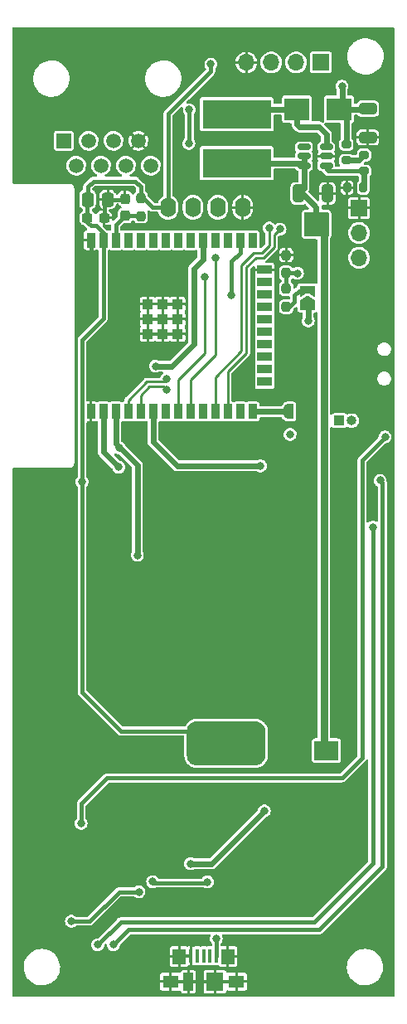
<source format=gbr>
%TF.GenerationSoftware,KiCad,Pcbnew,6.0.5-a6ca702e91~116~ubuntu20.04.1*%
%TF.CreationDate,2022-06-04T21:36:06-05:00*%
%TF.ProjectId,gpsOled,6770734f-6c65-4642-9e6b-696361645f70,rev?*%
%TF.SameCoordinates,Original*%
%TF.FileFunction,Copper,L2,Bot*%
%TF.FilePolarity,Positive*%
%FSLAX46Y46*%
G04 Gerber Fmt 4.6, Leading zero omitted, Abs format (unit mm)*
G04 Created by KiCad (PCBNEW 6.0.5-a6ca702e91~116~ubuntu20.04.1) date 2022-06-04 21:36:06*
%MOMM*%
%LPD*%
G01*
G04 APERTURE LIST*
G04 Aperture macros list*
%AMRoundRect*
0 Rectangle with rounded corners*
0 $1 Rounding radius*
0 $2 $3 $4 $5 $6 $7 $8 $9 X,Y pos of 4 corners*
0 Add a 4 corners polygon primitive as box body*
4,1,4,$2,$3,$4,$5,$6,$7,$8,$9,$2,$3,0*
0 Add four circle primitives for the rounded corners*
1,1,$1+$1,$2,$3*
1,1,$1+$1,$4,$5*
1,1,$1+$1,$6,$7*
1,1,$1+$1,$8,$9*
0 Add four rect primitives between the rounded corners*
20,1,$1+$1,$2,$3,$4,$5,0*
20,1,$1+$1,$4,$5,$6,$7,0*
20,1,$1+$1,$6,$7,$8,$9,0*
20,1,$1+$1,$8,$9,$2,$3,0*%
%AMFreePoly0*
4,1,6,1.000000,0.000000,0.500000,-0.750000,-0.500000,-0.750000,-0.500000,0.750000,0.500000,0.750000,1.000000,0.000000,1.000000,0.000000,$1*%
%AMFreePoly1*
4,1,6,0.500000,-0.750000,-0.650000,-0.750000,-0.150000,0.000000,-0.650000,0.750000,0.500000,0.750000,0.500000,-0.750000,0.500000,-0.750000,$1*%
%AMFreePoly2*
4,1,22,0.500000,-0.750000,0.000000,-0.750000,0.000000,-0.745033,-0.079941,-0.743568,-0.215256,-0.701293,-0.333266,-0.622738,-0.424486,-0.514219,-0.481581,-0.384460,-0.499164,-0.250000,-0.500000,-0.250000,-0.500000,0.250000,-0.499164,0.250000,-0.499963,0.256109,-0.478152,0.396186,-0.417904,0.524511,-0.324060,0.630769,-0.204165,0.706417,-0.067858,0.745374,0.000000,0.744959,0.000000,0.750000,
0.500000,0.750000,0.500000,-0.750000,0.500000,-0.750000,$1*%
%AMFreePoly3*
4,1,20,0.000000,0.744959,0.073905,0.744508,0.209726,0.703889,0.328688,0.626782,0.421226,0.519385,0.479903,0.390333,0.500000,0.250000,0.500000,-0.250000,0.499851,-0.262216,0.476331,-0.402017,0.414519,-0.529596,0.319384,-0.634700,0.198574,-0.708877,0.061801,-0.746166,0.000000,-0.745033,0.000000,-0.750000,-0.500000,-0.750000,-0.500000,0.750000,0.000000,0.750000,0.000000,0.744959,
0.000000,0.744959,$1*%
G04 Aperture macros list end*
%TA.AperFunction,SMDPad,CuDef*%
%ADD10RoundRect,0.237500X0.237500X-0.250000X0.237500X0.250000X-0.237500X0.250000X-0.237500X-0.250000X0*%
%TD*%
%TA.AperFunction,SMDPad,CuDef*%
%ADD11FreePoly0,90.000000*%
%TD*%
%TA.AperFunction,SMDPad,CuDef*%
%ADD12FreePoly1,90.000000*%
%TD*%
%TA.AperFunction,ComponentPad*%
%ADD13O,1.600000X2.000000*%
%TD*%
%TA.AperFunction,ComponentPad*%
%ADD14R,1.700000X1.700000*%
%TD*%
%TA.AperFunction,ComponentPad*%
%ADD15O,1.700000X1.700000*%
%TD*%
%TA.AperFunction,SMDPad,CuDef*%
%ADD16RoundRect,0.250000X-0.650000X0.325000X-0.650000X-0.325000X0.650000X-0.325000X0.650000X0.325000X0*%
%TD*%
%TA.AperFunction,SMDPad,CuDef*%
%ADD17RoundRect,0.150000X0.512500X0.150000X-0.512500X0.150000X-0.512500X-0.150000X0.512500X-0.150000X0*%
%TD*%
%TA.AperFunction,SMDPad,CuDef*%
%ADD18RoundRect,0.250000X-0.337500X-0.475000X0.337500X-0.475000X0.337500X0.475000X-0.337500X0.475000X0*%
%TD*%
%TA.AperFunction,SMDPad,CuDef*%
%ADD19RoundRect,0.250000X-0.325000X-0.650000X0.325000X-0.650000X0.325000X0.650000X-0.325000X0.650000X0*%
%TD*%
%TA.AperFunction,ComponentPad*%
%ADD20R,1.000000X1.000000*%
%TD*%
%TA.AperFunction,ComponentPad*%
%ADD21O,1.000000X1.000000*%
%TD*%
%TA.AperFunction,SMDPad,CuDef*%
%ADD22RoundRect,0.200000X-0.275000X0.200000X-0.275000X-0.200000X0.275000X-0.200000X0.275000X0.200000X0*%
%TD*%
%TA.AperFunction,SMDPad,CuDef*%
%ADD23R,0.450000X1.380000*%
%TD*%
%TA.AperFunction,SMDPad,CuDef*%
%ADD24R,1.650000X1.300000*%
%TD*%
%TA.AperFunction,SMDPad,CuDef*%
%ADD25R,1.000000X1.900000*%
%TD*%
%TA.AperFunction,SMDPad,CuDef*%
%ADD26R,1.425000X1.550000*%
%TD*%
%TA.AperFunction,SMDPad,CuDef*%
%ADD27R,1.800000X1.900000*%
%TD*%
%TA.AperFunction,SMDPad,CuDef*%
%ADD28RoundRect,0.237500X-0.237500X0.250000X-0.237500X-0.250000X0.237500X-0.250000X0.237500X0.250000X0*%
%TD*%
%TA.AperFunction,SMDPad,CuDef*%
%ADD29R,7.000000X3.000000*%
%TD*%
%TA.AperFunction,SMDPad,CuDef*%
%ADD30RoundRect,0.200000X0.200000X0.275000X-0.200000X0.275000X-0.200000X-0.275000X0.200000X-0.275000X0*%
%TD*%
%TA.AperFunction,SMDPad,CuDef*%
%ADD31RoundRect,0.237500X0.237500X-0.300000X0.237500X0.300000X-0.237500X0.300000X-0.237500X-0.300000X0*%
%TD*%
%TA.AperFunction,SMDPad,CuDef*%
%ADD32FreePoly2,180.000000*%
%TD*%
%TA.AperFunction,SMDPad,CuDef*%
%ADD33FreePoly3,180.000000*%
%TD*%
%TA.AperFunction,SMDPad,CuDef*%
%ADD34R,0.900000X1.500000*%
%TD*%
%TA.AperFunction,SMDPad,CuDef*%
%ADD35R,1.500000X0.900000*%
%TD*%
%TA.AperFunction,SMDPad,CuDef*%
%ADD36R,1.050000X1.050000*%
%TD*%
%TA.AperFunction,ComponentPad*%
%ADD37R,1.500000X1.500000*%
%TD*%
%TA.AperFunction,ComponentPad*%
%ADD38C,1.500000*%
%TD*%
%TA.AperFunction,SMDPad,CuDef*%
%ADD39RoundRect,0.237500X-0.300000X-0.237500X0.300000X-0.237500X0.300000X0.237500X-0.300000X0.237500X0*%
%TD*%
%TA.AperFunction,SMDPad,CuDef*%
%ADD40R,2.500000X2.300000*%
%TD*%
%TA.AperFunction,ViaPad*%
%ADD41C,0.800000*%
%TD*%
%TA.AperFunction,Conductor*%
%ADD42C,0.400000*%
%TD*%
%TA.AperFunction,Conductor*%
%ADD43C,0.600000*%
%TD*%
%TA.AperFunction,Conductor*%
%ADD44C,0.250000*%
%TD*%
%TA.AperFunction,Conductor*%
%ADD45C,0.800000*%
%TD*%
G04 APERTURE END LIST*
D10*
%TO.P,R14,1*%
%TO.N,Net-(U5-Pad13)*%
X154440000Y-84592500D03*
%TO.P,R14,2*%
%TO.N,GND*%
X154440000Y-82767500D03*
%TD*%
%TO.P,R13,1*%
%TO.N,/batt_status*%
X154440000Y-88042500D03*
%TO.P,R13,2*%
%TO.N,Net-(U5-Pad13)*%
X154440000Y-86217500D03*
%TD*%
D11*
%TO.P,JP2,1,A*%
%TO.N,/charger/STEP-UP2/VIN*%
X156590000Y-87855000D03*
D12*
%TO.P,JP2,2,B*%
%TO.N,/batt_status*%
X156590000Y-86405000D03*
%TD*%
D13*
%TO.P,J4,1,Pin_1*%
%TO.N,+3V3*%
X142380000Y-77900000D03*
%TO.P,J4,2,Pin_2*%
%TO.N,/ESP32/SDA*%
X144920000Y-77900000D03*
%TO.P,J4,3,Pin_3*%
%TO.N,/ESP32/SCL*%
X147460000Y-77900000D03*
%TO.P,J4,4,Pin_4*%
%TO.N,GND*%
X150000000Y-77900000D03*
%TD*%
D14*
%TO.P,J3,1,Pin_1*%
%TO.N,GND*%
X161875000Y-77975000D03*
D15*
%TO.P,J3,2,Pin_2*%
%TO.N,/ESP32/UART_TX_0*%
X161875000Y-80515000D03*
%TO.P,J3,3,Pin_3*%
%TO.N,/ESP32/UART_RX_0*%
X161875000Y-83055000D03*
%TD*%
D16*
%TO.P,C2,1*%
%TO.N,+12V*%
X162790000Y-67805000D03*
%TO.P,C2,2*%
%TO.N,GND*%
X162790000Y-70755000D03*
%TD*%
D17*
%TO.P,U1,1,SW*%
%TO.N,Net-(D1-Pad2)*%
X158527500Y-71730000D03*
%TO.P,U1,2,GND*%
%TO.N,GND*%
X158527500Y-72680000D03*
%TO.P,U1,3,FB*%
%TO.N,Net-(R1-Pad2)*%
X158527500Y-73630000D03*
%TO.P,U1,4,EN*%
%TO.N,+5V*%
X156252500Y-73630000D03*
%TO.P,U1,5,IN*%
X156252500Y-72680000D03*
%TO.P,U1,6,NC*%
%TO.N,unconnected-(U1-Pad6)*%
X156252500Y-71730000D03*
%TD*%
D18*
%TO.P,C15,1*%
%TO.N,+3V3*%
X134152500Y-77090000D03*
%TO.P,C15,2*%
%TO.N,GND*%
X136227500Y-77090000D03*
%TD*%
D19*
%TO.P,C1,1*%
%TO.N,+5V*%
X155715000Y-76480000D03*
%TO.P,C1,2*%
%TO.N,GND*%
X158665000Y-76480000D03*
%TD*%
D20*
%TO.P,J2,1,Pin_1*%
%TO.N,/charger/BAT-*%
X159870000Y-99680000D03*
D21*
%TO.P,J2,2,Pin_2*%
%TO.N,/charger/BAT+*%
X161140000Y-99680000D03*
%TD*%
D22*
%TO.P,R11,1*%
%TO.N,+12V*%
X160590000Y-71455000D03*
%TO.P,R11,2*%
%TO.N,Net-(R1-Pad1)*%
X160590000Y-73105000D03*
%TD*%
D23*
%TO.P,J1,1,VBUS*%
%TO.N,/charger/VBUS*%
X147300000Y-154310000D03*
%TO.P,J1,2,D-*%
%TO.N,unconnected-(J1-Pad2)*%
X146650000Y-154310000D03*
%TO.P,J1,3,D+*%
%TO.N,unconnected-(J1-Pad3)*%
X146000000Y-154310000D03*
%TO.P,J1,4,ID*%
%TO.N,unconnected-(J1-Pad4)*%
X145350000Y-154310000D03*
%TO.P,J1,5,GND*%
%TO.N,GND*%
X144700000Y-154310000D03*
D24*
%TO.P,J1,6,Shield*%
X142625000Y-156970000D03*
D25*
X144450000Y-156970000D03*
D26*
X148487500Y-154395000D03*
D24*
X149375000Y-156970000D03*
D26*
X143512500Y-154395000D03*
D27*
X147150000Y-156970000D03*
%TD*%
D28*
%TO.P,R10,1*%
%TO.N,+3V3*%
X139590000Y-76967500D03*
%TO.P,R10,2*%
%TO.N,/ESP32/RST*%
X139590000Y-78792500D03*
%TD*%
D29*
%TO.P,L1,1,1*%
%TO.N,+5V*%
X149390000Y-73380000D03*
%TO.P,L1,2,2*%
%TO.N,Net-(D1-Pad2)*%
X149390000Y-68380000D03*
%TD*%
D30*
%TO.P,R2,1*%
%TO.N,Net-(R1-Pad2)*%
X162315000Y-75880000D03*
%TO.P,R2,2*%
%TO.N,GND*%
X160665000Y-75880000D03*
%TD*%
D22*
%TO.P,R1,1*%
%TO.N,Net-(R1-Pad1)*%
X162390000Y-72555000D03*
%TO.P,R1,2*%
%TO.N,Net-(R1-Pad2)*%
X162390000Y-74205000D03*
%TD*%
D31*
%TO.P,C14,1*%
%TO.N,/ESP32/RST*%
X137990000Y-78742500D03*
%TO.P,C14,2*%
%TO.N,GND*%
X137990000Y-77017500D03*
%TD*%
D32*
%TO.P,JP1,1,A*%
%TO.N,GND*%
X155960000Y-98740000D03*
D33*
%TO.P,JP1,2,B*%
%TO.N,Net-(JP1-Pad2)*%
X154660000Y-98740000D03*
%TD*%
D34*
%TO.P,U5,1,GND*%
%TO.N,GND*%
X134490000Y-81250000D03*
%TO.P,U5,2,3V3*%
%TO.N,+3V3*%
X135760000Y-81250000D03*
%TO.P,U5,3,EN/CHIP_PU*%
%TO.N,/ESP32/RST*%
X137030000Y-81250000D03*
%TO.P,U5,4,SENSOR_VP/GPIO36/ADC1_CH0*%
%TO.N,unconnected-(U5-Pad4)*%
X138300000Y-81250000D03*
%TO.P,U5,5,SENSOR_VN/GPIO39/ADC1_CH3*%
%TO.N,unconnected-(U5-Pad5)*%
X139570000Y-81250000D03*
%TO.P,U5,6,GPIO34/ADC1_CH6*%
%TO.N,unconnected-(U5-Pad6)*%
X140840000Y-81250000D03*
%TO.P,U5,7,GPIO35/ADC1_CH7*%
%TO.N,unconnected-(U5-Pad7)*%
X142110000Y-81250000D03*
%TO.P,U5,8,32K_XP/GPIO32/ADC1_CH4*%
%TO.N,unconnected-(U5-Pad8)*%
X143380000Y-81250000D03*
%TO.P,U5,9,32K_XN/GPIO33/ADC1_CH5*%
%TO.N,unconnected-(U5-Pad9)*%
X144650000Y-81250000D03*
%TO.P,U5,10,DAC_1/ADC2_CH8/GPIO25*%
%TO.N,Net-(U5-Pad10)*%
X145920000Y-81250000D03*
%TO.P,U5,11,DAC_2/ADC2_CH9/GPIO26*%
%TO.N,unconnected-(U5-Pad11)*%
X147190000Y-81250000D03*
%TO.P,U5,12,ADC2_CH7/GPIO27*%
%TO.N,unconnected-(U5-Pad12)*%
X148460000Y-81250000D03*
%TO.P,U5,13,MTMS/GPIO14/ADC2_CH6*%
%TO.N,Net-(U5-Pad13)*%
X149730000Y-81250000D03*
%TO.P,U5,14,MTDI/GPIO12/ADC2_CH5*%
%TO.N,unconnected-(U5-Pad14)*%
X151000000Y-81250000D03*
D35*
%TO.P,U5,15,GND*%
%TO.N,GND*%
X152250000Y-84280000D03*
%TO.P,U5,16,MTCK/GPIO13/ADC2_CH4*%
%TO.N,unconnected-(U5-Pad16)*%
X152250000Y-85550000D03*
%TO.P,U5,17,NC*%
%TO.N,unconnected-(U5-Pad17)*%
X152250000Y-86820000D03*
%TO.P,U5,18,NC*%
%TO.N,unconnected-(U5-Pad18)*%
X152250000Y-88090000D03*
%TO.P,U5,19,NC*%
%TO.N,unconnected-(U5-Pad19)*%
X152250000Y-89360000D03*
%TO.P,U5,20,NC*%
%TO.N,unconnected-(U5-Pad20)*%
X152250000Y-90630000D03*
%TO.P,U5,21,NC*%
%TO.N,unconnected-(U5-Pad21)*%
X152250000Y-91900000D03*
%TO.P,U5,22,NC*%
%TO.N,unconnected-(U5-Pad22)*%
X152250000Y-93170000D03*
%TO.P,U5,23,MTDO/GPIO15/ADC2_CH3*%
%TO.N,unconnected-(U5-Pad23)*%
X152250000Y-94440000D03*
%TO.P,U5,24,ADC2_CH2/GPIO2*%
%TO.N,unconnected-(U5-Pad24)*%
X152250000Y-95710000D03*
D34*
%TO.P,U5,25,GPIO0/BOOT/ADC2_CH1*%
%TO.N,Net-(JP1-Pad2)*%
X151000000Y-98750000D03*
%TO.P,U5,26,ADC2_CH0/GPIO4*%
%TO.N,unconnected-(U5-Pad26)*%
X149730000Y-98750000D03*
%TO.P,U5,27,GPIO16*%
%TO.N,/ESP32/UART_RX_2*%
X148460000Y-98750000D03*
%TO.P,U5,28,GPIO17*%
%TO.N,/ESP32/UART_TX_2*%
X147190000Y-98750000D03*
%TO.P,U5,29,GPIO5*%
%TO.N,unconnected-(U5-Pad29)*%
X145920000Y-98750000D03*
%TO.P,U5,30,GPIO18*%
%TO.N,/ESP32/SDA*%
X144650000Y-98750000D03*
%TO.P,U5,31,GPIO19*%
%TO.N,/ESP32/SCL*%
X143380000Y-98750000D03*
%TO.P,U5,32,NC*%
%TO.N,unconnected-(U5-Pad32)*%
X142110000Y-98750000D03*
%TO.P,U5,33,GPIO21*%
%TO.N,Net-(U5-Pad33)*%
X140840000Y-98750000D03*
%TO.P,U5,34,U0RXD/GPIO3*%
%TO.N,/ESP32/UART_RX_0*%
X139570000Y-98750000D03*
%TO.P,U5,35,U0TXD/GPIO1*%
%TO.N,/ESP32/UART_TX_0*%
X138300000Y-98750000D03*
%TO.P,U5,36,GPIO22*%
%TO.N,Net-(U5-Pad36)*%
X137030000Y-98750000D03*
%TO.P,U5,37,GPIO23*%
%TO.N,Net-(U5-Pad37)*%
X135760000Y-98750000D03*
%TO.P,U5,38,GND*%
%TO.N,GND*%
X134490000Y-98750000D03*
D36*
%TO.P,U5,39,GND_THERMAL*%
X143355000Y-89320000D03*
X143355000Y-87795000D03*
X143355000Y-90845000D03*
X140305000Y-89320000D03*
X141830000Y-90845000D03*
X141830000Y-89320000D03*
X140305000Y-90845000D03*
X140305000Y-87795000D03*
X141830000Y-87795000D03*
%TD*%
D37*
%TO.P,J5,1*%
%TO.N,unconnected-(J5-Pad1)*%
X131717500Y-71100000D03*
D38*
%TO.P,J5,2*%
%TO.N,unconnected-(J5-Pad2)*%
X132987500Y-73640000D03*
%TO.P,J5,3*%
%TO.N,unconnected-(J5-Pad3)*%
X134257500Y-71100000D03*
%TO.P,J5,4*%
%TO.N,unconnected-(J5-Pad4)*%
X135527500Y-73640000D03*
%TO.P,J5,5*%
%TO.N,/RS232/RS232_TX*%
X136797500Y-71100000D03*
%TO.P,J5,6*%
%TO.N,/RS232/RS323_RX*%
X138067500Y-73640000D03*
%TO.P,J5,7*%
%TO.N,GND*%
X139337500Y-71100000D03*
%TO.P,J5,8*%
%TO.N,+12V*%
X140607500Y-73640000D03*
%TD*%
D39*
%TO.P,C16,1*%
%TO.N,+3V3*%
X134127500Y-78980000D03*
%TO.P,C16,2*%
%TO.N,GND*%
X135852500Y-78980000D03*
%TD*%
D14*
%TO.P,J6,1,Pin_1*%
%TO.N,+5V*%
X158000000Y-63100000D03*
D15*
%TO.P,J6,2,Pin_2*%
%TO.N,/ESP32/UART_RX_2*%
X155460000Y-63100000D03*
%TO.P,J6,3,Pin_3*%
%TO.N,/ESP32/UART_TX_2*%
X152920000Y-63100000D03*
%TO.P,J6,4,Pin_4*%
%TO.N,GND*%
X150380000Y-63100000D03*
%TD*%
D40*
%TO.P,D1,1,K*%
%TO.N,+12V*%
X159840000Y-67880000D03*
%TO.P,D1,2,A*%
%TO.N,Net-(D1-Pad2)*%
X155540000Y-67880000D03*
%TD*%
D41*
%TO.N,Net-(U5-Pad13)*%
X148840000Y-86830000D03*
%TO.N,/charger/STEP-UP2/VIN*%
X156690000Y-89480000D03*
%TO.N,Net-(U5-Pad13)*%
X155590000Y-84630000D03*
%TO.N,+3V3*%
X133590000Y-105930000D03*
X154840000Y-101080000D03*
%TO.N,Net-(U5-Pad36)*%
X137440000Y-102480000D03*
X139240000Y-113420000D03*
%TO.N,GND*%
X144400000Y-141900000D03*
X141790000Y-86280000D03*
X139300000Y-145000000D03*
X141790000Y-92280000D03*
X137190000Y-76080000D03*
X141190000Y-76080000D03*
X138990000Y-89380000D03*
X134190000Y-83380000D03*
X138300000Y-138800000D03*
%TO.N,/charger/VBUS*%
X147290000Y-152550000D03*
X133500000Y-140800000D03*
X164540000Y-101340000D03*
%TO.N,/ESP32/SCL*%
X146089500Y-85000000D03*
%TO.N,/ESP32/SDA*%
X147190000Y-83080000D03*
%TO.N,Net-(U5-Pad33)*%
X151800000Y-104300000D03*
%TO.N,Net-(U5-Pad37)*%
X137340000Y-104430000D03*
%TO.N,/charger/STEP-UP2/VIN*%
X139400000Y-147800000D03*
X132500000Y-150800000D03*
%TO.N,/ESP32/UART_RX_2*%
X153810000Y-80130000D03*
%TO.N,/ESP32/UART_TX_2*%
X152710000Y-80010000D03*
%TO.N,+3V3*%
X149290000Y-131380000D03*
X146290000Y-131380000D03*
X147790000Y-131380000D03*
X146740000Y-63280000D03*
X150790000Y-131380000D03*
%TO.N,+12V*%
X160140000Y-65520000D03*
%TO.N,+5V*%
X159190000Y-133780000D03*
X157510000Y-80080000D03*
X158590000Y-132880000D03*
X157890000Y-133780000D03*
X156990000Y-79130000D03*
X158090000Y-79130000D03*
%TO.N,Net-(C12-Pad2)*%
X144490000Y-71380000D03*
X144540000Y-67930000D03*
%TO.N,Net-(D2-Pad1)*%
X135200000Y-153200000D03*
X163290000Y-110560000D03*
%TO.N,/ESP32/UART_RX_0*%
X142200000Y-96550000D03*
%TO.N,/ESP32/UART_TX_0*%
X142230000Y-95400000D03*
%TO.N,Net-(Q1-Pad1)*%
X140800000Y-146750500D03*
X146390000Y-146780000D03*
%TO.N,/charger/BAT-*%
X144680000Y-144920000D03*
X152210000Y-139530000D03*
%TO.N,Net-(D3-Pad1)*%
X164030000Y-105790000D03*
X136800000Y-153200000D03*
%TO.N,Net-(U5-Pad10)*%
X141090000Y-94110000D03*
%TD*%
D42*
%TO.N,Net-(U5-Pad13)*%
X148840000Y-83430000D02*
X148840000Y-86830000D01*
X149730000Y-81250000D02*
X149730000Y-82540000D01*
X149730000Y-82540000D02*
X148840000Y-83430000D01*
X155552500Y-84592500D02*
X155590000Y-84630000D01*
X154440000Y-84592500D02*
X155552500Y-84592500D01*
%TO.N,/batt_status*%
X154440000Y-88042500D02*
X154777500Y-88042500D01*
X154777500Y-88042500D02*
X155290000Y-87530000D01*
X155290000Y-87530000D02*
X155290000Y-86880000D01*
X155290000Y-86880000D02*
X155765000Y-86405000D01*
X155765000Y-86405000D02*
X156590000Y-86405000D01*
D43*
%TO.N,/charger/STEP-UP2/VIN*%
X156690000Y-89480000D02*
X156690000Y-87955000D01*
X156690000Y-87955000D02*
X156590000Y-87855000D01*
D42*
%TO.N,Net-(U5-Pad13)*%
X154440000Y-84592500D02*
X154440000Y-86217500D01*
%TO.N,+3V3*%
X133590489Y-91409511D02*
X133590489Y-113630489D01*
X133590489Y-113630489D02*
X133590489Y-127420489D01*
D43*
%TO.N,Net-(U5-Pad37)*%
X135760000Y-102850000D02*
X137340000Y-104430000D01*
X135760000Y-98750000D02*
X135760000Y-102850000D01*
%TO.N,Net-(U5-Pad36)*%
X137030000Y-98750000D02*
X137030000Y-102030000D01*
X137030000Y-102030000D02*
X139240000Y-104240000D01*
X139240000Y-104240000D02*
X139240000Y-113420000D01*
D44*
%TO.N,GND*%
X141830000Y-87795000D02*
X143355000Y-87795000D01*
D42*
X136227500Y-77090000D02*
X137917500Y-77090000D01*
D44*
X143355000Y-87795000D02*
X143355000Y-89320000D01*
D42*
X134490000Y-81250000D02*
X134490000Y-83080000D01*
D44*
X143355000Y-89320000D02*
X143355000Y-90845000D01*
X142625000Y-156970000D02*
X144450000Y-156970000D01*
D42*
X134490000Y-83080000D02*
X134190000Y-83380000D01*
X137917500Y-77090000D02*
X137990000Y-77017500D01*
D44*
X147150000Y-156970000D02*
X144450000Y-156970000D01*
D42*
X135852500Y-78980000D02*
X135852500Y-77465000D01*
D44*
X143355000Y-90845000D02*
X141830000Y-90845000D01*
X141830000Y-90845000D02*
X140305000Y-90845000D01*
X141830000Y-89320000D02*
X141830000Y-87795000D01*
X140305000Y-90845000D02*
X140305000Y-89320000D01*
X147150000Y-156970000D02*
X149375000Y-156970000D01*
D42*
X135852500Y-77465000D02*
X136227500Y-77090000D01*
D44*
X140305000Y-89320000D02*
X141830000Y-89320000D01*
X140305000Y-87795000D02*
X140305000Y-89320000D01*
D43*
%TO.N,Net-(D1-Pad2)*%
X155540000Y-67880000D02*
X149890000Y-67880000D01*
X158527500Y-70417500D02*
X157790000Y-69680000D01*
X149890000Y-67880000D02*
X149390000Y-68380000D01*
X157790000Y-69680000D02*
X155790000Y-69680000D01*
X155790000Y-69680000D02*
X155540000Y-69430000D01*
X158527500Y-71730000D02*
X158527500Y-70417500D01*
X155540000Y-69430000D02*
X155540000Y-67880000D01*
D42*
%TO.N,Net-(R1-Pad2)*%
X158715000Y-74205000D02*
X162390000Y-74205000D01*
X158527500Y-73630000D02*
X158527500Y-74017500D01*
D43*
X162390000Y-74205000D02*
X162390000Y-75805000D01*
X162390000Y-75805000D02*
X162315000Y-75880000D01*
D42*
X158527500Y-74017500D02*
X158715000Y-74205000D01*
%TO.N,/charger/VBUS*%
X133500000Y-140800000D02*
X133500000Y-138800000D01*
X147300000Y-154310000D02*
X147300000Y-152560000D01*
X136140000Y-136160000D02*
X160140000Y-136160000D01*
X147300000Y-152560000D02*
X147290000Y-152550000D01*
X133500000Y-138800000D02*
X136140000Y-136160000D01*
X162190000Y-134110000D02*
X162190000Y-103690000D01*
X162190000Y-103690000D02*
X164540000Y-101340000D01*
X160140000Y-136160000D02*
X162190000Y-134110000D01*
D44*
%TO.N,/ESP32/SCL*%
X146089500Y-92782451D02*
X146089500Y-85000000D01*
X143380000Y-95491951D02*
X146089500Y-92782451D01*
X143380000Y-98750000D02*
X143380000Y-95491951D01*
%TO.N,/ESP32/SDA*%
X144650000Y-98750000D02*
X144650000Y-95525159D01*
X144650000Y-95525159D02*
X147190000Y-92985159D01*
X147190000Y-92985159D02*
X147190000Y-83080000D01*
D43*
%TO.N,Net-(U5-Pad33)*%
X140840000Y-101840000D02*
X140840000Y-98750000D01*
X151800000Y-104300000D02*
X143300000Y-104300000D01*
X143300000Y-104300000D02*
X140840000Y-101840000D01*
D42*
%TO.N,/charger/STEP-UP2/VIN*%
X134370000Y-150800000D02*
X137370000Y-147800000D01*
X137370000Y-147800000D02*
X139400000Y-147800000D01*
X132500000Y-150800000D02*
X134370000Y-150800000D01*
D44*
%TO.N,/ESP32/UART_RX_2*%
X150369511Y-92756904D02*
X150369511Y-84016905D01*
X153215000Y-80725000D02*
X153810000Y-80130000D01*
X148460000Y-94666415D02*
X150369511Y-92756904D01*
X152165000Y-83030000D02*
X153215000Y-81979999D01*
X150369511Y-84016905D02*
X151356416Y-83030000D01*
X151356416Y-83030000D02*
X152165000Y-83030000D01*
X148460000Y-98750000D02*
X148460000Y-94666415D01*
X153215000Y-81979999D02*
X153215000Y-80725000D01*
%TO.N,/ESP32/UART_TX_2*%
X152715489Y-81773095D02*
X152715489Y-80015489D01*
X149870000Y-83810000D02*
X151149511Y-82530489D01*
X149870000Y-92550000D02*
X149870000Y-83810000D01*
X151958095Y-82530489D02*
X152715489Y-81773095D01*
X147190000Y-98750000D02*
X147190000Y-95230000D01*
X147190000Y-95230000D02*
X149870000Y-92550000D01*
X151149511Y-82530489D02*
X151958095Y-82530489D01*
X152715489Y-80015489D02*
X152710000Y-80010000D01*
D43*
%TO.N,Net-(JP1-Pad2)*%
X151000000Y-98750000D02*
X154650000Y-98750000D01*
X154650000Y-98750000D02*
X154660000Y-98740000D01*
D42*
%TO.N,+3V3*%
X134127500Y-78980000D02*
X134127500Y-77115000D01*
X134990000Y-79780000D02*
X134490000Y-79780000D01*
X140810000Y-77900000D02*
X142380000Y-77900000D01*
X146740000Y-63980000D02*
X146740000Y-63280000D01*
X135760000Y-80550000D02*
X134990000Y-79780000D01*
X134490000Y-79780000D02*
X134127500Y-79417500D01*
X134152500Y-75817500D02*
X134740000Y-75230000D01*
X133590489Y-127420489D02*
X137550000Y-131380000D01*
X139877500Y-76967500D02*
X140810000Y-77900000D01*
X137550000Y-131380000D02*
X146290000Y-131380000D01*
X142380000Y-68340000D02*
X146740000Y-63980000D01*
X142380000Y-77900000D02*
X142380000Y-68340000D01*
X134127500Y-77115000D02*
X134152500Y-77090000D01*
X134127500Y-79417500D02*
X134127500Y-78980000D01*
X135760000Y-89240000D02*
X133590489Y-91409511D01*
X134152500Y-77090000D02*
X134152500Y-75817500D01*
X139590000Y-76967500D02*
X139877500Y-76967500D01*
X135760000Y-81250000D02*
X135760000Y-80550000D01*
X134740000Y-75230000D02*
X139040000Y-75230000D01*
X139040000Y-75230000D02*
X139590000Y-75780000D01*
X135760000Y-81250000D02*
X135760000Y-89240000D01*
X139590000Y-75780000D02*
X139590000Y-76967500D01*
D43*
%TO.N,+12V*%
X162715000Y-67880000D02*
X162790000Y-67805000D01*
X160140000Y-67580000D02*
X159840000Y-67880000D01*
X160140000Y-65520000D02*
X160140000Y-67580000D01*
X159840000Y-67880000D02*
X162715000Y-67880000D01*
X160590000Y-71455000D02*
X160590000Y-68630000D01*
X160590000Y-68630000D02*
X159840000Y-67880000D01*
%TO.N,+5V*%
X156090000Y-76480000D02*
X157510000Y-77900000D01*
X156252500Y-73630000D02*
X156002500Y-73380000D01*
X156252500Y-72680000D02*
X156252500Y-73630000D01*
X156002500Y-73380000D02*
X149390000Y-73380000D01*
D45*
X158290000Y-133380000D02*
X157890000Y-133780000D01*
D43*
X156252500Y-73630000D02*
X156252500Y-75942500D01*
X155715000Y-76480000D02*
X156090000Y-76480000D01*
X156252500Y-75942500D02*
X155715000Y-76480000D01*
X157510000Y-77900000D02*
X157510000Y-80080000D01*
D45*
X157520000Y-79140000D02*
X158290000Y-79910000D01*
X158290000Y-79910000D02*
X158290000Y-133380000D01*
D42*
%TO.N,Net-(C12-Pad2)*%
X144540000Y-67930000D02*
X144540000Y-71330000D01*
X144540000Y-71330000D02*
X144490000Y-71380000D01*
%TO.N,Net-(D2-Pad1)*%
X135200000Y-153200000D02*
X137540000Y-150860000D01*
X137540000Y-150860000D02*
X157280000Y-150860000D01*
X163290000Y-144850000D02*
X163290000Y-110560000D01*
X157280000Y-150860000D02*
X163290000Y-144850000D01*
D44*
%TO.N,/ESP32/UART_RX_0*%
X139570000Y-97120000D02*
X140470000Y-96220000D01*
X140470000Y-96220000D02*
X141870000Y-96220000D01*
X139570000Y-98750000D02*
X139570000Y-97120000D01*
X141870000Y-96220000D02*
X142200000Y-96550000D01*
%TO.N,/ESP32/UART_TX_0*%
X140220000Y-95680000D02*
X141950000Y-95680000D01*
X138300000Y-97600000D02*
X140220000Y-95680000D01*
X138300000Y-98750000D02*
X138300000Y-97600000D01*
X141950000Y-95680000D02*
X142230000Y-95400000D01*
D42*
%TO.N,Net-(Q1-Pad1)*%
X146270000Y-146900000D02*
X140949500Y-146900000D01*
X140949500Y-146900000D02*
X140800000Y-146750500D01*
X146390000Y-146780000D02*
X146270000Y-146900000D01*
D43*
%TO.N,/charger/BAT-*%
X146820000Y-144920000D02*
X152210000Y-139530000D01*
X144680000Y-144920000D02*
X146820000Y-144920000D01*
D42*
%TO.N,Net-(D3-Pad1)*%
X164270000Y-106030000D02*
X164030000Y-105790000D01*
X138340000Y-151660000D02*
X157832481Y-151660000D01*
X164270000Y-145222481D02*
X164270000Y-106030000D01*
X136800000Y-153200000D02*
X138340000Y-151660000D01*
X157832481Y-151660000D02*
X164270000Y-145222481D01*
D43*
%TO.N,Net-(U5-Pad10)*%
X144990000Y-91855000D02*
X142735000Y-94110000D01*
X144990000Y-84180000D02*
X144990000Y-91855000D01*
X145920000Y-83250000D02*
X144990000Y-84180000D01*
X145920000Y-81250000D02*
X145920000Y-83250000D01*
X142735000Y-94110000D02*
X141090000Y-94110000D01*
D42*
%TO.N,/ESP32/RST*%
X137030000Y-79702500D02*
X137990000Y-78742500D01*
X139540000Y-78742500D02*
X139590000Y-78792500D01*
X137030000Y-81250000D02*
X137030000Y-79702500D01*
X137990000Y-78742500D02*
X139540000Y-78742500D01*
D43*
%TO.N,Net-(R1-Pad1)*%
X160590000Y-73105000D02*
X161840000Y-73105000D01*
X161840000Y-73105000D02*
X162390000Y-72555000D01*
%TD*%
%TA.AperFunction,Conductor*%
%TO.N,GND*%
G36*
X165441621Y-59520502D02*
G01*
X165488114Y-59574158D01*
X165499500Y-59626500D01*
X165499500Y-158373500D01*
X165479498Y-158441621D01*
X165425842Y-158488114D01*
X165373500Y-158499500D01*
X126626500Y-158499500D01*
X126558379Y-158479498D01*
X126511886Y-158425842D01*
X126500500Y-158373500D01*
X126500500Y-157638828D01*
X141546001Y-157638828D01*
X141547209Y-157651088D01*
X141558315Y-157706931D01*
X141567633Y-157729427D01*
X141609983Y-157792808D01*
X141627192Y-157810017D01*
X141690575Y-157852368D01*
X141713066Y-157861684D01*
X141768915Y-157872793D01*
X141781170Y-157874000D01*
X142479885Y-157874000D01*
X142495124Y-157869525D01*
X142496329Y-157868135D01*
X142498000Y-157860452D01*
X142498000Y-157855884D01*
X142752000Y-157855884D01*
X142756475Y-157871123D01*
X142757865Y-157872328D01*
X142765548Y-157873999D01*
X143468828Y-157873999D01*
X143481088Y-157872791D01*
X143549106Y-157859263D01*
X143549932Y-157863415D01*
X143597308Y-157858316D01*
X143660799Y-157890087D01*
X143698531Y-157957737D01*
X143708316Y-158006931D01*
X143717633Y-158029427D01*
X143759983Y-158092808D01*
X143777192Y-158110017D01*
X143840575Y-158152368D01*
X143863066Y-158161684D01*
X143918915Y-158172793D01*
X143931170Y-158174000D01*
X144304885Y-158174000D01*
X144320124Y-158169525D01*
X144321329Y-158168135D01*
X144323000Y-158160452D01*
X144323000Y-158155884D01*
X144577000Y-158155884D01*
X144581475Y-158171123D01*
X144582865Y-158172328D01*
X144590548Y-158173999D01*
X144968828Y-158173999D01*
X144981088Y-158172791D01*
X145036931Y-158161685D01*
X145059427Y-158152367D01*
X145122808Y-158110017D01*
X145140017Y-158092808D01*
X145182368Y-158029425D01*
X145191684Y-158006934D01*
X145202793Y-157951085D01*
X145204000Y-157938830D01*
X145204000Y-157938828D01*
X145996001Y-157938828D01*
X145997209Y-157951088D01*
X146008315Y-158006931D01*
X146017633Y-158029427D01*
X146059983Y-158092808D01*
X146077192Y-158110017D01*
X146140575Y-158152368D01*
X146163066Y-158161684D01*
X146218915Y-158172793D01*
X146231170Y-158174000D01*
X147004885Y-158174000D01*
X147020124Y-158169525D01*
X147021329Y-158168135D01*
X147023000Y-158160452D01*
X147023000Y-158155884D01*
X147277000Y-158155884D01*
X147281475Y-158171123D01*
X147282865Y-158172328D01*
X147290548Y-158173999D01*
X148068828Y-158173999D01*
X148081088Y-158172791D01*
X148136931Y-158161685D01*
X148159427Y-158152367D01*
X148222808Y-158110017D01*
X148240017Y-158092808D01*
X148282368Y-158029425D01*
X148291684Y-158006933D01*
X148301470Y-157957737D01*
X148334377Y-157894827D01*
X148396072Y-157859695D01*
X148449944Y-157864039D01*
X148450894Y-157859263D01*
X148518915Y-157872793D01*
X148531170Y-157874000D01*
X149229885Y-157874000D01*
X149245124Y-157869525D01*
X149246329Y-157868135D01*
X149248000Y-157860452D01*
X149248000Y-157855884D01*
X149502000Y-157855884D01*
X149506475Y-157871123D01*
X149507865Y-157872328D01*
X149515548Y-157873999D01*
X150218828Y-157873999D01*
X150231088Y-157872791D01*
X150286931Y-157861685D01*
X150309427Y-157852367D01*
X150372808Y-157810017D01*
X150390017Y-157792808D01*
X150432368Y-157729425D01*
X150441684Y-157706934D01*
X150452793Y-157651085D01*
X150454000Y-157638830D01*
X150454000Y-157115115D01*
X150449525Y-157099876D01*
X150448135Y-157098671D01*
X150440452Y-157097000D01*
X149520115Y-157097000D01*
X149504876Y-157101475D01*
X149503671Y-157102865D01*
X149502000Y-157110548D01*
X149502000Y-157855884D01*
X149248000Y-157855884D01*
X149248000Y-157115115D01*
X149243525Y-157099876D01*
X149242135Y-157098671D01*
X149234452Y-157097000D01*
X147295115Y-157097000D01*
X147279876Y-157101475D01*
X147278671Y-157102865D01*
X147277000Y-157110548D01*
X147277000Y-158155884D01*
X147023000Y-158155884D01*
X147023000Y-157115115D01*
X147018525Y-157099876D01*
X147017135Y-157098671D01*
X147009452Y-157097000D01*
X146014116Y-157097000D01*
X145998877Y-157101475D01*
X145997672Y-157102865D01*
X145996001Y-157110548D01*
X145996001Y-157938828D01*
X145204000Y-157938828D01*
X145204000Y-157115115D01*
X145199525Y-157099876D01*
X145198135Y-157098671D01*
X145190452Y-157097000D01*
X144595115Y-157097000D01*
X144579876Y-157101475D01*
X144578671Y-157102865D01*
X144577000Y-157110548D01*
X144577000Y-158155884D01*
X144323000Y-158155884D01*
X144323000Y-157115115D01*
X144318525Y-157099876D01*
X144317135Y-157098671D01*
X144309452Y-157097000D01*
X142770115Y-157097000D01*
X142754876Y-157101475D01*
X142753671Y-157102865D01*
X142752000Y-157110548D01*
X142752000Y-157855884D01*
X142498000Y-157855884D01*
X142498000Y-157115115D01*
X142493525Y-157099876D01*
X142492135Y-157098671D01*
X142484452Y-157097000D01*
X141564116Y-157097000D01*
X141548877Y-157101475D01*
X141547672Y-157102865D01*
X141546001Y-157110548D01*
X141546001Y-157638828D01*
X126500500Y-157638828D01*
X126500500Y-155522186D01*
X127631018Y-155522186D01*
X127656579Y-155790100D01*
X127657664Y-155794534D01*
X127657665Y-155794540D01*
X127718994Y-156045173D01*
X127720547Y-156051518D01*
X127821583Y-156300963D01*
X127957569Y-156533210D01*
X128125658Y-156743395D01*
X128322327Y-156927113D01*
X128543457Y-157080516D01*
X128784416Y-157200391D01*
X128788750Y-157201812D01*
X128788753Y-157201813D01*
X129035823Y-157282807D01*
X129035829Y-157282808D01*
X129040156Y-157284227D01*
X129044647Y-157285007D01*
X129044648Y-157285007D01*
X129301538Y-157329611D01*
X129301546Y-157329612D01*
X129305319Y-157330267D01*
X129309156Y-157330458D01*
X129388777Y-157334422D01*
X129388785Y-157334422D01*
X129390348Y-157334500D01*
X129558374Y-157334500D01*
X129560642Y-157334335D01*
X129560654Y-157334335D01*
X129691457Y-157324844D01*
X129758425Y-157319985D01*
X129762880Y-157319001D01*
X129762883Y-157319001D01*
X130016770Y-157262947D01*
X130016772Y-157262946D01*
X130021226Y-157261963D01*
X130272900Y-157166613D01*
X130508172Y-157035931D01*
X130654842Y-156923996D01*
X130718491Y-156875421D01*
X130718495Y-156875417D01*
X130722116Y-156872654D01*
X130768813Y-156824885D01*
X141546000Y-156824885D01*
X141550475Y-156840124D01*
X141551865Y-156841329D01*
X141559548Y-156843000D01*
X142479885Y-156843000D01*
X142495124Y-156838525D01*
X142496329Y-156837135D01*
X142498000Y-156829452D01*
X142498000Y-156824885D01*
X142752000Y-156824885D01*
X142756475Y-156840124D01*
X142757865Y-156841329D01*
X142765548Y-156843000D01*
X144304885Y-156843000D01*
X144320124Y-156838525D01*
X144321329Y-156837135D01*
X144323000Y-156829452D01*
X144323000Y-156824885D01*
X144577000Y-156824885D01*
X144581475Y-156840124D01*
X144582865Y-156841329D01*
X144590548Y-156843000D01*
X145185884Y-156843000D01*
X145201123Y-156838525D01*
X145202328Y-156837135D01*
X145203999Y-156829452D01*
X145203999Y-156824885D01*
X145996000Y-156824885D01*
X146000475Y-156840124D01*
X146001865Y-156841329D01*
X146009548Y-156843000D01*
X147004885Y-156843000D01*
X147020124Y-156838525D01*
X147021329Y-156837135D01*
X147023000Y-156829452D01*
X147023000Y-156824885D01*
X147277000Y-156824885D01*
X147281475Y-156840124D01*
X147282865Y-156841329D01*
X147290548Y-156843000D01*
X149229885Y-156843000D01*
X149245124Y-156838525D01*
X149246329Y-156837135D01*
X149248000Y-156829452D01*
X149248000Y-156824885D01*
X149502000Y-156824885D01*
X149506475Y-156840124D01*
X149507865Y-156841329D01*
X149515548Y-156843000D01*
X150435884Y-156843000D01*
X150451123Y-156838525D01*
X150452328Y-156837135D01*
X150453999Y-156829452D01*
X150453999Y-156301172D01*
X150452791Y-156288912D01*
X150441685Y-156233069D01*
X150432367Y-156210573D01*
X150390017Y-156147192D01*
X150372808Y-156129983D01*
X150309425Y-156087632D01*
X150286934Y-156078316D01*
X150231085Y-156067207D01*
X150218830Y-156066000D01*
X149520115Y-156066000D01*
X149504876Y-156070475D01*
X149503671Y-156071865D01*
X149502000Y-156079548D01*
X149502000Y-156824885D01*
X149248000Y-156824885D01*
X149248000Y-156084116D01*
X149243525Y-156068877D01*
X149242135Y-156067672D01*
X149234452Y-156066001D01*
X148531172Y-156066001D01*
X148518912Y-156067209D01*
X148450894Y-156080737D01*
X148450068Y-156076585D01*
X148402692Y-156081684D01*
X148339201Y-156049913D01*
X148301469Y-155982263D01*
X148291684Y-155933069D01*
X148282367Y-155910573D01*
X148240017Y-155847192D01*
X148222808Y-155829983D01*
X148159425Y-155787632D01*
X148136934Y-155778316D01*
X148081085Y-155767207D01*
X148068830Y-155766000D01*
X147295115Y-155766000D01*
X147279876Y-155770475D01*
X147278671Y-155771865D01*
X147277000Y-155779548D01*
X147277000Y-156824885D01*
X147023000Y-156824885D01*
X147023000Y-155784116D01*
X147018525Y-155768877D01*
X147017135Y-155767672D01*
X147009452Y-155766001D01*
X146231172Y-155766001D01*
X146218912Y-155767209D01*
X146163069Y-155778315D01*
X146140573Y-155787633D01*
X146077192Y-155829983D01*
X146059983Y-155847192D01*
X146017632Y-155910575D01*
X146008316Y-155933066D01*
X145997207Y-155988915D01*
X145996000Y-156001170D01*
X145996000Y-156824885D01*
X145203999Y-156824885D01*
X145203999Y-156001172D01*
X145202791Y-155988912D01*
X145191685Y-155933069D01*
X145182367Y-155910573D01*
X145140017Y-155847192D01*
X145122808Y-155829983D01*
X145059425Y-155787632D01*
X145036934Y-155778316D01*
X144981085Y-155767207D01*
X144968830Y-155766000D01*
X144595115Y-155766000D01*
X144579876Y-155770475D01*
X144578671Y-155771865D01*
X144577000Y-155779548D01*
X144577000Y-156824885D01*
X144323000Y-156824885D01*
X144323000Y-155784116D01*
X144318525Y-155768877D01*
X144317135Y-155767672D01*
X144309452Y-155766001D01*
X143931172Y-155766001D01*
X143918912Y-155767209D01*
X143863069Y-155778315D01*
X143840573Y-155787633D01*
X143777192Y-155829983D01*
X143759983Y-155847192D01*
X143717632Y-155910575D01*
X143708316Y-155933067D01*
X143698530Y-155982263D01*
X143665623Y-156045173D01*
X143603928Y-156080305D01*
X143550056Y-156075961D01*
X143549106Y-156080737D01*
X143481085Y-156067207D01*
X143468830Y-156066000D01*
X142770115Y-156066000D01*
X142754876Y-156070475D01*
X142753671Y-156071865D01*
X142752000Y-156079548D01*
X142752000Y-156824885D01*
X142498000Y-156824885D01*
X142498000Y-156084116D01*
X142493525Y-156068877D01*
X142492135Y-156067672D01*
X142484452Y-156066001D01*
X141781172Y-156066001D01*
X141768912Y-156067209D01*
X141713069Y-156078315D01*
X141690573Y-156087633D01*
X141627192Y-156129983D01*
X141609983Y-156147192D01*
X141567632Y-156210575D01*
X141558316Y-156233066D01*
X141547207Y-156288915D01*
X141546000Y-156301170D01*
X141546000Y-156824885D01*
X130768813Y-156824885D01*
X130910249Y-156680203D01*
X131017242Y-156533210D01*
X131065942Y-156466304D01*
X131065947Y-156466297D01*
X131068630Y-156462610D01*
X131193941Y-156224433D01*
X131272783Y-156001172D01*
X131282034Y-155974975D01*
X131282034Y-155974974D01*
X131283557Y-155970662D01*
X131311285Y-155829983D01*
X131334720Y-155711083D01*
X131334721Y-155711077D01*
X131335601Y-155706611D01*
X131344782Y-155522186D01*
X160631018Y-155522186D01*
X160656579Y-155790100D01*
X160657664Y-155794534D01*
X160657665Y-155794540D01*
X160718994Y-156045173D01*
X160720547Y-156051518D01*
X160821583Y-156300963D01*
X160957569Y-156533210D01*
X161125658Y-156743395D01*
X161322327Y-156927113D01*
X161543457Y-157080516D01*
X161784416Y-157200391D01*
X161788750Y-157201812D01*
X161788753Y-157201813D01*
X162035823Y-157282807D01*
X162035829Y-157282808D01*
X162040156Y-157284227D01*
X162044647Y-157285007D01*
X162044648Y-157285007D01*
X162301538Y-157329611D01*
X162301546Y-157329612D01*
X162305319Y-157330267D01*
X162309156Y-157330458D01*
X162388777Y-157334422D01*
X162388785Y-157334422D01*
X162390348Y-157334500D01*
X162558374Y-157334500D01*
X162560642Y-157334335D01*
X162560654Y-157334335D01*
X162691457Y-157324844D01*
X162758425Y-157319985D01*
X162762880Y-157319001D01*
X162762883Y-157319001D01*
X163016770Y-157262947D01*
X163016772Y-157262946D01*
X163021226Y-157261963D01*
X163272900Y-157166613D01*
X163508172Y-157035931D01*
X163654842Y-156923996D01*
X163718491Y-156875421D01*
X163718495Y-156875417D01*
X163722116Y-156872654D01*
X163910249Y-156680203D01*
X164017242Y-156533210D01*
X164065942Y-156466304D01*
X164065947Y-156466297D01*
X164068630Y-156462610D01*
X164193941Y-156224433D01*
X164272783Y-156001172D01*
X164282034Y-155974975D01*
X164282034Y-155974974D01*
X164283557Y-155970662D01*
X164311285Y-155829983D01*
X164334720Y-155711083D01*
X164334721Y-155711077D01*
X164335601Y-155706611D01*
X164344782Y-155522186D01*
X164348755Y-155442383D01*
X164348755Y-155442377D01*
X164348982Y-155437814D01*
X164323421Y-155169900D01*
X164259453Y-154908482D01*
X164158417Y-154659037D01*
X164039016Y-154455115D01*
X164024741Y-154430735D01*
X164024740Y-154430734D01*
X164022431Y-154426790D01*
X163854342Y-154216605D01*
X163657673Y-154032887D01*
X163436543Y-153879484D01*
X163195584Y-153759609D01*
X163191250Y-153758188D01*
X163191247Y-153758187D01*
X162944177Y-153677193D01*
X162944171Y-153677192D01*
X162939844Y-153675773D01*
X162935352Y-153674993D01*
X162678462Y-153630389D01*
X162678454Y-153630388D01*
X162674681Y-153629733D01*
X162664718Y-153629237D01*
X162591223Y-153625578D01*
X162591215Y-153625578D01*
X162589652Y-153625500D01*
X162421626Y-153625500D01*
X162419358Y-153625665D01*
X162419346Y-153625665D01*
X162288543Y-153635156D01*
X162221575Y-153640015D01*
X162217120Y-153640999D01*
X162217117Y-153640999D01*
X161963230Y-153697053D01*
X161963228Y-153697054D01*
X161958774Y-153698037D01*
X161707100Y-153793387D01*
X161703114Y-153795601D01*
X161703112Y-153795602D01*
X161594924Y-153855695D01*
X161471828Y-153924069D01*
X161468196Y-153926841D01*
X161261509Y-154084579D01*
X161261505Y-154084583D01*
X161257884Y-154087346D01*
X161069751Y-154279797D01*
X161067066Y-154283486D01*
X160914058Y-154493696D01*
X160914053Y-154493703D01*
X160911370Y-154497390D01*
X160786059Y-154735567D01*
X160696443Y-154989338D01*
X160671312Y-155116844D01*
X160645435Y-155248135D01*
X160644399Y-155253389D01*
X160644172Y-155257942D01*
X160644172Y-155257945D01*
X160634991Y-155442383D01*
X160631018Y-155522186D01*
X131344782Y-155522186D01*
X131348755Y-155442383D01*
X131348755Y-155442377D01*
X131348982Y-155437814D01*
X131325227Y-155188828D01*
X142546001Y-155188828D01*
X142547209Y-155201088D01*
X142558315Y-155256931D01*
X142567633Y-155279427D01*
X142609983Y-155342808D01*
X142627192Y-155360017D01*
X142690575Y-155402368D01*
X142713066Y-155411684D01*
X142768915Y-155422793D01*
X142781170Y-155424000D01*
X143367385Y-155424000D01*
X143382624Y-155419525D01*
X143383829Y-155418135D01*
X143385500Y-155410452D01*
X143385500Y-155405884D01*
X143639500Y-155405884D01*
X143643975Y-155421123D01*
X143645365Y-155422328D01*
X143653048Y-155423999D01*
X144243828Y-155423999D01*
X144256088Y-155422791D01*
X144311931Y-155411685D01*
X144334427Y-155402367D01*
X144397808Y-155360017D01*
X144415017Y-155342808D01*
X144436940Y-155309998D01*
X144491417Y-155264470D01*
X144541705Y-155254000D01*
X144554885Y-155254000D01*
X144570124Y-155249525D01*
X144571329Y-155248135D01*
X144573000Y-155240452D01*
X144573000Y-154455115D01*
X144568525Y-154439876D01*
X144567135Y-154438671D01*
X144559452Y-154437000D01*
X144537115Y-154437000D01*
X144521876Y-154441475D01*
X144502834Y-154463451D01*
X144491017Y-154485093D01*
X144428705Y-154519120D01*
X144401919Y-154522000D01*
X143657615Y-154522000D01*
X143642376Y-154526475D01*
X143641171Y-154527865D01*
X143639500Y-154535548D01*
X143639500Y-155405884D01*
X143385500Y-155405884D01*
X143385500Y-154540115D01*
X143381025Y-154524876D01*
X143379635Y-154523671D01*
X143371952Y-154522000D01*
X142564116Y-154522000D01*
X142548877Y-154526475D01*
X142547672Y-154527865D01*
X142546001Y-154535548D01*
X142546001Y-155188828D01*
X131325227Y-155188828D01*
X131323421Y-155169900D01*
X131259453Y-154908482D01*
X131158417Y-154659037D01*
X131039016Y-154455115D01*
X131024741Y-154430735D01*
X131024740Y-154430734D01*
X131022431Y-154426790D01*
X130880957Y-154249885D01*
X142546000Y-154249885D01*
X142550475Y-154265124D01*
X142551865Y-154266329D01*
X142559548Y-154268000D01*
X143367385Y-154268000D01*
X143382624Y-154263525D01*
X143383829Y-154262135D01*
X143385500Y-154254452D01*
X143385500Y-154249885D01*
X143639500Y-154249885D01*
X143643975Y-154265124D01*
X143645365Y-154266329D01*
X143653048Y-154268000D01*
X144162885Y-154268000D01*
X144178124Y-154263525D01*
X144197166Y-154241549D01*
X144208983Y-154219907D01*
X144271295Y-154185880D01*
X144298081Y-154183000D01*
X144554885Y-154183000D01*
X144570124Y-154178525D01*
X144571329Y-154177135D01*
X144573000Y-154169452D01*
X144573000Y-153384116D01*
X144568525Y-153368877D01*
X144567135Y-153367672D01*
X144559452Y-153366001D01*
X144456172Y-153366001D01*
X144443912Y-153367209D01*
X144375894Y-153380737D01*
X144375071Y-153376601D01*
X144327607Y-153381696D01*
X144324119Y-153380672D01*
X144324106Y-153380737D01*
X144256085Y-153367207D01*
X144243830Y-153366000D01*
X143657615Y-153366000D01*
X143642376Y-153370475D01*
X143641171Y-153371865D01*
X143639500Y-153379548D01*
X143639500Y-154249885D01*
X143385500Y-154249885D01*
X143385500Y-153384116D01*
X143381025Y-153368877D01*
X143379635Y-153367672D01*
X143371952Y-153366001D01*
X142781172Y-153366001D01*
X142768912Y-153367209D01*
X142713069Y-153378315D01*
X142690573Y-153387633D01*
X142627192Y-153429983D01*
X142609983Y-153447192D01*
X142567632Y-153510575D01*
X142558316Y-153533066D01*
X142547207Y-153588915D01*
X142546000Y-153601170D01*
X142546000Y-154249885D01*
X130880957Y-154249885D01*
X130854342Y-154216605D01*
X130657673Y-154032887D01*
X130436543Y-153879484D01*
X130195584Y-153759609D01*
X130191250Y-153758188D01*
X130191247Y-153758187D01*
X129944177Y-153677193D01*
X129944171Y-153677192D01*
X129939844Y-153675773D01*
X129935352Y-153674993D01*
X129678462Y-153630389D01*
X129678454Y-153630388D01*
X129674681Y-153629733D01*
X129664718Y-153629237D01*
X129591223Y-153625578D01*
X129591215Y-153625578D01*
X129589652Y-153625500D01*
X129421626Y-153625500D01*
X129419358Y-153625665D01*
X129419346Y-153625665D01*
X129288543Y-153635156D01*
X129221575Y-153640015D01*
X129217120Y-153640999D01*
X129217117Y-153640999D01*
X128963230Y-153697053D01*
X128963228Y-153697054D01*
X128958774Y-153698037D01*
X128707100Y-153793387D01*
X128703114Y-153795601D01*
X128703112Y-153795602D01*
X128594924Y-153855695D01*
X128471828Y-153924069D01*
X128468196Y-153926841D01*
X128261509Y-154084579D01*
X128261505Y-154084583D01*
X128257884Y-154087346D01*
X128069751Y-154279797D01*
X128067066Y-154283486D01*
X127914058Y-154493696D01*
X127914053Y-154493703D01*
X127911370Y-154497390D01*
X127786059Y-154735567D01*
X127696443Y-154989338D01*
X127671312Y-155116844D01*
X127645435Y-155248135D01*
X127644399Y-155253389D01*
X127644172Y-155257942D01*
X127644172Y-155257945D01*
X127634991Y-155442383D01*
X127631018Y-155522186D01*
X126500500Y-155522186D01*
X126500500Y-150793096D01*
X131840729Y-150793096D01*
X131858113Y-150950553D01*
X131912553Y-151099319D01*
X132000908Y-151230805D01*
X132006527Y-151235918D01*
X132006528Y-151235919D01*
X132027908Y-151255373D01*
X132118076Y-151337419D01*
X132257293Y-151413008D01*
X132410522Y-151453207D01*
X132494477Y-151454526D01*
X132561319Y-151455576D01*
X132561322Y-151455576D01*
X132568916Y-151455695D01*
X132723332Y-151420329D01*
X132864855Y-151349151D01*
X132940332Y-151284688D01*
X133005119Y-151255658D01*
X133022160Y-151254500D01*
X134335544Y-151254500D01*
X134350354Y-151255373D01*
X134384438Y-151259407D01*
X134393702Y-151257715D01*
X134393705Y-151257715D01*
X134442680Y-151248771D01*
X134446582Y-151248122D01*
X134495836Y-151240716D01*
X134495839Y-151240715D01*
X134505151Y-151239315D01*
X134511718Y-151236162D01*
X134518883Y-151234853D01*
X134571467Y-151207538D01*
X134574957Y-151205795D01*
X134628353Y-151180154D01*
X134633648Y-151175259D01*
X134633787Y-151175166D01*
X134640166Y-151171852D01*
X134645254Y-151167506D01*
X134682836Y-151129924D01*
X134686402Y-151126494D01*
X134721798Y-151093774D01*
X134728712Y-151087383D01*
X134732430Y-151080983D01*
X134738037Y-151074723D01*
X137521355Y-148291405D01*
X137583667Y-148257379D01*
X137610450Y-148254500D01*
X138878203Y-148254500D01*
X138946324Y-148274502D01*
X138963002Y-148287306D01*
X139018076Y-148337419D01*
X139157293Y-148413008D01*
X139310522Y-148453207D01*
X139394477Y-148454526D01*
X139461319Y-148455576D01*
X139461322Y-148455576D01*
X139468916Y-148455695D01*
X139623332Y-148420329D01*
X139693742Y-148384917D01*
X139758072Y-148352563D01*
X139758075Y-148352561D01*
X139764855Y-148349151D01*
X139770626Y-148344222D01*
X139770629Y-148344220D01*
X139879536Y-148251204D01*
X139879536Y-148251203D01*
X139885314Y-148246269D01*
X139977755Y-148117624D01*
X140036842Y-147970641D01*
X140059162Y-147813807D01*
X140059307Y-147800000D01*
X140040276Y-147642733D01*
X139984280Y-147494546D01*
X139932940Y-147419846D01*
X139898855Y-147370251D01*
X139898854Y-147370249D01*
X139894553Y-147363992D01*
X139776275Y-147258611D01*
X139768889Y-147254700D01*
X139642988Y-147188039D01*
X139642989Y-147188039D01*
X139636274Y-147184484D01*
X139482633Y-147145892D01*
X139475034Y-147145852D01*
X139475033Y-147145852D01*
X139409181Y-147145507D01*
X139324221Y-147145062D01*
X139316841Y-147146834D01*
X139316839Y-147146834D01*
X139177563Y-147180271D01*
X139177560Y-147180272D01*
X139170184Y-147182043D01*
X139029414Y-147254700D01*
X139023695Y-147259689D01*
X138960923Y-147314449D01*
X138896441Y-147344157D01*
X138878093Y-147345500D01*
X137404457Y-147345500D01*
X137389648Y-147344627D01*
X137364916Y-147341700D01*
X137355563Y-147340593D01*
X137346299Y-147342285D01*
X137346298Y-147342285D01*
X137297324Y-147351229D01*
X137293420Y-147351879D01*
X137244158Y-147359285D01*
X137244155Y-147359286D01*
X137234849Y-147360685D01*
X137228282Y-147363838D01*
X137221117Y-147365147D01*
X137212762Y-147369487D01*
X137168564Y-147392446D01*
X137165023Y-147394215D01*
X137120140Y-147415767D01*
X137120137Y-147415769D01*
X137111647Y-147419846D01*
X137106357Y-147424736D01*
X137106202Y-147424841D01*
X137099835Y-147428148D01*
X137094746Y-147432494D01*
X137057164Y-147470076D01*
X137053599Y-147473506D01*
X137011288Y-147512617D01*
X137007570Y-147519017D01*
X137001963Y-147525277D01*
X134218645Y-150308595D01*
X134156333Y-150342621D01*
X134129550Y-150345500D01*
X133021787Y-150345500D01*
X132953666Y-150325498D01*
X132937968Y-150313577D01*
X132881946Y-150263664D01*
X132876275Y-150258611D01*
X132868889Y-150254700D01*
X132742988Y-150188039D01*
X132742989Y-150188039D01*
X132736274Y-150184484D01*
X132582633Y-150145892D01*
X132575034Y-150145852D01*
X132575033Y-150145852D01*
X132509181Y-150145507D01*
X132424221Y-150145062D01*
X132416841Y-150146834D01*
X132416839Y-150146834D01*
X132277563Y-150180271D01*
X132277560Y-150180272D01*
X132270184Y-150182043D01*
X132129414Y-150254700D01*
X132010039Y-150358838D01*
X131918950Y-150488444D01*
X131861406Y-150636037D01*
X131840729Y-150793096D01*
X126500500Y-150793096D01*
X126500500Y-146743596D01*
X140140729Y-146743596D01*
X140158113Y-146901053D01*
X140160723Y-146908184D01*
X140160723Y-146908186D01*
X140178841Y-146957695D01*
X140212553Y-147049819D01*
X140216789Y-147056122D01*
X140216789Y-147056123D01*
X140277085Y-147145852D01*
X140300908Y-147181305D01*
X140306527Y-147186418D01*
X140306528Y-147186419D01*
X140381959Y-147255055D01*
X140418076Y-147287919D01*
X140557293Y-147363508D01*
X140710522Y-147403707D01*
X140794477Y-147405026D01*
X140861319Y-147406076D01*
X140861322Y-147406076D01*
X140868916Y-147406195D01*
X141023332Y-147370829D01*
X141030119Y-147367416D01*
X141037265Y-147364843D01*
X141037647Y-147365904D01*
X141085700Y-147354500D01*
X146044370Y-147354500D01*
X146104492Y-147369769D01*
X146147293Y-147393008D01*
X146300522Y-147433207D01*
X146384477Y-147434526D01*
X146451319Y-147435576D01*
X146451322Y-147435576D01*
X146458916Y-147435695D01*
X146613332Y-147400329D01*
X146686571Y-147363494D01*
X146748072Y-147332563D01*
X146748075Y-147332561D01*
X146754855Y-147329151D01*
X146760626Y-147324222D01*
X146760629Y-147324220D01*
X146869536Y-147231204D01*
X146869536Y-147231203D01*
X146875314Y-147226269D01*
X146967755Y-147097624D01*
X147026842Y-146950641D01*
X147049162Y-146793807D01*
X147049307Y-146780000D01*
X147030276Y-146622733D01*
X146974280Y-146474546D01*
X146954005Y-146445046D01*
X146888855Y-146350251D01*
X146888854Y-146350249D01*
X146884553Y-146343992D01*
X146766275Y-146238611D01*
X146758889Y-146234700D01*
X146632988Y-146168039D01*
X146632989Y-146168039D01*
X146626274Y-146164484D01*
X146472633Y-146125892D01*
X146465034Y-146125852D01*
X146465033Y-146125852D01*
X146399181Y-146125507D01*
X146314221Y-146125062D01*
X146306841Y-146126834D01*
X146306839Y-146126834D01*
X146167563Y-146160271D01*
X146167560Y-146160272D01*
X146160184Y-146162043D01*
X146019414Y-146234700D01*
X145900039Y-146338838D01*
X145895672Y-146345051D01*
X145895667Y-146345057D01*
X145862709Y-146391951D01*
X145807175Y-146436183D01*
X145759623Y-146445500D01*
X141450884Y-146445500D01*
X141382763Y-146425498D01*
X141347044Y-146390867D01*
X141298855Y-146320751D01*
X141298854Y-146320749D01*
X141294553Y-146314492D01*
X141176275Y-146209111D01*
X141168889Y-146205200D01*
X141091990Y-146164484D01*
X141036274Y-146134984D01*
X140882633Y-146096392D01*
X140875034Y-146096352D01*
X140875033Y-146096352D01*
X140809181Y-146096007D01*
X140724221Y-146095562D01*
X140716841Y-146097334D01*
X140716839Y-146097334D01*
X140577563Y-146130771D01*
X140577560Y-146130772D01*
X140570184Y-146132543D01*
X140429414Y-146205200D01*
X140310039Y-146309338D01*
X140218950Y-146438944D01*
X140161406Y-146586537D01*
X140140729Y-146743596D01*
X126500500Y-146743596D01*
X126500500Y-144913096D01*
X144020729Y-144913096D01*
X144022468Y-144928847D01*
X144036750Y-145058203D01*
X144038113Y-145070553D01*
X144040723Y-145077684D01*
X144040723Y-145077686D01*
X144078697Y-145181454D01*
X144092553Y-145219319D01*
X144096789Y-145225622D01*
X144096789Y-145225623D01*
X144168858Y-145332872D01*
X144180908Y-145350805D01*
X144186527Y-145355918D01*
X144186528Y-145355919D01*
X144281721Y-145442537D01*
X144298076Y-145457419D01*
X144437293Y-145533008D01*
X144590522Y-145573207D01*
X144674477Y-145574526D01*
X144741319Y-145575576D01*
X144741322Y-145575576D01*
X144748916Y-145575695D01*
X144903332Y-145540329D01*
X145007507Y-145487935D01*
X145064121Y-145474500D01*
X146804925Y-145474500D01*
X146810201Y-145474610D01*
X146872674Y-145477228D01*
X146915376Y-145467212D01*
X146927051Y-145465049D01*
X146942754Y-145462898D01*
X146970518Y-145459095D01*
X146984493Y-145453047D01*
X147005763Y-145446013D01*
X147012222Y-145444498D01*
X147020583Y-145442537D01*
X147059037Y-145421397D01*
X147069683Y-145416182D01*
X147102063Y-145402170D01*
X147102067Y-145402168D01*
X147109946Y-145398758D01*
X147121775Y-145389179D01*
X147140363Y-145376688D01*
X147153715Y-145369348D01*
X147159384Y-145364454D01*
X147160140Y-145363802D01*
X147160147Y-145363796D01*
X147161891Y-145362290D01*
X147186634Y-145337547D01*
X147196435Y-145328721D01*
X147221338Y-145308556D01*
X147221341Y-145308553D01*
X147228013Y-145303150D01*
X147239038Y-145287636D01*
X147252645Y-145271536D01*
X152330549Y-140193632D01*
X152391513Y-140159907D01*
X152392845Y-140159602D01*
X152433332Y-140150329D01*
X152503742Y-140114917D01*
X152568072Y-140082563D01*
X152568075Y-140082561D01*
X152574855Y-140079151D01*
X152580626Y-140074222D01*
X152580629Y-140074220D01*
X152689536Y-139981204D01*
X152689536Y-139981203D01*
X152695314Y-139976269D01*
X152787755Y-139847624D01*
X152846842Y-139700641D01*
X152869162Y-139543807D01*
X152869307Y-139530000D01*
X152850276Y-139372733D01*
X152794280Y-139224546D01*
X152704553Y-139093992D01*
X152586275Y-138988611D01*
X152578889Y-138984700D01*
X152452988Y-138918039D01*
X152452989Y-138918039D01*
X152446274Y-138914484D01*
X152292633Y-138875892D01*
X152285034Y-138875852D01*
X152285033Y-138875852D01*
X152219181Y-138875507D01*
X152134221Y-138875062D01*
X152126841Y-138876834D01*
X152126839Y-138876834D01*
X151987563Y-138910271D01*
X151987560Y-138910272D01*
X151980184Y-138912043D01*
X151839414Y-138984700D01*
X151720039Y-139088838D01*
X151628950Y-139218444D01*
X151571406Y-139366037D01*
X151569629Y-139365344D01*
X151541951Y-139413868D01*
X146627224Y-144328595D01*
X146564912Y-144362621D01*
X146538129Y-144365500D01*
X145062811Y-144365500D01*
X145003855Y-144350856D01*
X144916274Y-144304484D01*
X144762633Y-144265892D01*
X144755034Y-144265852D01*
X144755033Y-144265852D01*
X144689181Y-144265507D01*
X144604221Y-144265062D01*
X144596841Y-144266834D01*
X144596839Y-144266834D01*
X144457563Y-144300271D01*
X144457560Y-144300272D01*
X144450184Y-144302043D01*
X144309414Y-144374700D01*
X144190039Y-144478838D01*
X144098950Y-144608444D01*
X144041406Y-144756037D01*
X144020729Y-144913096D01*
X126500500Y-144913096D01*
X126500500Y-140793096D01*
X132840729Y-140793096D01*
X132858113Y-140950553D01*
X132912553Y-141099319D01*
X133000908Y-141230805D01*
X133006527Y-141235918D01*
X133006528Y-141235919D01*
X133017903Y-141246269D01*
X133118076Y-141337419D01*
X133257293Y-141413008D01*
X133410522Y-141453207D01*
X133494477Y-141454526D01*
X133561319Y-141455576D01*
X133561322Y-141455576D01*
X133568916Y-141455695D01*
X133723332Y-141420329D01*
X133793742Y-141384917D01*
X133858072Y-141352563D01*
X133858075Y-141352561D01*
X133864855Y-141349151D01*
X133870626Y-141344222D01*
X133870629Y-141344220D01*
X133979536Y-141251204D01*
X133979536Y-141251203D01*
X133985314Y-141246269D01*
X134077755Y-141117624D01*
X134136842Y-140970641D01*
X134159162Y-140813807D01*
X134159307Y-140800000D01*
X134140276Y-140642733D01*
X134084280Y-140494546D01*
X133994553Y-140363992D01*
X133988876Y-140358934D01*
X133985987Y-140355657D01*
X133955941Y-140291331D01*
X133954500Y-140272330D01*
X133954500Y-139040450D01*
X133974502Y-138972329D01*
X133991405Y-138951355D01*
X136291355Y-136651405D01*
X136353667Y-136617379D01*
X136380450Y-136614500D01*
X160105544Y-136614500D01*
X160120354Y-136615373D01*
X160154438Y-136619407D01*
X160163702Y-136617715D01*
X160163705Y-136617715D01*
X160212680Y-136608771D01*
X160216582Y-136608122D01*
X160265836Y-136600716D01*
X160265839Y-136600715D01*
X160275151Y-136599315D01*
X160281718Y-136596162D01*
X160288883Y-136594853D01*
X160341467Y-136567538D01*
X160344957Y-136565795D01*
X160398353Y-136540154D01*
X160403648Y-136535259D01*
X160403787Y-136535166D01*
X160410166Y-136531852D01*
X160415254Y-136527506D01*
X160452836Y-136489924D01*
X160456402Y-136486494D01*
X160491798Y-136453774D01*
X160498712Y-136447383D01*
X160502430Y-136440983D01*
X160508037Y-136434723D01*
X162487011Y-134455749D01*
X162498100Y-134445894D01*
X162499444Y-134444835D01*
X162525059Y-134424641D01*
X162545446Y-134395144D01*
X162558742Y-134375906D01*
X162561024Y-134372713D01*
X162596209Y-134325076D01*
X162598178Y-134319471D01*
X162601307Y-134314320D01*
X162602764Y-134312211D01*
X162602764Y-134312210D01*
X162604392Y-134313335D01*
X162644281Y-134269750D01*
X162712919Y-134251603D01*
X162780472Y-134273447D01*
X162825492Y-134328344D01*
X162835500Y-134377557D01*
X162835500Y-144609550D01*
X162815498Y-144677671D01*
X162798595Y-144698645D01*
X157128645Y-150368595D01*
X157066333Y-150402621D01*
X157039550Y-150405500D01*
X137574456Y-150405500D01*
X137559647Y-150404627D01*
X137534915Y-150401700D01*
X137525562Y-150400593D01*
X137516298Y-150402285D01*
X137516295Y-150402285D01*
X137467320Y-150411229D01*
X137463418Y-150411878D01*
X137414164Y-150419284D01*
X137414161Y-150419285D01*
X137404849Y-150420685D01*
X137398282Y-150423838D01*
X137391117Y-150425147D01*
X137338533Y-150452462D01*
X137335043Y-150454205D01*
X137281647Y-150479846D01*
X137276352Y-150484741D01*
X137276213Y-150484834D01*
X137269834Y-150488148D01*
X137264746Y-150492494D01*
X137227164Y-150530076D01*
X137223599Y-150533506D01*
X137181288Y-150572617D01*
X137177570Y-150579017D01*
X137171963Y-150585277D01*
X135248898Y-152508342D01*
X135186586Y-152542368D01*
X135159145Y-152545245D01*
X135124221Y-152545062D01*
X135116841Y-152546834D01*
X135116839Y-152546834D01*
X134977563Y-152580271D01*
X134977560Y-152580272D01*
X134970184Y-152582043D01*
X134829414Y-152654700D01*
X134710039Y-152758838D01*
X134618950Y-152888444D01*
X134561406Y-153036037D01*
X134560414Y-153043570D01*
X134560414Y-153043571D01*
X134546553Y-153148860D01*
X134540729Y-153193096D01*
X134558113Y-153350553D01*
X134560723Y-153357684D01*
X134560723Y-153357686D01*
X134589571Y-153436516D01*
X134612553Y-153499319D01*
X134616789Y-153505622D01*
X134616789Y-153505623D01*
X134676804Y-153594934D01*
X134700908Y-153630805D01*
X134706527Y-153635918D01*
X134706528Y-153635919D01*
X134812460Y-153732309D01*
X134818076Y-153737419D01*
X134957293Y-153813008D01*
X135110522Y-153853207D01*
X135194477Y-153854526D01*
X135261319Y-153855576D01*
X135261322Y-153855576D01*
X135268916Y-153855695D01*
X135423332Y-153820329D01*
X135493742Y-153784917D01*
X135558072Y-153752563D01*
X135558075Y-153752561D01*
X135564855Y-153749151D01*
X135570626Y-153744222D01*
X135570629Y-153744220D01*
X135679536Y-153651204D01*
X135679536Y-153651203D01*
X135685314Y-153646269D01*
X135777755Y-153517624D01*
X135836842Y-153370641D01*
X135855434Y-153240001D01*
X135858252Y-153220202D01*
X135887652Y-153155579D01*
X135893900Y-153148860D01*
X135926410Y-153116350D01*
X135988722Y-153082324D01*
X136059537Y-153087389D01*
X136116373Y-153129936D01*
X136139962Y-153193181D01*
X136140729Y-153193096D01*
X136141216Y-153197506D01*
X136141216Y-153197510D01*
X136145908Y-153240001D01*
X136158113Y-153350553D01*
X136160723Y-153357684D01*
X136160723Y-153357686D01*
X136189571Y-153436516D01*
X136212553Y-153499319D01*
X136216789Y-153505622D01*
X136216789Y-153505623D01*
X136276804Y-153594934D01*
X136300908Y-153630805D01*
X136306527Y-153635918D01*
X136306528Y-153635919D01*
X136412460Y-153732309D01*
X136418076Y-153737419D01*
X136557293Y-153813008D01*
X136710522Y-153853207D01*
X136794477Y-153854526D01*
X136861319Y-153855576D01*
X136861322Y-153855576D01*
X136868916Y-153855695D01*
X137023332Y-153820329D01*
X137093742Y-153784917D01*
X137158072Y-153752563D01*
X137158075Y-153752561D01*
X137164855Y-153749151D01*
X137170626Y-153744222D01*
X137170629Y-153744220D01*
X137279536Y-153651204D01*
X137279536Y-153651203D01*
X137285314Y-153646269D01*
X137377755Y-153517624D01*
X137436842Y-153370641D01*
X137455434Y-153240001D01*
X137458252Y-153220202D01*
X137487652Y-153155579D01*
X137493900Y-153148860D01*
X138491355Y-152151405D01*
X138553667Y-152117379D01*
X138580450Y-152114500D01*
X146572910Y-152114500D01*
X146641031Y-152134502D01*
X146687524Y-152188158D01*
X146697628Y-152258432D01*
X146690303Y-152286269D01*
X146654167Y-152378954D01*
X146654166Y-152378958D01*
X146651406Y-152386037D01*
X146630729Y-152543096D01*
X146635029Y-152582043D01*
X146643051Y-152654700D01*
X146648113Y-152700553D01*
X146702553Y-152849319D01*
X146790908Y-152980805D01*
X146796524Y-152985915D01*
X146804300Y-152992991D01*
X146841222Y-153053632D01*
X146845500Y-153086184D01*
X146845500Y-153239500D01*
X146825498Y-153307621D01*
X146771842Y-153354114D01*
X146719500Y-153365500D01*
X146420795Y-153365501D01*
X146399934Y-153365501D01*
X146349581Y-153375516D01*
X146300421Y-153375516D01*
X146256135Y-153366707D01*
X146250067Y-153365500D01*
X146000041Y-153365500D01*
X145749934Y-153365501D01*
X145699581Y-153375516D01*
X145650421Y-153375516D01*
X145606135Y-153366707D01*
X145600067Y-153365500D01*
X145350041Y-153365500D01*
X145099934Y-153365501D01*
X145048299Y-153375771D01*
X144999139Y-153375771D01*
X144956085Y-153367207D01*
X144943830Y-153366000D01*
X144845115Y-153366000D01*
X144829876Y-153370475D01*
X144828671Y-153371865D01*
X144827000Y-153379548D01*
X144827000Y-155235884D01*
X144831475Y-155251123D01*
X144832865Y-155252328D01*
X144840548Y-155253999D01*
X144943828Y-155253999D01*
X144956085Y-155252792D01*
X144999136Y-155244229D01*
X145048297Y-155244229D01*
X145099933Y-155254500D01*
X145349959Y-155254500D01*
X145600066Y-155254499D01*
X145650419Y-155244484D01*
X145699579Y-155244484D01*
X145749933Y-155254500D01*
X145999959Y-155254500D01*
X146250066Y-155254499D01*
X146300419Y-155244484D01*
X146349579Y-155244484D01*
X146399933Y-155254500D01*
X146649959Y-155254500D01*
X146900066Y-155254499D01*
X146950419Y-155244484D01*
X146999579Y-155244484D01*
X147049933Y-155254500D01*
X147081629Y-155254500D01*
X147458630Y-155254499D01*
X147526749Y-155274501D01*
X147563395Y-155310498D01*
X147584985Y-155342810D01*
X147602192Y-155360017D01*
X147665575Y-155402368D01*
X147688066Y-155411684D01*
X147743915Y-155422793D01*
X147756170Y-155424000D01*
X148342385Y-155424000D01*
X148357624Y-155419525D01*
X148358829Y-155418135D01*
X148360500Y-155410452D01*
X148360500Y-155405884D01*
X148614500Y-155405884D01*
X148618975Y-155421123D01*
X148620365Y-155422328D01*
X148628048Y-155423999D01*
X149218828Y-155423999D01*
X149231088Y-155422791D01*
X149286931Y-155411685D01*
X149309427Y-155402367D01*
X149372808Y-155360017D01*
X149390017Y-155342808D01*
X149432368Y-155279425D01*
X149441684Y-155256934D01*
X149452793Y-155201085D01*
X149454000Y-155188830D01*
X149454000Y-154540115D01*
X149449525Y-154524876D01*
X149448135Y-154523671D01*
X149440452Y-154522000D01*
X148632615Y-154522000D01*
X148617376Y-154526475D01*
X148616171Y-154527865D01*
X148614500Y-154535548D01*
X148614500Y-155405884D01*
X148360500Y-155405884D01*
X148360500Y-154249885D01*
X148614500Y-154249885D01*
X148618975Y-154265124D01*
X148620365Y-154266329D01*
X148628048Y-154268000D01*
X149435884Y-154268000D01*
X149451123Y-154263525D01*
X149452328Y-154262135D01*
X149453999Y-154254452D01*
X149453999Y-153601172D01*
X149452791Y-153588912D01*
X149441685Y-153533069D01*
X149432367Y-153510573D01*
X149390017Y-153447192D01*
X149372808Y-153429983D01*
X149309425Y-153387632D01*
X149286934Y-153378316D01*
X149231085Y-153367207D01*
X149218830Y-153366000D01*
X148632615Y-153366000D01*
X148617376Y-153370475D01*
X148616171Y-153371865D01*
X148614500Y-153379548D01*
X148614500Y-154249885D01*
X148360500Y-154249885D01*
X148360500Y-153384116D01*
X148356025Y-153368877D01*
X148354635Y-153367672D01*
X148346952Y-153366001D01*
X147880500Y-153366001D01*
X147812379Y-153345999D01*
X147765886Y-153292343D01*
X147754500Y-153240001D01*
X147754500Y-153065809D01*
X147778178Y-152992283D01*
X147790953Y-152974505D01*
X147867755Y-152867624D01*
X147926842Y-152720641D01*
X147935516Y-152659689D01*
X147948581Y-152567891D01*
X147948581Y-152567888D01*
X147949162Y-152563807D01*
X147949307Y-152550000D01*
X147948710Y-152545062D01*
X147931188Y-152400273D01*
X147930276Y-152392733D01*
X147889581Y-152285038D01*
X147884213Y-152214245D01*
X147917970Y-152151787D01*
X147980136Y-152117495D01*
X148007447Y-152114500D01*
X157798025Y-152114500D01*
X157812835Y-152115373D01*
X157846919Y-152119407D01*
X157856183Y-152117715D01*
X157856186Y-152117715D01*
X157905161Y-152108771D01*
X157909063Y-152108122D01*
X157958317Y-152100716D01*
X157958320Y-152100715D01*
X157967632Y-152099315D01*
X157974199Y-152096162D01*
X157981364Y-152094853D01*
X158033948Y-152067538D01*
X158037438Y-152065795D01*
X158090834Y-152040154D01*
X158096129Y-152035259D01*
X158096268Y-152035166D01*
X158102647Y-152031852D01*
X158107735Y-152027506D01*
X158145317Y-151989924D01*
X158148883Y-151986494D01*
X158184279Y-151953774D01*
X158191193Y-151947383D01*
X158194911Y-151940983D01*
X158200518Y-151934723D01*
X164567011Y-145568230D01*
X164578100Y-145558375D01*
X164579444Y-145557316D01*
X164605059Y-145537122D01*
X164638742Y-145488387D01*
X164641024Y-145485194D01*
X164676209Y-145437557D01*
X164678623Y-145430684D01*
X164682764Y-145424692D01*
X164700629Y-145368203D01*
X164701880Y-145364454D01*
X164703217Y-145360647D01*
X164721493Y-145308607D01*
X164721776Y-145301403D01*
X164721809Y-145301232D01*
X164723975Y-145294384D01*
X164724500Y-145287713D01*
X164724500Y-145234543D01*
X164724597Y-145229597D01*
X164726488Y-145181454D01*
X164726858Y-145172044D01*
X164724961Y-145164889D01*
X164724500Y-145156511D01*
X164724500Y-106064456D01*
X164725373Y-106049647D01*
X164728300Y-106024915D01*
X164729407Y-106015562D01*
X164718768Y-105957307D01*
X164718118Y-105953404D01*
X164710715Y-105904161D01*
X164709315Y-105894849D01*
X164706162Y-105888283D01*
X164704853Y-105881116D01*
X164700513Y-105872761D01*
X164697462Y-105863851D01*
X164699651Y-105863101D01*
X164688523Y-105808648D01*
X164688580Y-105807894D01*
X164689162Y-105803807D01*
X164689307Y-105790000D01*
X164670276Y-105632733D01*
X164614280Y-105484546D01*
X164604303Y-105470029D01*
X164528855Y-105360251D01*
X164528854Y-105360249D01*
X164524553Y-105353992D01*
X164406275Y-105248611D01*
X164398889Y-105244700D01*
X164272988Y-105178039D01*
X164272989Y-105178039D01*
X164266274Y-105174484D01*
X164112633Y-105135892D01*
X164105034Y-105135852D01*
X164105033Y-105135852D01*
X164039181Y-105135507D01*
X163954221Y-105135062D01*
X163946841Y-105136834D01*
X163946839Y-105136834D01*
X163807563Y-105170271D01*
X163807560Y-105170272D01*
X163800184Y-105172043D01*
X163659414Y-105244700D01*
X163540039Y-105348838D01*
X163448950Y-105478444D01*
X163391406Y-105626037D01*
X163390414Y-105633570D01*
X163390414Y-105633571D01*
X163372975Y-105766037D01*
X163370729Y-105783096D01*
X163371563Y-105790646D01*
X163386948Y-105930000D01*
X163388113Y-105940553D01*
X163390723Y-105947684D01*
X163390723Y-105947686D01*
X163433455Y-106064456D01*
X163442553Y-106089319D01*
X163530908Y-106220805D01*
X163536527Y-106225918D01*
X163536528Y-106225919D01*
X163560382Y-106247624D01*
X163648076Y-106327419D01*
X163738047Y-106376269D01*
X163749622Y-106382554D01*
X163799944Y-106432637D01*
X163815500Y-106493285D01*
X163815500Y-109888337D01*
X163795498Y-109956458D01*
X163741842Y-110002951D01*
X163671568Y-110013055D01*
X163630544Y-109999692D01*
X163526274Y-109944484D01*
X163372633Y-109905892D01*
X163365034Y-109905852D01*
X163365033Y-109905852D01*
X163299181Y-109905507D01*
X163214221Y-109905062D01*
X163206841Y-109906834D01*
X163206839Y-109906834D01*
X163067563Y-109940271D01*
X163067560Y-109940272D01*
X163060184Y-109942043D01*
X162919414Y-110014700D01*
X162913697Y-110019687D01*
X162913690Y-110019692D01*
X162853329Y-110072349D01*
X162788847Y-110102057D01*
X162718540Y-110092188D01*
X162664730Y-110045874D01*
X162644500Y-109977400D01*
X162644500Y-103930450D01*
X162664502Y-103862329D01*
X162681405Y-103841355D01*
X164490604Y-102032156D01*
X164552916Y-101998130D01*
X164581678Y-101995267D01*
X164586162Y-101995338D01*
X164601319Y-101995576D01*
X164601322Y-101995576D01*
X164608916Y-101995695D01*
X164763332Y-101960329D01*
X164833742Y-101924917D01*
X164898072Y-101892563D01*
X164898075Y-101892561D01*
X164904855Y-101889151D01*
X164910626Y-101884222D01*
X164910629Y-101884220D01*
X165019536Y-101791204D01*
X165019536Y-101791203D01*
X165025314Y-101786269D01*
X165117755Y-101657624D01*
X165176842Y-101510641D01*
X165182965Y-101467615D01*
X165198581Y-101357891D01*
X165198581Y-101357888D01*
X165199162Y-101353807D01*
X165199307Y-101340000D01*
X165180276Y-101182733D01*
X165124280Y-101034546D01*
X165115814Y-101022228D01*
X165038855Y-100910251D01*
X165038854Y-100910249D01*
X165034553Y-100903992D01*
X164916275Y-100798611D01*
X164908889Y-100794700D01*
X164782988Y-100728039D01*
X164782989Y-100728039D01*
X164776274Y-100724484D01*
X164622633Y-100685892D01*
X164615034Y-100685852D01*
X164615033Y-100685852D01*
X164549181Y-100685507D01*
X164464221Y-100685062D01*
X164456841Y-100686834D01*
X164456839Y-100686834D01*
X164317563Y-100720271D01*
X164317560Y-100720272D01*
X164310184Y-100722043D01*
X164169414Y-100794700D01*
X164050039Y-100898838D01*
X163958950Y-101028444D01*
X163901406Y-101176037D01*
X163900414Y-101183570D01*
X163900414Y-101183571D01*
X163882762Y-101317656D01*
X163854040Y-101382583D01*
X163846935Y-101390305D01*
X161892989Y-103344251D01*
X161881900Y-103354106D01*
X161854941Y-103375359D01*
X161849587Y-103383106D01*
X161821258Y-103424094D01*
X161818976Y-103427287D01*
X161783791Y-103474924D01*
X161781377Y-103481797D01*
X161777236Y-103487789D01*
X161759374Y-103544270D01*
X161758129Y-103547999D01*
X161738507Y-103603874D01*
X161738224Y-103611078D01*
X161738191Y-103611249D01*
X161736025Y-103618097D01*
X161735500Y-103624768D01*
X161735500Y-103677938D01*
X161735403Y-103682884D01*
X161733142Y-103740437D01*
X161735039Y-103747592D01*
X161735500Y-103755967D01*
X161735500Y-133869550D01*
X161715498Y-133937671D01*
X161698595Y-133958645D01*
X159988645Y-135668595D01*
X159926333Y-135702621D01*
X159899550Y-135705500D01*
X136174456Y-135705500D01*
X136159647Y-135704627D01*
X136134915Y-135701700D01*
X136125562Y-135700593D01*
X136116298Y-135702285D01*
X136116295Y-135702285D01*
X136067320Y-135711229D01*
X136063418Y-135711878D01*
X136014164Y-135719284D01*
X136014161Y-135719285D01*
X136004849Y-135720685D01*
X135998282Y-135723838D01*
X135991117Y-135725147D01*
X135938533Y-135752462D01*
X135935043Y-135754205D01*
X135881647Y-135779846D01*
X135876352Y-135784741D01*
X135876213Y-135784834D01*
X135869834Y-135788148D01*
X135864746Y-135792494D01*
X135827164Y-135830076D01*
X135823599Y-135833506D01*
X135781288Y-135872617D01*
X135777570Y-135879017D01*
X135771963Y-135885277D01*
X133202989Y-138454251D01*
X133191900Y-138464106D01*
X133164941Y-138485359D01*
X133159587Y-138493106D01*
X133131258Y-138534094D01*
X133128976Y-138537287D01*
X133093791Y-138584924D01*
X133091377Y-138591797D01*
X133087236Y-138597789D01*
X133084396Y-138606770D01*
X133069374Y-138654270D01*
X133068129Y-138657999D01*
X133048507Y-138713874D01*
X133048224Y-138721078D01*
X133048191Y-138721249D01*
X133046025Y-138728097D01*
X133045500Y-138734768D01*
X133045500Y-138787938D01*
X133045403Y-138792884D01*
X133043142Y-138850437D01*
X133045039Y-138857592D01*
X133045500Y-138865967D01*
X133045500Y-140272451D01*
X133025498Y-140340572D01*
X133014565Y-140354890D01*
X133010039Y-140358838D01*
X132918950Y-140488444D01*
X132861406Y-140636037D01*
X132840729Y-140793096D01*
X126500500Y-140793096D01*
X126500500Y-105923096D01*
X132930729Y-105923096D01*
X132939421Y-106001825D01*
X132946336Y-106064456D01*
X132948113Y-106080553D01*
X132950723Y-106087684D01*
X132950723Y-106087686D01*
X132953628Y-106095623D01*
X133002553Y-106229319D01*
X133006789Y-106235622D01*
X133006789Y-106235623D01*
X133068474Y-106327419D01*
X133090908Y-106360805D01*
X133096527Y-106365918D01*
X133101489Y-106371666D01*
X133100021Y-106372933D01*
X133131709Y-106424967D01*
X133135989Y-106457529D01*
X133135989Y-127386033D01*
X133135116Y-127400842D01*
X133131082Y-127434927D01*
X133132774Y-127444191D01*
X133132774Y-127444194D01*
X133141718Y-127493169D01*
X133142367Y-127497071D01*
X133149773Y-127546325D01*
X133151174Y-127555640D01*
X133154327Y-127562207D01*
X133155636Y-127569372D01*
X133182951Y-127621956D01*
X133184694Y-127625446D01*
X133210335Y-127678842D01*
X133215230Y-127684137D01*
X133215323Y-127684276D01*
X133218637Y-127690655D01*
X133222983Y-127695743D01*
X133260565Y-127733325D01*
X133263995Y-127736890D01*
X133303106Y-127779201D01*
X133309506Y-127782919D01*
X133315766Y-127788526D01*
X137204251Y-131677011D01*
X137214106Y-131688100D01*
X137235359Y-131715059D01*
X137243106Y-131720413D01*
X137243110Y-131720417D01*
X137284072Y-131748728D01*
X137287292Y-131751029D01*
X137327342Y-131780610D01*
X137327344Y-131780611D01*
X137334923Y-131786209D01*
X137341798Y-131788623D01*
X137347789Y-131792764D01*
X137404209Y-131810607D01*
X137407965Y-131811860D01*
X137454984Y-131828372D01*
X137454990Y-131828373D01*
X137463874Y-131831493D01*
X137471078Y-131831776D01*
X137471249Y-131831809D01*
X137478097Y-131833975D01*
X137484768Y-131834500D01*
X137537938Y-131834500D01*
X137542884Y-131834597D01*
X137600437Y-131836858D01*
X137607592Y-131834961D01*
X137615967Y-131834500D01*
X143904500Y-131834500D01*
X143972621Y-131854502D01*
X144019114Y-131908158D01*
X144030500Y-131960500D01*
X144030500Y-133873813D01*
X144030813Y-133886552D01*
X144031420Y-133898902D01*
X144032357Y-133911598D01*
X144049748Y-134088172D01*
X144053483Y-134113356D01*
X144058300Y-134137576D01*
X144064489Y-134162285D01*
X144064935Y-134163754D01*
X144064936Y-134163759D01*
X144098209Y-134273447D01*
X144114192Y-134326137D01*
X144114714Y-134327595D01*
X144114717Y-134327605D01*
X144116522Y-134332648D01*
X144122774Y-134350121D01*
X144132227Y-134372941D01*
X144143112Y-134395956D01*
X144143839Y-134397317D01*
X144143846Y-134397330D01*
X144186045Y-134476278D01*
X144223822Y-134546955D01*
X144236916Y-134568801D01*
X144250634Y-134589331D01*
X144265802Y-134609783D01*
X144266777Y-134610971D01*
X144289895Y-134639140D01*
X144374429Y-134742146D01*
X144391532Y-134761015D01*
X144408985Y-134778468D01*
X144427854Y-134795571D01*
X144560217Y-134904198D01*
X144580669Y-134919366D01*
X144601196Y-134933082D01*
X144623040Y-134946175D01*
X144715254Y-134995465D01*
X144715258Y-134995467D01*
X144774046Y-135026889D01*
X144775435Y-135027546D01*
X144775439Y-135027548D01*
X144782524Y-135030899D01*
X144797055Y-135037772D01*
X144819874Y-135047225D01*
X144821322Y-135047743D01*
X144821332Y-135047747D01*
X144842403Y-135055287D01*
X144842419Y-135055292D01*
X144843863Y-135055809D01*
X145007716Y-135105512D01*
X145009195Y-135105882D01*
X145009208Y-135105886D01*
X145030938Y-135111328D01*
X145030944Y-135111329D01*
X145032428Y-135111701D01*
X145056645Y-135116517D01*
X145058167Y-135116743D01*
X145058186Y-135116746D01*
X145080300Y-135120025D01*
X145081824Y-135120251D01*
X145258401Y-135137643D01*
X145259224Y-135137704D01*
X145259227Y-135137704D01*
X145270319Y-135138523D01*
X145270358Y-135138525D01*
X145271098Y-135138580D01*
X145271865Y-135138618D01*
X145271870Y-135138618D01*
X145274380Y-135138741D01*
X145283448Y-135139187D01*
X145296187Y-135139500D01*
X151283813Y-135139500D01*
X151296552Y-135139187D01*
X151305620Y-135138741D01*
X151308130Y-135138618D01*
X151308135Y-135138618D01*
X151308902Y-135138580D01*
X151309642Y-135138525D01*
X151309681Y-135138523D01*
X151320773Y-135137704D01*
X151320776Y-135137704D01*
X151321599Y-135137643D01*
X151498176Y-135120251D01*
X151499700Y-135120025D01*
X151521814Y-135116746D01*
X151521833Y-135116743D01*
X151523355Y-135116517D01*
X151547572Y-135111701D01*
X151549056Y-135111329D01*
X151549062Y-135111328D01*
X151570792Y-135105886D01*
X151570805Y-135105882D01*
X151572284Y-135105512D01*
X151736137Y-135055809D01*
X151737581Y-135055292D01*
X151737597Y-135055287D01*
X151758668Y-135047747D01*
X151758678Y-135047743D01*
X151760126Y-135047225D01*
X151782945Y-135037772D01*
X151805956Y-135026888D01*
X151956958Y-134946176D01*
X151978804Y-134933082D01*
X151999331Y-134919366D01*
X152019783Y-134904198D01*
X152152146Y-134795571D01*
X152171015Y-134778468D01*
X152188468Y-134761015D01*
X152205571Y-134742146D01*
X152290106Y-134639140D01*
X152313223Y-134610971D01*
X152314198Y-134609783D01*
X152329366Y-134589331D01*
X152343084Y-134568801D01*
X152356178Y-134546955D01*
X152393955Y-134476278D01*
X152436154Y-134397330D01*
X152436161Y-134397317D01*
X152436888Y-134395956D01*
X152447773Y-134372941D01*
X152457226Y-134350121D01*
X152463479Y-134332648D01*
X152465283Y-134327605D01*
X152465286Y-134327595D01*
X152465808Y-134326137D01*
X152481791Y-134273447D01*
X152515064Y-134163759D01*
X152515065Y-134163754D01*
X152515511Y-134162285D01*
X152521700Y-134137576D01*
X152526517Y-134113356D01*
X152530252Y-134088172D01*
X152547643Y-133911598D01*
X152548580Y-133898902D01*
X152549187Y-133886552D01*
X152549500Y-133873813D01*
X152549500Y-131386187D01*
X152549187Y-131373448D01*
X152548580Y-131361098D01*
X152547643Y-131348402D01*
X152530252Y-131171828D01*
X152526517Y-131146644D01*
X152521700Y-131122424D01*
X152515512Y-131097716D01*
X152465809Y-130933863D01*
X152462817Y-130925500D01*
X152457747Y-130911332D01*
X152457743Y-130911322D01*
X152457225Y-130909874D01*
X152447772Y-130887055D01*
X152436888Y-130864044D01*
X152356178Y-130713045D01*
X152343084Y-130691199D01*
X152329366Y-130670669D01*
X152314198Y-130650217D01*
X152205571Y-130517854D01*
X152188468Y-130498985D01*
X152171015Y-130481532D01*
X152152146Y-130464429D01*
X152019783Y-130355802D01*
X151999331Y-130340634D01*
X151978804Y-130326918D01*
X151956958Y-130313824D01*
X151893991Y-130280168D01*
X151807330Y-130233846D01*
X151807317Y-130233839D01*
X151805956Y-130233112D01*
X151804548Y-130232446D01*
X151784316Y-130222877D01*
X151784306Y-130222872D01*
X151782941Y-130222227D01*
X151760121Y-130212774D01*
X151758674Y-130212256D01*
X151758663Y-130212252D01*
X151737605Y-130204717D01*
X151737595Y-130204714D01*
X151736137Y-130204192D01*
X151572285Y-130154489D01*
X151547572Y-130148299D01*
X151546054Y-130147997D01*
X151546049Y-130147996D01*
X151535704Y-130145939D01*
X151523355Y-130143483D01*
X151521833Y-130143257D01*
X151521814Y-130143254D01*
X151499700Y-130139975D01*
X151498176Y-130139749D01*
X151321599Y-130122357D01*
X151320776Y-130122296D01*
X151320773Y-130122296D01*
X151309681Y-130121477D01*
X151309642Y-130121475D01*
X151308902Y-130121420D01*
X151308135Y-130121382D01*
X151308130Y-130121382D01*
X151305620Y-130121259D01*
X151296552Y-130120813D01*
X151283813Y-130120500D01*
X145296187Y-130120500D01*
X145283448Y-130120813D01*
X145274380Y-130121259D01*
X145271870Y-130121382D01*
X145271865Y-130121382D01*
X145271098Y-130121420D01*
X145270358Y-130121475D01*
X145270319Y-130121477D01*
X145259227Y-130122296D01*
X145259224Y-130122296D01*
X145258401Y-130122357D01*
X145081824Y-130139749D01*
X145080300Y-130139975D01*
X145058186Y-130143254D01*
X145058167Y-130143257D01*
X145056645Y-130143483D01*
X145044296Y-130145939D01*
X145033951Y-130147996D01*
X145033946Y-130147997D01*
X145032428Y-130148299D01*
X145007715Y-130154489D01*
X144843863Y-130204192D01*
X144842405Y-130204714D01*
X144842395Y-130204717D01*
X144821337Y-130212252D01*
X144821326Y-130212256D01*
X144819879Y-130212774D01*
X144797059Y-130222227D01*
X144795694Y-130222872D01*
X144795684Y-130222877D01*
X144775452Y-130232446D01*
X144774044Y-130233112D01*
X144772683Y-130233839D01*
X144772670Y-130233846D01*
X144686009Y-130280168D01*
X144623042Y-130313824D01*
X144601196Y-130326918D01*
X144580669Y-130340634D01*
X144560217Y-130355802D01*
X144427854Y-130464429D01*
X144408985Y-130481532D01*
X144391532Y-130498985D01*
X144374429Y-130517854D01*
X144265802Y-130650217D01*
X144250634Y-130670669D01*
X144236916Y-130691199D01*
X144223822Y-130713045D01*
X144223092Y-130714410D01*
X144223072Y-130714446D01*
X144145864Y-130858895D01*
X144096113Y-130909544D01*
X144034742Y-130925500D01*
X137790450Y-130925500D01*
X137722329Y-130905498D01*
X137701355Y-130888595D01*
X134081894Y-127269134D01*
X134047868Y-127206822D01*
X134044989Y-127180039D01*
X134044989Y-106457024D01*
X134064991Y-106388903D01*
X134073637Y-106377702D01*
X134075314Y-106376269D01*
X134167755Y-106247624D01*
X134226842Y-106100641D01*
X134240269Y-106006297D01*
X134248581Y-105947891D01*
X134248581Y-105947888D01*
X134249162Y-105943807D01*
X134249307Y-105930000D01*
X134245440Y-105898040D01*
X134243507Y-105882071D01*
X134230276Y-105772733D01*
X134174280Y-105624546D01*
X134084553Y-105493992D01*
X134078885Y-105488942D01*
X134076473Y-105486206D01*
X134046429Y-105421879D01*
X134044989Y-105402883D01*
X134044989Y-99880000D01*
X134064991Y-99811879D01*
X134118647Y-99765386D01*
X134170989Y-99754000D01*
X134344885Y-99754000D01*
X134360124Y-99749525D01*
X134361329Y-99748135D01*
X134363000Y-99740452D01*
X134363000Y-97764116D01*
X134358525Y-97748877D01*
X134357135Y-97747672D01*
X134349452Y-97746001D01*
X134170989Y-97746001D01*
X134102868Y-97725999D01*
X134056375Y-97672343D01*
X134044989Y-97620001D01*
X134044989Y-91649961D01*
X134064991Y-91581840D01*
X134081894Y-91560866D01*
X134253932Y-91388828D01*
X139526001Y-91388828D01*
X139527209Y-91401088D01*
X139538315Y-91456931D01*
X139547633Y-91479427D01*
X139589983Y-91542808D01*
X139607192Y-91560017D01*
X139670575Y-91602368D01*
X139693066Y-91611684D01*
X139748915Y-91622793D01*
X139761170Y-91624000D01*
X140159885Y-91624000D01*
X140175124Y-91619525D01*
X140176329Y-91618135D01*
X140178000Y-91610452D01*
X140178000Y-91605884D01*
X140432000Y-91605884D01*
X140436475Y-91621123D01*
X140437865Y-91622328D01*
X140445548Y-91623999D01*
X140848828Y-91623999D01*
X140861088Y-91622791D01*
X140916931Y-91611685D01*
X140939427Y-91602367D01*
X140997498Y-91563565D01*
X141065251Y-91542350D01*
X141137502Y-91563565D01*
X141195575Y-91602368D01*
X141218066Y-91611684D01*
X141273915Y-91622793D01*
X141286170Y-91624000D01*
X141684885Y-91624000D01*
X141700124Y-91619525D01*
X141701329Y-91618135D01*
X141703000Y-91610452D01*
X141703000Y-91605884D01*
X141957000Y-91605884D01*
X141961475Y-91621123D01*
X141962865Y-91622328D01*
X141970548Y-91623999D01*
X142373828Y-91623999D01*
X142386088Y-91622791D01*
X142441931Y-91611685D01*
X142464427Y-91602367D01*
X142522498Y-91563565D01*
X142590251Y-91542350D01*
X142662502Y-91563565D01*
X142720575Y-91602368D01*
X142743066Y-91611684D01*
X142798915Y-91622793D01*
X142811170Y-91624000D01*
X143209885Y-91624000D01*
X143225124Y-91619525D01*
X143226329Y-91618135D01*
X143228000Y-91610452D01*
X143228000Y-91605884D01*
X143482000Y-91605884D01*
X143486475Y-91621123D01*
X143487865Y-91622328D01*
X143495548Y-91623999D01*
X143898828Y-91623999D01*
X143911088Y-91622791D01*
X143966931Y-91611685D01*
X143989427Y-91602367D01*
X144052808Y-91560017D01*
X144070017Y-91542808D01*
X144112368Y-91479425D01*
X144121684Y-91456934D01*
X144132793Y-91401085D01*
X144134000Y-91388830D01*
X144134000Y-90990115D01*
X144129525Y-90974876D01*
X144128135Y-90973671D01*
X144120452Y-90972000D01*
X143500115Y-90972000D01*
X143484876Y-90976475D01*
X143483671Y-90977865D01*
X143482000Y-90985548D01*
X143482000Y-91605884D01*
X143228000Y-91605884D01*
X143228000Y-90990115D01*
X143223525Y-90974876D01*
X143222135Y-90973671D01*
X143214452Y-90972000D01*
X141975115Y-90972000D01*
X141959876Y-90976475D01*
X141958671Y-90977865D01*
X141957000Y-90985548D01*
X141957000Y-91605884D01*
X141703000Y-91605884D01*
X141703000Y-90990115D01*
X141698525Y-90974876D01*
X141697135Y-90973671D01*
X141689452Y-90972000D01*
X140450115Y-90972000D01*
X140434876Y-90976475D01*
X140433671Y-90977865D01*
X140432000Y-90985548D01*
X140432000Y-91605884D01*
X140178000Y-91605884D01*
X140178000Y-90990115D01*
X140173525Y-90974876D01*
X140172135Y-90973671D01*
X140164452Y-90972000D01*
X139544116Y-90972000D01*
X139528877Y-90976475D01*
X139527672Y-90977865D01*
X139526001Y-90985548D01*
X139526001Y-91388828D01*
X134253932Y-91388828D01*
X134942875Y-90699885D01*
X139526000Y-90699885D01*
X139530475Y-90715124D01*
X139531865Y-90716329D01*
X139539548Y-90718000D01*
X140159885Y-90718000D01*
X140175124Y-90713525D01*
X140176329Y-90712135D01*
X140178000Y-90704452D01*
X140178000Y-90699885D01*
X140432000Y-90699885D01*
X140436475Y-90715124D01*
X140437865Y-90716329D01*
X140445548Y-90718000D01*
X141684885Y-90718000D01*
X141700124Y-90713525D01*
X141701329Y-90712135D01*
X141703000Y-90704452D01*
X141703000Y-90699885D01*
X141957000Y-90699885D01*
X141961475Y-90715124D01*
X141962865Y-90716329D01*
X141970548Y-90718000D01*
X143209885Y-90718000D01*
X143225124Y-90713525D01*
X143226329Y-90712135D01*
X143228000Y-90704452D01*
X143228000Y-90699885D01*
X143482000Y-90699885D01*
X143486475Y-90715124D01*
X143487865Y-90716329D01*
X143495548Y-90718000D01*
X144115884Y-90718000D01*
X144131123Y-90713525D01*
X144132328Y-90712135D01*
X144133999Y-90704452D01*
X144133999Y-90301172D01*
X144132791Y-90288912D01*
X144121685Y-90233069D01*
X144112367Y-90210573D01*
X144073565Y-90152502D01*
X144052350Y-90084749D01*
X144073565Y-90012498D01*
X144112368Y-89954425D01*
X144121684Y-89931934D01*
X144132793Y-89876085D01*
X144134000Y-89863830D01*
X144134000Y-89465115D01*
X144129525Y-89449876D01*
X144128135Y-89448671D01*
X144120452Y-89447000D01*
X143500115Y-89447000D01*
X143484876Y-89451475D01*
X143483671Y-89452865D01*
X143482000Y-89460548D01*
X143482000Y-90699885D01*
X143228000Y-90699885D01*
X143228000Y-89465115D01*
X143223525Y-89449876D01*
X143222135Y-89448671D01*
X143214452Y-89447000D01*
X141975115Y-89447000D01*
X141959876Y-89451475D01*
X141958671Y-89452865D01*
X141957000Y-89460548D01*
X141957000Y-90699885D01*
X141703000Y-90699885D01*
X141703000Y-89465115D01*
X141698525Y-89449876D01*
X141697135Y-89448671D01*
X141689452Y-89447000D01*
X140450115Y-89447000D01*
X140434876Y-89451475D01*
X140433671Y-89452865D01*
X140432000Y-89460548D01*
X140432000Y-90699885D01*
X140178000Y-90699885D01*
X140178000Y-89465115D01*
X140173525Y-89449876D01*
X140172135Y-89448671D01*
X140164452Y-89447000D01*
X139544116Y-89447000D01*
X139528877Y-89451475D01*
X139527672Y-89452865D01*
X139526001Y-89460548D01*
X139526001Y-89863828D01*
X139527209Y-89876088D01*
X139538315Y-89931931D01*
X139547633Y-89954427D01*
X139586435Y-90012498D01*
X139607650Y-90080251D01*
X139586435Y-90152502D01*
X139547632Y-90210575D01*
X139538316Y-90233066D01*
X139527207Y-90288915D01*
X139526000Y-90301170D01*
X139526000Y-90699885D01*
X134942875Y-90699885D01*
X136057011Y-89585749D01*
X136068100Y-89575894D01*
X136069444Y-89574835D01*
X136095059Y-89554641D01*
X136128742Y-89505906D01*
X136131024Y-89502713D01*
X136166209Y-89455076D01*
X136168623Y-89448203D01*
X136172764Y-89442211D01*
X136190629Y-89385722D01*
X136191880Y-89381973D01*
X136211493Y-89326126D01*
X136211776Y-89318922D01*
X136211809Y-89318751D01*
X136213975Y-89311903D01*
X136214500Y-89305232D01*
X136214500Y-89252062D01*
X136214597Y-89247116D01*
X136216488Y-89198973D01*
X136216858Y-89189563D01*
X136214961Y-89182408D01*
X136214547Y-89174885D01*
X139526000Y-89174885D01*
X139530475Y-89190124D01*
X139531865Y-89191329D01*
X139539548Y-89193000D01*
X140159885Y-89193000D01*
X140175124Y-89188525D01*
X140176329Y-89187135D01*
X140178000Y-89179452D01*
X140178000Y-89174885D01*
X140432000Y-89174885D01*
X140436475Y-89190124D01*
X140437865Y-89191329D01*
X140445548Y-89193000D01*
X141684885Y-89193000D01*
X141700124Y-89188525D01*
X141701329Y-89187135D01*
X141703000Y-89179452D01*
X141703000Y-89174885D01*
X141957000Y-89174885D01*
X141961475Y-89190124D01*
X141962865Y-89191329D01*
X141970548Y-89193000D01*
X143209885Y-89193000D01*
X143225124Y-89188525D01*
X143226329Y-89187135D01*
X143228000Y-89179452D01*
X143228000Y-89174885D01*
X143482000Y-89174885D01*
X143486475Y-89190124D01*
X143487865Y-89191329D01*
X143495548Y-89193000D01*
X144115884Y-89193000D01*
X144131123Y-89188525D01*
X144132328Y-89187135D01*
X144133999Y-89179452D01*
X144133999Y-88776172D01*
X144132791Y-88763912D01*
X144121685Y-88708069D01*
X144112367Y-88685573D01*
X144073565Y-88627502D01*
X144052350Y-88559749D01*
X144073565Y-88487498D01*
X144112368Y-88429425D01*
X144121684Y-88406934D01*
X144132793Y-88351085D01*
X144134000Y-88338830D01*
X144134000Y-87940115D01*
X144129525Y-87924876D01*
X144128135Y-87923671D01*
X144120452Y-87922000D01*
X143500115Y-87922000D01*
X143484876Y-87926475D01*
X143483671Y-87927865D01*
X143482000Y-87935548D01*
X143482000Y-89174885D01*
X143228000Y-89174885D01*
X143228000Y-87940115D01*
X143223525Y-87924876D01*
X143222135Y-87923671D01*
X143214452Y-87922000D01*
X141975115Y-87922000D01*
X141959876Y-87926475D01*
X141958671Y-87927865D01*
X141957000Y-87935548D01*
X141957000Y-89174885D01*
X141703000Y-89174885D01*
X141703000Y-87940115D01*
X141698525Y-87924876D01*
X141697135Y-87923671D01*
X141689452Y-87922000D01*
X140450115Y-87922000D01*
X140434876Y-87926475D01*
X140433671Y-87927865D01*
X140432000Y-87935548D01*
X140432000Y-89174885D01*
X140178000Y-89174885D01*
X140178000Y-87940115D01*
X140173525Y-87924876D01*
X140172135Y-87923671D01*
X140164452Y-87922000D01*
X139544116Y-87922000D01*
X139528877Y-87926475D01*
X139527672Y-87927865D01*
X139526001Y-87935548D01*
X139526001Y-88338828D01*
X139527209Y-88351088D01*
X139538315Y-88406931D01*
X139547633Y-88429427D01*
X139586435Y-88487498D01*
X139607650Y-88555251D01*
X139586435Y-88627502D01*
X139547632Y-88685575D01*
X139538316Y-88708066D01*
X139527207Y-88763915D01*
X139526000Y-88776170D01*
X139526000Y-89174885D01*
X136214547Y-89174885D01*
X136214500Y-89174030D01*
X136214500Y-87649885D01*
X139526000Y-87649885D01*
X139530475Y-87665124D01*
X139531865Y-87666329D01*
X139539548Y-87668000D01*
X140159885Y-87668000D01*
X140175124Y-87663525D01*
X140176329Y-87662135D01*
X140178000Y-87654452D01*
X140178000Y-87649885D01*
X140432000Y-87649885D01*
X140436475Y-87665124D01*
X140437865Y-87666329D01*
X140445548Y-87668000D01*
X141684885Y-87668000D01*
X141700124Y-87663525D01*
X141701329Y-87662135D01*
X141703000Y-87654452D01*
X141703000Y-87649885D01*
X141957000Y-87649885D01*
X141961475Y-87665124D01*
X141962865Y-87666329D01*
X141970548Y-87668000D01*
X143209885Y-87668000D01*
X143225124Y-87663525D01*
X143226329Y-87662135D01*
X143228000Y-87654452D01*
X143228000Y-87649885D01*
X143482000Y-87649885D01*
X143486475Y-87665124D01*
X143487865Y-87666329D01*
X143495548Y-87668000D01*
X144115884Y-87668000D01*
X144131123Y-87663525D01*
X144132328Y-87662135D01*
X144133999Y-87654452D01*
X144133999Y-87251172D01*
X144132791Y-87238912D01*
X144121685Y-87183069D01*
X144112367Y-87160573D01*
X144070017Y-87097192D01*
X144052808Y-87079983D01*
X143989425Y-87037632D01*
X143966934Y-87028316D01*
X143911085Y-87017207D01*
X143898830Y-87016000D01*
X143500115Y-87016000D01*
X143484876Y-87020475D01*
X143483671Y-87021865D01*
X143482000Y-87029548D01*
X143482000Y-87649885D01*
X143228000Y-87649885D01*
X143228000Y-87034116D01*
X143223525Y-87018877D01*
X143222135Y-87017672D01*
X143214452Y-87016001D01*
X142811172Y-87016001D01*
X142798912Y-87017209D01*
X142743069Y-87028315D01*
X142720573Y-87037633D01*
X142662502Y-87076435D01*
X142594749Y-87097650D01*
X142522498Y-87076435D01*
X142464425Y-87037632D01*
X142441934Y-87028316D01*
X142386085Y-87017207D01*
X142373830Y-87016000D01*
X141975115Y-87016000D01*
X141959876Y-87020475D01*
X141958671Y-87021865D01*
X141957000Y-87029548D01*
X141957000Y-87649885D01*
X141703000Y-87649885D01*
X141703000Y-87034116D01*
X141698525Y-87018877D01*
X141697135Y-87017672D01*
X141689452Y-87016001D01*
X141286172Y-87016001D01*
X141273912Y-87017209D01*
X141218069Y-87028315D01*
X141195573Y-87037633D01*
X141137502Y-87076435D01*
X141069749Y-87097650D01*
X140997498Y-87076435D01*
X140939425Y-87037632D01*
X140916934Y-87028316D01*
X140861085Y-87017207D01*
X140848830Y-87016000D01*
X140450115Y-87016000D01*
X140434876Y-87020475D01*
X140433671Y-87021865D01*
X140432000Y-87029548D01*
X140432000Y-87649885D01*
X140178000Y-87649885D01*
X140178000Y-87034116D01*
X140173525Y-87018877D01*
X140172135Y-87017672D01*
X140164452Y-87016001D01*
X139761172Y-87016001D01*
X139748912Y-87017209D01*
X139693069Y-87028315D01*
X139670573Y-87037633D01*
X139607192Y-87079983D01*
X139589983Y-87097192D01*
X139547632Y-87160575D01*
X139538316Y-87183066D01*
X139527207Y-87238915D01*
X139526000Y-87251170D01*
X139526000Y-87649885D01*
X136214500Y-87649885D01*
X136214500Y-82360571D01*
X136234502Y-82292450D01*
X136292284Y-82244161D01*
X136297125Y-82242156D01*
X136309301Y-82239734D01*
X136324996Y-82229247D01*
X136392748Y-82208030D01*
X136465004Y-82229247D01*
X136480699Y-82239734D01*
X136554933Y-82254500D01*
X137029923Y-82254500D01*
X137505066Y-82254499D01*
X137540818Y-82247388D01*
X137567126Y-82242156D01*
X137567128Y-82242155D01*
X137579301Y-82239734D01*
X137594996Y-82229247D01*
X137662748Y-82208030D01*
X137735004Y-82229247D01*
X137750699Y-82239734D01*
X137824933Y-82254500D01*
X138299923Y-82254500D01*
X138775066Y-82254499D01*
X138810818Y-82247388D01*
X138837126Y-82242156D01*
X138837128Y-82242155D01*
X138849301Y-82239734D01*
X138864996Y-82229247D01*
X138932748Y-82208030D01*
X139005004Y-82229247D01*
X139020699Y-82239734D01*
X139094933Y-82254500D01*
X139569923Y-82254500D01*
X140045066Y-82254499D01*
X140080818Y-82247388D01*
X140107126Y-82242156D01*
X140107128Y-82242155D01*
X140119301Y-82239734D01*
X140134996Y-82229247D01*
X140202748Y-82208030D01*
X140275004Y-82229247D01*
X140290699Y-82239734D01*
X140364933Y-82254500D01*
X140839923Y-82254500D01*
X141315066Y-82254499D01*
X141350818Y-82247388D01*
X141377126Y-82242156D01*
X141377128Y-82242155D01*
X141389301Y-82239734D01*
X141404996Y-82229247D01*
X141472748Y-82208030D01*
X141545004Y-82229247D01*
X141560699Y-82239734D01*
X141634933Y-82254500D01*
X142109923Y-82254500D01*
X142585066Y-82254499D01*
X142620818Y-82247388D01*
X142647126Y-82242156D01*
X142647128Y-82242155D01*
X142659301Y-82239734D01*
X142674996Y-82229247D01*
X142742748Y-82208030D01*
X142815004Y-82229247D01*
X142830699Y-82239734D01*
X142904933Y-82254500D01*
X143379923Y-82254500D01*
X143855066Y-82254499D01*
X143890818Y-82247388D01*
X143917126Y-82242156D01*
X143917128Y-82242155D01*
X143929301Y-82239734D01*
X143944996Y-82229247D01*
X144012748Y-82208030D01*
X144085004Y-82229247D01*
X144100699Y-82239734D01*
X144174933Y-82254500D01*
X144649923Y-82254500D01*
X145125066Y-82254499D01*
X145160818Y-82247388D01*
X145187126Y-82242156D01*
X145187128Y-82242155D01*
X145199301Y-82239734D01*
X145199590Y-82239541D01*
X145261872Y-82232845D01*
X145325359Y-82264624D01*
X145361586Y-82325682D01*
X145365500Y-82356843D01*
X145365500Y-82968127D01*
X145345498Y-83036248D01*
X145328596Y-83057222D01*
X144608575Y-83777244D01*
X144604766Y-83780897D01*
X144571843Y-83811172D01*
X144558734Y-83823226D01*
X144554211Y-83830521D01*
X144554210Y-83830522D01*
X144535619Y-83860506D01*
X144528896Y-83870288D01*
X144502370Y-83905235D01*
X144499209Y-83913219D01*
X144496763Y-83919396D01*
X144486700Y-83939402D01*
X144483206Y-83945037D01*
X144483202Y-83945046D01*
X144478677Y-83952344D01*
X144476281Y-83960591D01*
X144466435Y-83994480D01*
X144462593Y-84005702D01*
X144446444Y-84046490D01*
X144445546Y-84055035D01*
X144444852Y-84061633D01*
X144440541Y-84083605D01*
X144436291Y-84098235D01*
X144435500Y-84109007D01*
X144435500Y-84144005D01*
X144434810Y-84157175D01*
X144430563Y-84197581D01*
X144433737Y-84216346D01*
X144435500Y-84237348D01*
X144435500Y-91573128D01*
X144415498Y-91641249D01*
X144398595Y-91662223D01*
X142542224Y-93518595D01*
X142479912Y-93552620D01*
X142453129Y-93555500D01*
X141472811Y-93555500D01*
X141413855Y-93540856D01*
X141326274Y-93494484D01*
X141172633Y-93455892D01*
X141165034Y-93455852D01*
X141165033Y-93455852D01*
X141099181Y-93455507D01*
X141014221Y-93455062D01*
X141006841Y-93456834D01*
X141006839Y-93456834D01*
X140867563Y-93490271D01*
X140867560Y-93490272D01*
X140860184Y-93492043D01*
X140719414Y-93564700D01*
X140600039Y-93668838D01*
X140508950Y-93798444D01*
X140506190Y-93805524D01*
X140468235Y-93902874D01*
X140451406Y-93946037D01*
X140430729Y-94103096D01*
X140448113Y-94260553D01*
X140502553Y-94409319D01*
X140506789Y-94415622D01*
X140506789Y-94415623D01*
X140578858Y-94522872D01*
X140590908Y-94540805D01*
X140596527Y-94545918D01*
X140596528Y-94545919D01*
X140625304Y-94572103D01*
X140708076Y-94647419D01*
X140847293Y-94723008D01*
X141000522Y-94763207D01*
X141084477Y-94764526D01*
X141151319Y-94765576D01*
X141151322Y-94765576D01*
X141158916Y-94765695D01*
X141313332Y-94730329D01*
X141417507Y-94677935D01*
X141474121Y-94664500D01*
X141741336Y-94664500D01*
X141809457Y-94684502D01*
X141855950Y-94738158D01*
X141866054Y-94808432D01*
X141836560Y-94873012D01*
X141824165Y-94885449D01*
X141745765Y-94953842D01*
X141745761Y-94953846D01*
X141740039Y-94958838D01*
X141648950Y-95088444D01*
X141628847Y-95140006D01*
X141597553Y-95220270D01*
X141554172Y-95276471D01*
X141480160Y-95300500D01*
X140273920Y-95300500D01*
X140249972Y-95297951D01*
X140248307Y-95297872D01*
X140238124Y-95295680D01*
X140227783Y-95296904D01*
X140204777Y-95299627D01*
X140198846Y-95299977D01*
X140198854Y-95300072D01*
X140193676Y-95300500D01*
X140188476Y-95300500D01*
X140183347Y-95301354D01*
X140183344Y-95301354D01*
X140169435Y-95303669D01*
X140163557Y-95304506D01*
X140122999Y-95309306D01*
X140122998Y-95309306D01*
X140112659Y-95310530D01*
X140104407Y-95314493D01*
X140095374Y-95315996D01*
X140086205Y-95320943D01*
X140086203Y-95320944D01*
X140054814Y-95337881D01*
X140051247Y-95339806D01*
X140050268Y-95340334D01*
X140044975Y-95343031D01*
X140005918Y-95361785D01*
X140005914Y-95361788D01*
X139998768Y-95365219D01*
X139994492Y-95368814D01*
X139992569Y-95370737D01*
X139990637Y-95372509D01*
X139990558Y-95372552D01*
X139990445Y-95372428D01*
X139989905Y-95372904D01*
X139984186Y-95375990D01*
X139977119Y-95383635D01*
X139947584Y-95415586D01*
X139944154Y-95419152D01*
X138069784Y-97293522D01*
X138051036Y-97308664D01*
X138049811Y-97309779D01*
X138041060Y-97315429D01*
X138034613Y-97323607D01*
X138034611Y-97323609D01*
X138020271Y-97341800D01*
X138016325Y-97346241D01*
X138016398Y-97346303D01*
X138013039Y-97350267D01*
X138009362Y-97353944D01*
X137998108Y-97369692D01*
X137994602Y-97374362D01*
X137962844Y-97414647D01*
X137959812Y-97423281D01*
X137954486Y-97430734D01*
X137951501Y-97440715D01*
X137939799Y-97479844D01*
X137937964Y-97485492D01*
X137920982Y-97533851D01*
X137920500Y-97539416D01*
X137920500Y-97542124D01*
X137920386Y-97544758D01*
X137920357Y-97544856D01*
X137920193Y-97544849D01*
X137920149Y-97545553D01*
X137918287Y-97551778D01*
X137918696Y-97562183D01*
X137920403Y-97605635D01*
X137920500Y-97610582D01*
X137920500Y-97623087D01*
X137900498Y-97691208D01*
X137846842Y-97737701D01*
X137819091Y-97746663D01*
X137750699Y-97760266D01*
X137735004Y-97770753D01*
X137667252Y-97791970D01*
X137594996Y-97770753D01*
X137579301Y-97760266D01*
X137505067Y-97745500D01*
X137030077Y-97745500D01*
X136554934Y-97745501D01*
X136519182Y-97752612D01*
X136492874Y-97757844D01*
X136492872Y-97757845D01*
X136480699Y-97760266D01*
X136465004Y-97770753D01*
X136397252Y-97791970D01*
X136324996Y-97770753D01*
X136309301Y-97760266D01*
X136235067Y-97745500D01*
X135760077Y-97745500D01*
X135284934Y-97745501D01*
X135249182Y-97752612D01*
X135222874Y-97757844D01*
X135222872Y-97757845D01*
X135210699Y-97760266D01*
X135200380Y-97767161D01*
X135200375Y-97767163D01*
X135194551Y-97771055D01*
X135126799Y-97792270D01*
X135054548Y-97771055D01*
X135049425Y-97767632D01*
X135026934Y-97758316D01*
X134971085Y-97747207D01*
X134958830Y-97746000D01*
X134635115Y-97746000D01*
X134619876Y-97750475D01*
X134618671Y-97751865D01*
X134617000Y-97759548D01*
X134617000Y-99735884D01*
X134621475Y-99751123D01*
X134622865Y-99752328D01*
X134630548Y-99753999D01*
X134958828Y-99753999D01*
X134971088Y-99752791D01*
X135026933Y-99741684D01*
X135031281Y-99739883D01*
X135101870Y-99732293D01*
X135165358Y-99764071D01*
X135201586Y-99825129D01*
X135205500Y-99856291D01*
X135205500Y-102834925D01*
X135205390Y-102840201D01*
X135202772Y-102902674D01*
X135204734Y-102911039D01*
X135212788Y-102945378D01*
X135214951Y-102957051D01*
X135220905Y-103000518D01*
X135224317Y-103008402D01*
X135226953Y-103014494D01*
X135233987Y-103035763D01*
X135237463Y-103050583D01*
X135258603Y-103089037D01*
X135263818Y-103099683D01*
X135277830Y-103132063D01*
X135277832Y-103132067D01*
X135281242Y-103139946D01*
X135286646Y-103146619D01*
X135286647Y-103146621D01*
X135290821Y-103151775D01*
X135303312Y-103170363D01*
X135310652Y-103183715D01*
X135317710Y-103191891D01*
X135342453Y-103216634D01*
X135351279Y-103226435D01*
X135371444Y-103251338D01*
X135371447Y-103251341D01*
X135376850Y-103258013D01*
X135392364Y-103269038D01*
X135408464Y-103282645D01*
X136673675Y-104547857D01*
X136702906Y-104593651D01*
X136752553Y-104729319D01*
X136756789Y-104735622D01*
X136756789Y-104735623D01*
X136836140Y-104853709D01*
X136840908Y-104860805D01*
X136846527Y-104865918D01*
X136846528Y-104865919D01*
X136945191Y-104955695D01*
X136958076Y-104967419D01*
X137097293Y-105043008D01*
X137250522Y-105083207D01*
X137334477Y-105084526D01*
X137401319Y-105085576D01*
X137401322Y-105085576D01*
X137408916Y-105085695D01*
X137563332Y-105050329D01*
X137633742Y-105014917D01*
X137698072Y-104982563D01*
X137698075Y-104982561D01*
X137704855Y-104979151D01*
X137710626Y-104974222D01*
X137710629Y-104974220D01*
X137819536Y-104881204D01*
X137819536Y-104881203D01*
X137825314Y-104876269D01*
X137917755Y-104747624D01*
X137976842Y-104600641D01*
X137991035Y-104500914D01*
X137998581Y-104447891D01*
X137998581Y-104447888D01*
X137999162Y-104443807D01*
X137999307Y-104430000D01*
X137980276Y-104272733D01*
X137924280Y-104124546D01*
X137885846Y-104068624D01*
X137838855Y-104000251D01*
X137838854Y-104000249D01*
X137834553Y-103993992D01*
X137716275Y-103888611D01*
X137576274Y-103814484D01*
X137546521Y-103807011D01*
X137519759Y-103800288D01*
X137461360Y-103767179D01*
X136914476Y-103220295D01*
X136880450Y-103157983D01*
X136885515Y-103087168D01*
X136928062Y-103030332D01*
X136994582Y-103005521D01*
X137063693Y-103020469D01*
X137091861Y-103035763D01*
X137197293Y-103093008D01*
X137204635Y-103094934D01*
X137204637Y-103094935D01*
X137315496Y-103124018D01*
X137372618Y-103156799D01*
X138648595Y-104432776D01*
X138682621Y-104495088D01*
X138685500Y-104521871D01*
X138685500Y-113030819D01*
X138665304Y-113094677D01*
X138666907Y-113095536D01*
X138663320Y-113102226D01*
X138658950Y-113108444D01*
X138601406Y-113256037D01*
X138580729Y-113413096D01*
X138598113Y-113570553D01*
X138652553Y-113719319D01*
X138740908Y-113850805D01*
X138746527Y-113855918D01*
X138746528Y-113855919D01*
X138757903Y-113866269D01*
X138858076Y-113957419D01*
X138997293Y-114033008D01*
X139150522Y-114073207D01*
X139234477Y-114074526D01*
X139301319Y-114075576D01*
X139301322Y-114075576D01*
X139308916Y-114075695D01*
X139463332Y-114040329D01*
X139533742Y-114004917D01*
X139598072Y-113972563D01*
X139598075Y-113972561D01*
X139604855Y-113969151D01*
X139610626Y-113964222D01*
X139610629Y-113964220D01*
X139719536Y-113871204D01*
X139719536Y-113871203D01*
X139725314Y-113866269D01*
X139817755Y-113737624D01*
X139876842Y-113590641D01*
X139899162Y-113433807D01*
X139899307Y-113420000D01*
X139880276Y-113262733D01*
X139824280Y-113114546D01*
X139816661Y-113103460D01*
X139794500Y-113032092D01*
X139794500Y-104255075D01*
X139794610Y-104249799D01*
X139796868Y-104195909D01*
X139797228Y-104187326D01*
X139787212Y-104144622D01*
X139785049Y-104132949D01*
X139782898Y-104117246D01*
X139779095Y-104089482D01*
X139773047Y-104075506D01*
X139766013Y-104054237D01*
X139764498Y-104047778D01*
X139762537Y-104039417D01*
X139741397Y-104000963D01*
X139736182Y-103990317D01*
X139722170Y-103957937D01*
X139722168Y-103957933D01*
X139718758Y-103950054D01*
X139709179Y-103938225D01*
X139696688Y-103919637D01*
X139689348Y-103906285D01*
X139682290Y-103898109D01*
X139657547Y-103873366D01*
X139648721Y-103863565D01*
X139628556Y-103838662D01*
X139628553Y-103838659D01*
X139623150Y-103831987D01*
X139607636Y-103820962D01*
X139591536Y-103807355D01*
X138083279Y-102299098D01*
X138054508Y-102254541D01*
X138026964Y-102181649D01*
X138024280Y-102174546D01*
X137988210Y-102122063D01*
X137938855Y-102050251D01*
X137938854Y-102050249D01*
X137934553Y-102043992D01*
X137921269Y-102032156D01*
X137878442Y-101993999D01*
X137816275Y-101938611D01*
X137809559Y-101935055D01*
X137682991Y-101868040D01*
X137682988Y-101868039D01*
X137676274Y-101864484D01*
X137668907Y-101862634D01*
X137665342Y-101861265D01*
X137608915Y-101818177D01*
X137584741Y-101751423D01*
X137584500Y-101743635D01*
X137584500Y-99856844D01*
X137604502Y-99788723D01*
X137658158Y-99742230D01*
X137728432Y-99732126D01*
X137746893Y-99737191D01*
X137750699Y-99739734D01*
X137762868Y-99742155D01*
X137762869Y-99742155D01*
X137816341Y-99752791D01*
X137824933Y-99754500D01*
X138299923Y-99754500D01*
X138775066Y-99754499D01*
X138810818Y-99747388D01*
X138837126Y-99742156D01*
X138837128Y-99742155D01*
X138849301Y-99739734D01*
X138864996Y-99729247D01*
X138932748Y-99708030D01*
X139005004Y-99729247D01*
X139020699Y-99739734D01*
X139094933Y-99754500D01*
X139569923Y-99754500D01*
X140045066Y-99754499D01*
X140080818Y-99747388D01*
X140107126Y-99742156D01*
X140107128Y-99742155D01*
X140119301Y-99739734D01*
X140119590Y-99739541D01*
X140181872Y-99732845D01*
X140245359Y-99764624D01*
X140281586Y-99825682D01*
X140285500Y-99856843D01*
X140285500Y-101824925D01*
X140285390Y-101830201D01*
X140282772Y-101892674D01*
X140284734Y-101901039D01*
X140292788Y-101935378D01*
X140294951Y-101947051D01*
X140300905Y-101990518D01*
X140304317Y-101998402D01*
X140306953Y-102004494D01*
X140313987Y-102025763D01*
X140317463Y-102040583D01*
X140338603Y-102079037D01*
X140343818Y-102089683D01*
X140357830Y-102122063D01*
X140357832Y-102122067D01*
X140361242Y-102129946D01*
X140366646Y-102136619D01*
X140366647Y-102136621D01*
X140370821Y-102141775D01*
X140383312Y-102160363D01*
X140390652Y-102173715D01*
X140397710Y-102181891D01*
X140422453Y-102206634D01*
X140431279Y-102216435D01*
X140451444Y-102241338D01*
X140451447Y-102241341D01*
X140456850Y-102248013D01*
X140472364Y-102259038D01*
X140488464Y-102272645D01*
X141695974Y-103480156D01*
X142897244Y-104681426D01*
X142900897Y-104685234D01*
X142943226Y-104731266D01*
X142980505Y-104754380D01*
X142990268Y-104761089D01*
X143002566Y-104770424D01*
X143018393Y-104782438D01*
X143018396Y-104782440D01*
X143025234Y-104787630D01*
X143039396Y-104793237D01*
X143059410Y-104803303D01*
X143072344Y-104811323D01*
X143080590Y-104813719D01*
X143080595Y-104813721D01*
X143114474Y-104823564D01*
X143125700Y-104827406D01*
X143166489Y-104843556D01*
X143181150Y-104845097D01*
X143181629Y-104845147D01*
X143203609Y-104849460D01*
X143211890Y-104851866D01*
X143211895Y-104851867D01*
X143218235Y-104853709D01*
X143224816Y-104854192D01*
X143224820Y-104854193D01*
X143225697Y-104854257D01*
X143229007Y-104854500D01*
X143264012Y-104854500D01*
X143277182Y-104855190D01*
X143317581Y-104859436D01*
X143326048Y-104858004D01*
X143326049Y-104858004D01*
X143336336Y-104856264D01*
X143357348Y-104854500D01*
X151417535Y-104854500D01*
X151477657Y-104869769D01*
X151557293Y-104913008D01*
X151710522Y-104953207D01*
X151794477Y-104954526D01*
X151861319Y-104955576D01*
X151861322Y-104955576D01*
X151868916Y-104955695D01*
X152023332Y-104920329D01*
X152101124Y-104881204D01*
X152158072Y-104852563D01*
X152158075Y-104852561D01*
X152164855Y-104849151D01*
X152170626Y-104844222D01*
X152170629Y-104844220D01*
X152279536Y-104751204D01*
X152279536Y-104751203D01*
X152285314Y-104746269D01*
X152377755Y-104617624D01*
X152436842Y-104470641D01*
X152449978Y-104378339D01*
X152458581Y-104317891D01*
X152458581Y-104317888D01*
X152459162Y-104313807D01*
X152459307Y-104300000D01*
X152440276Y-104142733D01*
X152384280Y-103994546D01*
X152336662Y-103925261D01*
X152298855Y-103870251D01*
X152298854Y-103870249D01*
X152294553Y-103863992D01*
X152176275Y-103758611D01*
X152036274Y-103684484D01*
X151882633Y-103645892D01*
X151875034Y-103645852D01*
X151875033Y-103645852D01*
X151809181Y-103645507D01*
X151724221Y-103645062D01*
X151716841Y-103646834D01*
X151716839Y-103646834D01*
X151577563Y-103680271D01*
X151577560Y-103680272D01*
X151570184Y-103682043D01*
X151563439Y-103685524D01*
X151563440Y-103685524D01*
X151474429Y-103731466D01*
X151416639Y-103745500D01*
X143581871Y-103745500D01*
X143513750Y-103725498D01*
X143492776Y-103708595D01*
X141431405Y-101647224D01*
X141397379Y-101584912D01*
X141394500Y-101558129D01*
X141394500Y-101073096D01*
X154180729Y-101073096D01*
X154189421Y-101151825D01*
X154191313Y-101168957D01*
X154198113Y-101230553D01*
X154200723Y-101237684D01*
X154200723Y-101237686D01*
X154244712Y-101357891D01*
X154252553Y-101379319D01*
X154256789Y-101385622D01*
X154256789Y-101385623D01*
X154335741Y-101503115D01*
X154340908Y-101510805D01*
X154346527Y-101515918D01*
X154346528Y-101515919D01*
X154357903Y-101526269D01*
X154458076Y-101617419D01*
X154597293Y-101693008D01*
X154750522Y-101733207D01*
X154834477Y-101734526D01*
X154901319Y-101735576D01*
X154901322Y-101735576D01*
X154908916Y-101735695D01*
X155063332Y-101700329D01*
X155133742Y-101664917D01*
X155198072Y-101632563D01*
X155198075Y-101632561D01*
X155204855Y-101629151D01*
X155210626Y-101624222D01*
X155210629Y-101624220D01*
X155319536Y-101531204D01*
X155319536Y-101531203D01*
X155325314Y-101526269D01*
X155417755Y-101397624D01*
X155476842Y-101250641D01*
X155499162Y-101093807D01*
X155499307Y-101080000D01*
X155480276Y-100922733D01*
X155424280Y-100774546D01*
X155390588Y-100725524D01*
X155338855Y-100650251D01*
X155338854Y-100650249D01*
X155334553Y-100643992D01*
X155216275Y-100538611D01*
X155208889Y-100534700D01*
X155082988Y-100468039D01*
X155082989Y-100468039D01*
X155076274Y-100464484D01*
X154922633Y-100425892D01*
X154915034Y-100425852D01*
X154915033Y-100425852D01*
X154849181Y-100425507D01*
X154764221Y-100425062D01*
X154756841Y-100426834D01*
X154756839Y-100426834D01*
X154617563Y-100460271D01*
X154617560Y-100460272D01*
X154610184Y-100462043D01*
X154469414Y-100534700D01*
X154350039Y-100638838D01*
X154258950Y-100768444D01*
X154230178Y-100842240D01*
X154208112Y-100898838D01*
X154201406Y-100916037D01*
X154200414Y-100923570D01*
X154200414Y-100923571D01*
X154187426Y-101022228D01*
X154180729Y-101073096D01*
X141394500Y-101073096D01*
X141394500Y-99856844D01*
X141414502Y-99788723D01*
X141468158Y-99742230D01*
X141538432Y-99732126D01*
X141556893Y-99737191D01*
X141560699Y-99739734D01*
X141572868Y-99742155D01*
X141572869Y-99742155D01*
X141626341Y-99752791D01*
X141634933Y-99754500D01*
X142109923Y-99754500D01*
X142585066Y-99754499D01*
X142620818Y-99747388D01*
X142647126Y-99742156D01*
X142647128Y-99742155D01*
X142659301Y-99739734D01*
X142674996Y-99729247D01*
X142742748Y-99708030D01*
X142815004Y-99729247D01*
X142830699Y-99739734D01*
X142904933Y-99754500D01*
X143379923Y-99754500D01*
X143855066Y-99754499D01*
X143890818Y-99747388D01*
X143917126Y-99742156D01*
X143917128Y-99742155D01*
X143929301Y-99739734D01*
X143944996Y-99729247D01*
X144012748Y-99708030D01*
X144085004Y-99729247D01*
X144100699Y-99739734D01*
X144174933Y-99754500D01*
X144649923Y-99754500D01*
X145125066Y-99754499D01*
X145160818Y-99747388D01*
X145187126Y-99742156D01*
X145187128Y-99742155D01*
X145199301Y-99739734D01*
X145214996Y-99729247D01*
X145282748Y-99708030D01*
X145355004Y-99729247D01*
X145370699Y-99739734D01*
X145444933Y-99754500D01*
X145919923Y-99754500D01*
X146395066Y-99754499D01*
X146430818Y-99747388D01*
X146457126Y-99742156D01*
X146457128Y-99742155D01*
X146469301Y-99739734D01*
X146484996Y-99729247D01*
X146552748Y-99708030D01*
X146625004Y-99729247D01*
X146640699Y-99739734D01*
X146714933Y-99754500D01*
X147189923Y-99754500D01*
X147665066Y-99754499D01*
X147700818Y-99747388D01*
X147727126Y-99742156D01*
X147727128Y-99742155D01*
X147739301Y-99739734D01*
X147754996Y-99729247D01*
X147822748Y-99708030D01*
X147895004Y-99729247D01*
X147910699Y-99739734D01*
X147984933Y-99754500D01*
X148459923Y-99754500D01*
X148935066Y-99754499D01*
X148970818Y-99747388D01*
X148997126Y-99742156D01*
X148997128Y-99742155D01*
X149009301Y-99739734D01*
X149024996Y-99729247D01*
X149092748Y-99708030D01*
X149165004Y-99729247D01*
X149180699Y-99739734D01*
X149254933Y-99754500D01*
X149729923Y-99754500D01*
X150205066Y-99754499D01*
X150240818Y-99747388D01*
X150267126Y-99742156D01*
X150267128Y-99742155D01*
X150279301Y-99739734D01*
X150294996Y-99729247D01*
X150362748Y-99708030D01*
X150435004Y-99729247D01*
X150450699Y-99739734D01*
X150524933Y-99754500D01*
X150999923Y-99754500D01*
X151475066Y-99754499D01*
X151510818Y-99747388D01*
X151537126Y-99742156D01*
X151537128Y-99742155D01*
X151549301Y-99739734D01*
X151559621Y-99732839D01*
X151559622Y-99732838D01*
X151623168Y-99690377D01*
X151633484Y-99683484D01*
X151689734Y-99599301D01*
X151704500Y-99525067D01*
X151704500Y-99430500D01*
X151724502Y-99362379D01*
X151778158Y-99315886D01*
X151830500Y-99304500D01*
X153888304Y-99304500D01*
X153956425Y-99324502D01*
X153998164Y-99369420D01*
X153998226Y-99369557D01*
X154037864Y-99431538D01*
X154131354Y-99540039D01*
X154186796Y-99588404D01*
X154306981Y-99666304D01*
X154373769Y-99697164D01*
X154431189Y-99714336D01*
X154506689Y-99736915D01*
X154506694Y-99736916D01*
X154510987Y-99738200D01*
X154515419Y-99738862D01*
X154515422Y-99738863D01*
X154579319Y-99748412D01*
X154579322Y-99748412D01*
X154583750Y-99749074D01*
X154653655Y-99749501D01*
X154722491Y-99749922D01*
X154722496Y-99749922D01*
X154726971Y-99749949D01*
X154729440Y-99749611D01*
X154733282Y-99749486D01*
X155160000Y-99749486D01*
X155259301Y-99729734D01*
X155296134Y-99705123D01*
X155333168Y-99680377D01*
X155343484Y-99673484D01*
X155399734Y-99589301D01*
X155419486Y-99490000D01*
X155419486Y-99058783D01*
X155420553Y-99044993D01*
X155420439Y-99044983D01*
X155420813Y-99040512D01*
X155421501Y-99036091D01*
X155422400Y-98962527D01*
X155420550Y-98948379D01*
X155419486Y-98932042D01*
X155419486Y-98558783D01*
X155420553Y-98544993D01*
X155420439Y-98544983D01*
X155420813Y-98540512D01*
X155421501Y-98536091D01*
X155422400Y-98462527D01*
X155420550Y-98448379D01*
X155419486Y-98432042D01*
X155419486Y-97990000D01*
X155399734Y-97890699D01*
X155391161Y-97877868D01*
X155350377Y-97816832D01*
X155343484Y-97806516D01*
X155259301Y-97750266D01*
X155160000Y-97730514D01*
X154670309Y-97730514D01*
X154668000Y-97730493D01*
X154606793Y-97729371D01*
X154602320Y-97729289D01*
X154529310Y-97738383D01*
X154391130Y-97776056D01*
X154363069Y-97788199D01*
X154327734Y-97803489D01*
X154327729Y-97803491D01*
X154323610Y-97805274D01*
X154201558Y-97880214D01*
X154144952Y-97927209D01*
X154141953Y-97930522D01*
X154141949Y-97930526D01*
X154069431Y-98010642D01*
X154048838Y-98033393D01*
X154007696Y-98094389D01*
X154005741Y-98098423D01*
X154005737Y-98098431D01*
X153993137Y-98124438D01*
X153945435Y-98177021D01*
X153879745Y-98195500D01*
X151830499Y-98195500D01*
X151762378Y-98175498D01*
X151715885Y-98121842D01*
X151704499Y-98069500D01*
X151704499Y-97974934D01*
X151697388Y-97939182D01*
X151692156Y-97912874D01*
X151692155Y-97912872D01*
X151689734Y-97900699D01*
X151633484Y-97816516D01*
X151549301Y-97760266D01*
X151475067Y-97745500D01*
X151000077Y-97745500D01*
X150524934Y-97745501D01*
X150489182Y-97752612D01*
X150462874Y-97757844D01*
X150462872Y-97757845D01*
X150450699Y-97760266D01*
X150435004Y-97770753D01*
X150367252Y-97791970D01*
X150294996Y-97770753D01*
X150279301Y-97760266D01*
X150205067Y-97745500D01*
X149730077Y-97745500D01*
X149254934Y-97745501D01*
X149219182Y-97752612D01*
X149192874Y-97757844D01*
X149192872Y-97757845D01*
X149180699Y-97760266D01*
X149165004Y-97770753D01*
X149097252Y-97791970D01*
X149024996Y-97770753D01*
X149009301Y-97760266D01*
X148940919Y-97746664D01*
X148878009Y-97713757D01*
X148842877Y-97652062D01*
X148839500Y-97623085D01*
X148839500Y-95234933D01*
X151245500Y-95234933D01*
X151245501Y-96185066D01*
X151260266Y-96259301D01*
X151316516Y-96343484D01*
X151400699Y-96399734D01*
X151474933Y-96414500D01*
X152249874Y-96414500D01*
X153025066Y-96414499D01*
X153060818Y-96407388D01*
X153087126Y-96402156D01*
X153087128Y-96402155D01*
X153099301Y-96399734D01*
X153109621Y-96392839D01*
X153109622Y-96392838D01*
X153173168Y-96350377D01*
X153183484Y-96343484D01*
X153239734Y-96259301D01*
X153254500Y-96185067D01*
X153254499Y-95234934D01*
X153244721Y-95185771D01*
X153242156Y-95172874D01*
X153242155Y-95172872D01*
X153239734Y-95160699D01*
X153229247Y-95145004D01*
X153208030Y-95077252D01*
X153229247Y-95004995D01*
X153239734Y-94989301D01*
X153254500Y-94915067D01*
X153254499Y-93964934D01*
X153239734Y-93890699D01*
X153229247Y-93875004D01*
X153208030Y-93807252D01*
X153229247Y-93734995D01*
X153239734Y-93719301D01*
X153254500Y-93645067D01*
X153254499Y-92694934D01*
X153239734Y-92620699D01*
X153229247Y-92605004D01*
X153208030Y-92537252D01*
X153229247Y-92464995D01*
X153231686Y-92461345D01*
X153239734Y-92449301D01*
X153254500Y-92375067D01*
X153254499Y-91424934D01*
X153239734Y-91350699D01*
X153229247Y-91335004D01*
X153208030Y-91267252D01*
X153229247Y-91194995D01*
X153239734Y-91179301D01*
X153254500Y-91105067D01*
X153254499Y-90154934D01*
X153247388Y-90119182D01*
X153242156Y-90092874D01*
X153242155Y-90092872D01*
X153239734Y-90080699D01*
X153229247Y-90065004D01*
X153208030Y-89997252D01*
X153229247Y-89924995D01*
X153239734Y-89909301D01*
X153254500Y-89835067D01*
X153254499Y-88884934D01*
X153239734Y-88810699D01*
X153229247Y-88795004D01*
X153208030Y-88727252D01*
X153229247Y-88654995D01*
X153239734Y-88639301D01*
X153254500Y-88565067D01*
X153254499Y-87614934D01*
X153247388Y-87579182D01*
X153242156Y-87552874D01*
X153242155Y-87552872D01*
X153239734Y-87540699D01*
X153229247Y-87525004D01*
X153208030Y-87457252D01*
X153229247Y-87384995D01*
X153239734Y-87369301D01*
X153254500Y-87295067D01*
X153254499Y-86344934D01*
X153239734Y-86270699D01*
X153229247Y-86255004D01*
X153208030Y-86187252D01*
X153229247Y-86114995D01*
X153239734Y-86099301D01*
X153254500Y-86025067D01*
X153254499Y-85074934D01*
X153247388Y-85039182D01*
X153242156Y-85012874D01*
X153242155Y-85012872D01*
X153239734Y-85000699D01*
X153232839Y-84990380D01*
X153232837Y-84990375D01*
X153228945Y-84984551D01*
X153207730Y-84916799D01*
X153228945Y-84844548D01*
X153232368Y-84839425D01*
X153241684Y-84816934D01*
X153252793Y-84761085D01*
X153254000Y-84748830D01*
X153254000Y-84425115D01*
X153249525Y-84409876D01*
X153248135Y-84408671D01*
X153240452Y-84407000D01*
X151264116Y-84407000D01*
X151248877Y-84411475D01*
X151247672Y-84412865D01*
X151246001Y-84420548D01*
X151246001Y-84748828D01*
X151247209Y-84761088D01*
X151258315Y-84816931D01*
X151267633Y-84839427D01*
X151271055Y-84844548D01*
X151292270Y-84912301D01*
X151271055Y-84984551D01*
X151267162Y-84990377D01*
X151267160Y-84990381D01*
X151260266Y-85000699D01*
X151245500Y-85074933D01*
X151245501Y-86025066D01*
X151260266Y-86099301D01*
X151270753Y-86114995D01*
X151291970Y-86182748D01*
X151270753Y-86255004D01*
X151260266Y-86270699D01*
X151245500Y-86344933D01*
X151245501Y-87295066D01*
X151247882Y-87307036D01*
X151257422Y-87355000D01*
X151260266Y-87369301D01*
X151270753Y-87384995D01*
X151291970Y-87452748D01*
X151270753Y-87525004D01*
X151260266Y-87540699D01*
X151245500Y-87614933D01*
X151245501Y-88565066D01*
X151260266Y-88639301D01*
X151270753Y-88654995D01*
X151291970Y-88722748D01*
X151270753Y-88795004D01*
X151260266Y-88810699D01*
X151245500Y-88884933D01*
X151245501Y-89835066D01*
X151260266Y-89909301D01*
X151270753Y-89924995D01*
X151291970Y-89992748D01*
X151270753Y-90065004D01*
X151260266Y-90080699D01*
X151245500Y-90154933D01*
X151245501Y-91105066D01*
X151260266Y-91179301D01*
X151270753Y-91194995D01*
X151291970Y-91262748D01*
X151270753Y-91335004D01*
X151260266Y-91350699D01*
X151245500Y-91424933D01*
X151245501Y-92375066D01*
X151252198Y-92408737D01*
X151256370Y-92429711D01*
X151260266Y-92449301D01*
X151268314Y-92461345D01*
X151270753Y-92464995D01*
X151291970Y-92532748D01*
X151270753Y-92605004D01*
X151260266Y-92620699D01*
X151245500Y-92694933D01*
X151245501Y-93645066D01*
X151260266Y-93719301D01*
X151270753Y-93734995D01*
X151291970Y-93802748D01*
X151270753Y-93875004D01*
X151260266Y-93890699D01*
X151245500Y-93964933D01*
X151245501Y-94915066D01*
X151247183Y-94923522D01*
X151257681Y-94976303D01*
X151260266Y-94989301D01*
X151270753Y-95004995D01*
X151291970Y-95072748D01*
X151270753Y-95145004D01*
X151260266Y-95160699D01*
X151245500Y-95234933D01*
X148839500Y-95234933D01*
X148839500Y-94875799D01*
X148859502Y-94807678D01*
X148876405Y-94786704D01*
X150599727Y-93063382D01*
X150618475Y-93048240D01*
X150619700Y-93047125D01*
X150628451Y-93041475D01*
X150634898Y-93033297D01*
X150634900Y-93033295D01*
X150649240Y-93015104D01*
X150653189Y-93010660D01*
X150653115Y-93010598D01*
X150656468Y-93006641D01*
X150660149Y-93002960D01*
X150671376Y-92987250D01*
X150674932Y-92982513D01*
X150677289Y-92979524D01*
X150706667Y-92942257D01*
X150709700Y-92933620D01*
X150715024Y-92926170D01*
X150729713Y-92877055D01*
X150731545Y-92871418D01*
X150745901Y-92830537D01*
X150745901Y-92830536D01*
X150748529Y-92823053D01*
X150749011Y-92817488D01*
X150749011Y-92814780D01*
X150749125Y-92812146D01*
X150749154Y-92812048D01*
X150749318Y-92812055D01*
X150749362Y-92811351D01*
X150751224Y-92805126D01*
X150749108Y-92751269D01*
X150749011Y-92746322D01*
X150749011Y-84226289D01*
X150769013Y-84158168D01*
X150785916Y-84137194D01*
X151030905Y-83892205D01*
X151093217Y-83858179D01*
X151164032Y-83863244D01*
X151220868Y-83905791D01*
X151245679Y-83972311D01*
X151246000Y-83981300D01*
X151246000Y-84134885D01*
X151250475Y-84150124D01*
X151251865Y-84151329D01*
X151259548Y-84153000D01*
X153235884Y-84153000D01*
X153251123Y-84148525D01*
X153252328Y-84147135D01*
X153253999Y-84139452D01*
X153253999Y-83811172D01*
X153252791Y-83798912D01*
X153241685Y-83743069D01*
X153232367Y-83720573D01*
X153190017Y-83657192D01*
X153172808Y-83639983D01*
X153109425Y-83597632D01*
X153086934Y-83588316D01*
X153031085Y-83577207D01*
X153018830Y-83576000D01*
X152453727Y-83576000D01*
X152385606Y-83555998D01*
X152339113Y-83502342D01*
X152329009Y-83432068D01*
X152358503Y-83367488D01*
X152382699Y-83346476D01*
X152386232Y-83344780D01*
X152390508Y-83341186D01*
X152392448Y-83339246D01*
X152394359Y-83337493D01*
X152394449Y-83337444D01*
X152394561Y-83337567D01*
X152395096Y-83337095D01*
X152400814Y-83334010D01*
X152437418Y-83294412D01*
X152440847Y-83290847D01*
X152671089Y-83060605D01*
X153711001Y-83060605D01*
X153711371Y-83067426D01*
X153716676Y-83116273D01*
X153720302Y-83131524D01*
X153763799Y-83247553D01*
X153772333Y-83263139D01*
X153846002Y-83361437D01*
X153858563Y-83373998D01*
X153956861Y-83447667D01*
X153972447Y-83456201D01*
X154088473Y-83499697D01*
X154103729Y-83503325D01*
X154152576Y-83508631D01*
X154159393Y-83509000D01*
X154294885Y-83509000D01*
X154310124Y-83504525D01*
X154311329Y-83503135D01*
X154313000Y-83495452D01*
X154313000Y-83490884D01*
X154567000Y-83490884D01*
X154571475Y-83506123D01*
X154572865Y-83507328D01*
X154580548Y-83508999D01*
X154720605Y-83508999D01*
X154727426Y-83508629D01*
X154776273Y-83503324D01*
X154791524Y-83499698D01*
X154907553Y-83456201D01*
X154923139Y-83447667D01*
X155021437Y-83373998D01*
X155033998Y-83361437D01*
X155107667Y-83263139D01*
X155116201Y-83247553D01*
X155159697Y-83131527D01*
X155163325Y-83116271D01*
X155168631Y-83067424D01*
X155169000Y-83060607D01*
X155169000Y-82912615D01*
X155164525Y-82897376D01*
X155163135Y-82896171D01*
X155155452Y-82894500D01*
X154585115Y-82894500D01*
X154569876Y-82898975D01*
X154568671Y-82900365D01*
X154567000Y-82908048D01*
X154567000Y-83490884D01*
X154313000Y-83490884D01*
X154313000Y-82912615D01*
X154308525Y-82897376D01*
X154307135Y-82896171D01*
X154299452Y-82894500D01*
X153729116Y-82894500D01*
X153713877Y-82898975D01*
X153712672Y-82900365D01*
X153711001Y-82908048D01*
X153711001Y-83060605D01*
X152671089Y-83060605D01*
X152927396Y-82804298D01*
X153109309Y-82622385D01*
X153711000Y-82622385D01*
X153715475Y-82637624D01*
X153716865Y-82638829D01*
X153724548Y-82640500D01*
X154294885Y-82640500D01*
X154310124Y-82636025D01*
X154311329Y-82634635D01*
X154313000Y-82626952D01*
X154313000Y-82622385D01*
X154567000Y-82622385D01*
X154571475Y-82637624D01*
X154572865Y-82638829D01*
X154580548Y-82640500D01*
X155150884Y-82640500D01*
X155166123Y-82636025D01*
X155167328Y-82634635D01*
X155168999Y-82626952D01*
X155168999Y-82474395D01*
X155168629Y-82467574D01*
X155163324Y-82418727D01*
X155159698Y-82403476D01*
X155116201Y-82287447D01*
X155107667Y-82271861D01*
X155033998Y-82173563D01*
X155021437Y-82161002D01*
X154923139Y-82087333D01*
X154907553Y-82078799D01*
X154791527Y-82035303D01*
X154776271Y-82031675D01*
X154727424Y-82026369D01*
X154720607Y-82026000D01*
X154585115Y-82026000D01*
X154569876Y-82030475D01*
X154568671Y-82031865D01*
X154567000Y-82039548D01*
X154567000Y-82622385D01*
X154313000Y-82622385D01*
X154313000Y-82044116D01*
X154308525Y-82028877D01*
X154307135Y-82027672D01*
X154299452Y-82026001D01*
X154159395Y-82026001D01*
X154152574Y-82026371D01*
X154103727Y-82031676D01*
X154088476Y-82035302D01*
X153972447Y-82078799D01*
X153956861Y-82087333D01*
X153858563Y-82161002D01*
X153846002Y-82173563D01*
X153783077Y-82257525D01*
X153761163Y-82273911D01*
X153758904Y-82300506D01*
X153720303Y-82403473D01*
X153716675Y-82418729D01*
X153711369Y-82467576D01*
X153711000Y-82474393D01*
X153711000Y-82622385D01*
X153109309Y-82622385D01*
X153445216Y-82286477D01*
X153463964Y-82271335D01*
X153465189Y-82270220D01*
X153473940Y-82264570D01*
X153480387Y-82256392D01*
X153480389Y-82256390D01*
X153494729Y-82238199D01*
X153498675Y-82233758D01*
X153498602Y-82233696D01*
X153501961Y-82229732D01*
X153505638Y-82226055D01*
X153516892Y-82210307D01*
X153520404Y-82205630D01*
X153541974Y-82178268D01*
X153560800Y-82164897D01*
X153561532Y-82145861D01*
X153572428Y-82109427D01*
X153575211Y-82100123D01*
X153577036Y-82094507D01*
X153591390Y-82053632D01*
X153591390Y-82053631D01*
X153594018Y-82046148D01*
X153594500Y-82040583D01*
X153594500Y-82037875D01*
X153594614Y-82035241D01*
X153594643Y-82035143D01*
X153594807Y-82035150D01*
X153594851Y-82034446D01*
X153596713Y-82028221D01*
X153594597Y-81974364D01*
X153594500Y-81969417D01*
X153594500Y-80934384D01*
X153614502Y-80866263D01*
X153631405Y-80845289D01*
X153656178Y-80820516D01*
X153718490Y-80786490D01*
X153747252Y-80783627D01*
X153871318Y-80785576D01*
X153871321Y-80785576D01*
X153878916Y-80785695D01*
X154033332Y-80750329D01*
X154103742Y-80714917D01*
X154168072Y-80682563D01*
X154168075Y-80682561D01*
X154174855Y-80679151D01*
X154180626Y-80674222D01*
X154180629Y-80674220D01*
X154289536Y-80581204D01*
X154289536Y-80581203D01*
X154295314Y-80576269D01*
X154387755Y-80447624D01*
X154446842Y-80300641D01*
X154459558Y-80211288D01*
X154468581Y-80147891D01*
X154468581Y-80147888D01*
X154469162Y-80143807D01*
X154469307Y-80130000D01*
X154468466Y-80123046D01*
X154451188Y-79980273D01*
X154450276Y-79972733D01*
X154394280Y-79824546D01*
X154347164Y-79755991D01*
X154308855Y-79700251D01*
X154308854Y-79700249D01*
X154304553Y-79693992D01*
X154186275Y-79588611D01*
X154178889Y-79584700D01*
X154084077Y-79534500D01*
X154046274Y-79514484D01*
X153892633Y-79475892D01*
X153885034Y-79475852D01*
X153885033Y-79475852D01*
X153819181Y-79475507D01*
X153734221Y-79475062D01*
X153726841Y-79476834D01*
X153726839Y-79476834D01*
X153587563Y-79510271D01*
X153587560Y-79510272D01*
X153580184Y-79512043D01*
X153439414Y-79584700D01*
X153433697Y-79589687D01*
X153433690Y-79589692D01*
X153403755Y-79615807D01*
X153339273Y-79645516D01*
X153268966Y-79635647D01*
X153217086Y-79592228D01*
X153204553Y-79573992D01*
X153086275Y-79468611D01*
X153078889Y-79464700D01*
X152975856Y-79410147D01*
X152946274Y-79394484D01*
X152792633Y-79355892D01*
X152785034Y-79355852D01*
X152785033Y-79355852D01*
X152719181Y-79355507D01*
X152634221Y-79355062D01*
X152626841Y-79356834D01*
X152626839Y-79356834D01*
X152487563Y-79390271D01*
X152487560Y-79390272D01*
X152480184Y-79392043D01*
X152339414Y-79464700D01*
X152220039Y-79568838D01*
X152128950Y-79698444D01*
X152124979Y-79708629D01*
X152077016Y-79831649D01*
X152071406Y-79846037D01*
X152070414Y-79853570D01*
X152070414Y-79853571D01*
X152053734Y-79980273D01*
X152050729Y-80003096D01*
X152051563Y-80010646D01*
X152065809Y-80139682D01*
X152068113Y-80160553D01*
X152070723Y-80167684D01*
X152070723Y-80167686D01*
X152107126Y-80267161D01*
X152122553Y-80309319D01*
X152210908Y-80440805D01*
X152288387Y-80511305D01*
X152294788Y-80517129D01*
X152331711Y-80577769D01*
X152335989Y-80610323D01*
X152335989Y-81563711D01*
X152315987Y-81631832D01*
X152299084Y-81652806D01*
X151919595Y-82032295D01*
X151857283Y-82066321D01*
X151786468Y-82061256D01*
X151729632Y-82018709D01*
X151704821Y-81952189D01*
X151704500Y-81943200D01*
X151704499Y-80481123D01*
X151704499Y-80474934D01*
X151689734Y-80400699D01*
X151633484Y-80316516D01*
X151549301Y-80260266D01*
X151475067Y-80245500D01*
X151000077Y-80245500D01*
X150524934Y-80245501D01*
X150489182Y-80252612D01*
X150462874Y-80257844D01*
X150462872Y-80257845D01*
X150450699Y-80260266D01*
X150435004Y-80270753D01*
X150367252Y-80291970D01*
X150294996Y-80270753D01*
X150279301Y-80260266D01*
X150205067Y-80245500D01*
X149730077Y-80245500D01*
X149254934Y-80245501D01*
X149219182Y-80252612D01*
X149192874Y-80257844D01*
X149192872Y-80257845D01*
X149180699Y-80260266D01*
X149165004Y-80270753D01*
X149097252Y-80291970D01*
X149024996Y-80270753D01*
X149009301Y-80260266D01*
X148935067Y-80245500D01*
X148460077Y-80245500D01*
X147984934Y-80245501D01*
X147949182Y-80252612D01*
X147922874Y-80257844D01*
X147922872Y-80257845D01*
X147910699Y-80260266D01*
X147895004Y-80270753D01*
X147827252Y-80291970D01*
X147754996Y-80270753D01*
X147739301Y-80260266D01*
X147665067Y-80245500D01*
X147190077Y-80245500D01*
X146714934Y-80245501D01*
X146679182Y-80252612D01*
X146652874Y-80257844D01*
X146652872Y-80257845D01*
X146640699Y-80260266D01*
X146625004Y-80270753D01*
X146557252Y-80291970D01*
X146484996Y-80270753D01*
X146469301Y-80260266D01*
X146395067Y-80245500D01*
X145920077Y-80245500D01*
X145444934Y-80245501D01*
X145409182Y-80252612D01*
X145382874Y-80257844D01*
X145382872Y-80257845D01*
X145370699Y-80260266D01*
X145355004Y-80270753D01*
X145287252Y-80291970D01*
X145214996Y-80270753D01*
X145199301Y-80260266D01*
X145125067Y-80245500D01*
X144650077Y-80245500D01*
X144174934Y-80245501D01*
X144139182Y-80252612D01*
X144112874Y-80257844D01*
X144112872Y-80257845D01*
X144100699Y-80260266D01*
X144085004Y-80270753D01*
X144017252Y-80291970D01*
X143944996Y-80270753D01*
X143929301Y-80260266D01*
X143855067Y-80245500D01*
X143380077Y-80245500D01*
X142904934Y-80245501D01*
X142869182Y-80252612D01*
X142842874Y-80257844D01*
X142842872Y-80257845D01*
X142830699Y-80260266D01*
X142815004Y-80270753D01*
X142747252Y-80291970D01*
X142674996Y-80270753D01*
X142659301Y-80260266D01*
X142585067Y-80245500D01*
X142110077Y-80245500D01*
X141634934Y-80245501D01*
X141599182Y-80252612D01*
X141572874Y-80257844D01*
X141572872Y-80257845D01*
X141560699Y-80260266D01*
X141545004Y-80270753D01*
X141477252Y-80291970D01*
X141404996Y-80270753D01*
X141389301Y-80260266D01*
X141315067Y-80245500D01*
X140840077Y-80245500D01*
X140364934Y-80245501D01*
X140329182Y-80252612D01*
X140302874Y-80257844D01*
X140302872Y-80257845D01*
X140290699Y-80260266D01*
X140275004Y-80270753D01*
X140207252Y-80291970D01*
X140134996Y-80270753D01*
X140119301Y-80260266D01*
X140045067Y-80245500D01*
X139570077Y-80245500D01*
X139094934Y-80245501D01*
X139059182Y-80252612D01*
X139032874Y-80257844D01*
X139032872Y-80257845D01*
X139020699Y-80260266D01*
X139005004Y-80270753D01*
X138937252Y-80291970D01*
X138864996Y-80270753D01*
X138849301Y-80260266D01*
X138775067Y-80245500D01*
X138300077Y-80245500D01*
X137824934Y-80245501D01*
X137789182Y-80252612D01*
X137762874Y-80257844D01*
X137762872Y-80257845D01*
X137750699Y-80260266D01*
X137735004Y-80270753D01*
X137667252Y-80291970D01*
X137594996Y-80270753D01*
X137579301Y-80260266D01*
X137567128Y-80257845D01*
X137562281Y-80255837D01*
X137507001Y-80211288D01*
X137484500Y-80139428D01*
X137484500Y-79942950D01*
X137504502Y-79874829D01*
X137521405Y-79853855D01*
X137803855Y-79571405D01*
X137866167Y-79537379D01*
X137892950Y-79534500D01*
X138274070Y-79534500D01*
X138334236Y-79527964D01*
X138408059Y-79500289D01*
X138457795Y-79481644D01*
X138457798Y-79481643D01*
X138466199Y-79478493D01*
X138578974Y-79393974D01*
X138663493Y-79281199D01*
X138666644Y-79272794D01*
X138670955Y-79264920D01*
X138673683Y-79266414D01*
X138707060Y-79221995D01*
X138773626Y-79197305D01*
X138782386Y-79197000D01*
X138797614Y-79197000D01*
X138865735Y-79217002D01*
X138907832Y-79265584D01*
X138909045Y-79264920D01*
X138912115Y-79270528D01*
X138912228Y-79270658D01*
X138912358Y-79270972D01*
X138913356Y-79272795D01*
X138916507Y-79281199D01*
X139001026Y-79393974D01*
X139113801Y-79478493D01*
X139122202Y-79481643D01*
X139122205Y-79481644D01*
X139171941Y-79500289D01*
X139245764Y-79527964D01*
X139305930Y-79534500D01*
X139874070Y-79534500D01*
X139934236Y-79527964D01*
X140008059Y-79500289D01*
X140057795Y-79481644D01*
X140057798Y-79481643D01*
X140066199Y-79478493D01*
X140178974Y-79393974D01*
X140263493Y-79281199D01*
X140267494Y-79270528D01*
X140296037Y-79194387D01*
X140312964Y-79149236D01*
X140319500Y-79089070D01*
X140319500Y-78495930D01*
X140312964Y-78435764D01*
X140286329Y-78364716D01*
X140281146Y-78293909D01*
X140315067Y-78231540D01*
X140377322Y-78197410D01*
X140448146Y-78202357D01*
X140490039Y-78228310D01*
X140495359Y-78235059D01*
X140503102Y-78240411D01*
X140503109Y-78240417D01*
X140544072Y-78268728D01*
X140547292Y-78271029D01*
X140587342Y-78300610D01*
X140587344Y-78300611D01*
X140594923Y-78306209D01*
X140601798Y-78308623D01*
X140607789Y-78312764D01*
X140664209Y-78330607D01*
X140667965Y-78331860D01*
X140714984Y-78348372D01*
X140714990Y-78348373D01*
X140723874Y-78351493D01*
X140731078Y-78351776D01*
X140731249Y-78351809D01*
X140738097Y-78353975D01*
X140744768Y-78354500D01*
X140797938Y-78354500D01*
X140802884Y-78354597D01*
X140860437Y-78356858D01*
X140867592Y-78354961D01*
X140875967Y-78354500D01*
X141261702Y-78354500D01*
X141329823Y-78374502D01*
X141376316Y-78428158D01*
X141382324Y-78444082D01*
X141390117Y-78469893D01*
X141400349Y-78503783D01*
X141412828Y-78527252D01*
X141474759Y-78643727D01*
X141497435Y-78686375D01*
X141501326Y-78691145D01*
X141501328Y-78691149D01*
X141624242Y-78841857D01*
X141624245Y-78841860D01*
X141628137Y-78846632D01*
X141632884Y-78850559D01*
X141632886Y-78850561D01*
X141782729Y-78974522D01*
X141782734Y-78974525D01*
X141787478Y-78978450D01*
X141792897Y-78981380D01*
X141792900Y-78981382D01*
X141963968Y-79073878D01*
X141963973Y-79073880D01*
X141969388Y-79076808D01*
X142166937Y-79137960D01*
X142173062Y-79138604D01*
X142173063Y-79138604D01*
X142366474Y-79158932D01*
X142366476Y-79158932D01*
X142372603Y-79159576D01*
X142528904Y-79145352D01*
X142572409Y-79141393D01*
X142572410Y-79141393D01*
X142578550Y-79140834D01*
X142776934Y-79082446D01*
X142783526Y-79079000D01*
X142954739Y-78989492D01*
X142954743Y-78989489D01*
X142960199Y-78986637D01*
X143121365Y-78857057D01*
X143254292Y-78698640D01*
X143353918Y-78517422D01*
X143416447Y-78320304D01*
X143417146Y-78314080D01*
X143427689Y-78220080D01*
X143434500Y-78159360D01*
X143434500Y-78152034D01*
X143865500Y-78152034D01*
X143880578Y-78305811D01*
X143940349Y-78503783D01*
X143952828Y-78527252D01*
X144014759Y-78643727D01*
X144037435Y-78686375D01*
X144041326Y-78691145D01*
X144041328Y-78691149D01*
X144164242Y-78841857D01*
X144164245Y-78841860D01*
X144168137Y-78846632D01*
X144172884Y-78850559D01*
X144172886Y-78850561D01*
X144322729Y-78974522D01*
X144322734Y-78974525D01*
X144327478Y-78978450D01*
X144332897Y-78981380D01*
X144332900Y-78981382D01*
X144503968Y-79073878D01*
X144503973Y-79073880D01*
X144509388Y-79076808D01*
X144706937Y-79137960D01*
X144713062Y-79138604D01*
X144713063Y-79138604D01*
X144906474Y-79158932D01*
X144906476Y-79158932D01*
X144912603Y-79159576D01*
X145068904Y-79145352D01*
X145112409Y-79141393D01*
X145112410Y-79141393D01*
X145118550Y-79140834D01*
X145316934Y-79082446D01*
X145323526Y-79079000D01*
X145494739Y-78989492D01*
X145494743Y-78989489D01*
X145500199Y-78986637D01*
X145661365Y-78857057D01*
X145794292Y-78698640D01*
X145893918Y-78517422D01*
X145956447Y-78320304D01*
X145957146Y-78314080D01*
X145967689Y-78220080D01*
X145974500Y-78159360D01*
X145974500Y-78152034D01*
X146405500Y-78152034D01*
X146420578Y-78305811D01*
X146480349Y-78503783D01*
X146492828Y-78527252D01*
X146554759Y-78643727D01*
X146577435Y-78686375D01*
X146581326Y-78691145D01*
X146581328Y-78691149D01*
X146704242Y-78841857D01*
X146704245Y-78841860D01*
X146708137Y-78846632D01*
X146712884Y-78850559D01*
X146712886Y-78850561D01*
X146862729Y-78974522D01*
X146862734Y-78974525D01*
X146867478Y-78978450D01*
X146872897Y-78981380D01*
X146872900Y-78981382D01*
X147043968Y-79073878D01*
X147043973Y-79073880D01*
X147049388Y-79076808D01*
X147246937Y-79137960D01*
X147253062Y-79138604D01*
X147253063Y-79138604D01*
X147446474Y-79158932D01*
X147446476Y-79158932D01*
X147452603Y-79159576D01*
X147608904Y-79145352D01*
X147652409Y-79141393D01*
X147652410Y-79141393D01*
X147658550Y-79140834D01*
X147856934Y-79082446D01*
X147863526Y-79079000D01*
X148034739Y-78989492D01*
X148034743Y-78989489D01*
X148040199Y-78986637D01*
X148201365Y-78857057D01*
X148334292Y-78698640D01*
X148433918Y-78517422D01*
X148496447Y-78320304D01*
X148497146Y-78314080D01*
X148507689Y-78220080D01*
X148514500Y-78159360D01*
X148514500Y-78148932D01*
X148946000Y-78148932D01*
X148946301Y-78155080D01*
X148960469Y-78299581D01*
X148962852Y-78311616D01*
X149019032Y-78497692D01*
X149023706Y-78509033D01*
X149114957Y-78680651D01*
X149121751Y-78690876D01*
X149244605Y-78841509D01*
X149253234Y-78850199D01*
X149403014Y-78974109D01*
X149413180Y-78980965D01*
X149584162Y-79073415D01*
X149595469Y-79078167D01*
X149781151Y-79135646D01*
X149793164Y-79138112D01*
X149854985Y-79144610D01*
X149869635Y-79141930D01*
X149873000Y-79129608D01*
X149873000Y-79128728D01*
X150127000Y-79128728D01*
X150131276Y-79143290D01*
X150143379Y-79145352D01*
X150192317Y-79140899D01*
X150204366Y-79138601D01*
X150390837Y-79083719D01*
X150402205Y-79079126D01*
X150574464Y-78989071D01*
X150584725Y-78982357D01*
X150736213Y-78860557D01*
X150744973Y-78851979D01*
X150869920Y-78703074D01*
X150876844Y-78692963D01*
X150970490Y-78522619D01*
X150975318Y-78511355D01*
X151034094Y-78326069D01*
X151036642Y-78314080D01*
X151053607Y-78162836D01*
X151054000Y-78155812D01*
X151054000Y-78045115D01*
X151049525Y-78029876D01*
X151048135Y-78028671D01*
X151040452Y-78027000D01*
X150145115Y-78027000D01*
X150129876Y-78031475D01*
X150128671Y-78032865D01*
X150127000Y-78040548D01*
X150127000Y-79128728D01*
X149873000Y-79128728D01*
X149873000Y-78045115D01*
X149868525Y-78029876D01*
X149867135Y-78028671D01*
X149859452Y-78027000D01*
X148964115Y-78027000D01*
X148948876Y-78031475D01*
X148947671Y-78032865D01*
X148946000Y-78040548D01*
X148946000Y-78148932D01*
X148514500Y-78148932D01*
X148514500Y-77754885D01*
X148946000Y-77754885D01*
X148950475Y-77770124D01*
X148951865Y-77771329D01*
X148959548Y-77773000D01*
X149854885Y-77773000D01*
X149870124Y-77768525D01*
X149871329Y-77767135D01*
X149873000Y-77759452D01*
X149873000Y-77754885D01*
X150127000Y-77754885D01*
X150131475Y-77770124D01*
X150132865Y-77771329D01*
X150140548Y-77773000D01*
X151035885Y-77773000D01*
X151051124Y-77768525D01*
X151052329Y-77767135D01*
X151054000Y-77759452D01*
X151054000Y-77651068D01*
X151053699Y-77644920D01*
X151039531Y-77500419D01*
X151037148Y-77488384D01*
X150980968Y-77302308D01*
X150976294Y-77290967D01*
X150885043Y-77119349D01*
X150878249Y-77109124D01*
X150755395Y-76958491D01*
X150746766Y-76949801D01*
X150596986Y-76825891D01*
X150586820Y-76819035D01*
X150415838Y-76726585D01*
X150404531Y-76721833D01*
X150218849Y-76664354D01*
X150206836Y-76661888D01*
X150145015Y-76655390D01*
X150130365Y-76658070D01*
X150127000Y-76670392D01*
X150127000Y-77754885D01*
X149873000Y-77754885D01*
X149873000Y-76671272D01*
X149868724Y-76656710D01*
X149856621Y-76654648D01*
X149807683Y-76659101D01*
X149795634Y-76661399D01*
X149609163Y-76716281D01*
X149597795Y-76720874D01*
X149425536Y-76810929D01*
X149415275Y-76817643D01*
X149263787Y-76939443D01*
X149255027Y-76948021D01*
X149130080Y-77096926D01*
X149123156Y-77107037D01*
X149029510Y-77277381D01*
X149024682Y-77288645D01*
X148965906Y-77473931D01*
X148963358Y-77485920D01*
X148946393Y-77637164D01*
X148946000Y-77644188D01*
X148946000Y-77754885D01*
X148514500Y-77754885D01*
X148514500Y-77647966D01*
X148499422Y-77494189D01*
X148439651Y-77296217D01*
X148378470Y-77181153D01*
X148345459Y-77119067D01*
X148345457Y-77119064D01*
X148342565Y-77113625D01*
X148338674Y-77108855D01*
X148338672Y-77108851D01*
X148215758Y-76958143D01*
X148215755Y-76958140D01*
X148211863Y-76953368D01*
X148201609Y-76944885D01*
X148057271Y-76825478D01*
X148057266Y-76825475D01*
X148052522Y-76821550D01*
X148047101Y-76818619D01*
X148047100Y-76818618D01*
X147876032Y-76726122D01*
X147876027Y-76726120D01*
X147870612Y-76723192D01*
X147673063Y-76662040D01*
X147666938Y-76661396D01*
X147666937Y-76661396D01*
X147473526Y-76641068D01*
X147473524Y-76641068D01*
X147467397Y-76640424D01*
X147341229Y-76651906D01*
X147267591Y-76658607D01*
X147267590Y-76658607D01*
X147261450Y-76659166D01*
X147063066Y-76717554D01*
X147057601Y-76720411D01*
X146885261Y-76810508D01*
X146885257Y-76810511D01*
X146879801Y-76813363D01*
X146718635Y-76942943D01*
X146585708Y-77101360D01*
X146486082Y-77282578D01*
X146423553Y-77479696D01*
X146422867Y-77485813D01*
X146422866Y-77485817D01*
X146415941Y-77547555D01*
X146405500Y-77640640D01*
X146405500Y-78152034D01*
X145974500Y-78152034D01*
X145974500Y-77647966D01*
X145959422Y-77494189D01*
X145899651Y-77296217D01*
X145838470Y-77181153D01*
X145805459Y-77119067D01*
X145805457Y-77119064D01*
X145802565Y-77113625D01*
X145798674Y-77108855D01*
X145798672Y-77108851D01*
X145675758Y-76958143D01*
X145675755Y-76958140D01*
X145671863Y-76953368D01*
X145661609Y-76944885D01*
X145517271Y-76825478D01*
X145517266Y-76825475D01*
X145512522Y-76821550D01*
X145507101Y-76818619D01*
X145507100Y-76818618D01*
X145336032Y-76726122D01*
X145336027Y-76726120D01*
X145330612Y-76723192D01*
X145133063Y-76662040D01*
X145126938Y-76661396D01*
X145126937Y-76661396D01*
X144933526Y-76641068D01*
X144933524Y-76641068D01*
X144927397Y-76640424D01*
X144801229Y-76651906D01*
X144727591Y-76658607D01*
X144727590Y-76658607D01*
X144721450Y-76659166D01*
X144523066Y-76717554D01*
X144517601Y-76720411D01*
X144345261Y-76810508D01*
X144345257Y-76810511D01*
X144339801Y-76813363D01*
X144178635Y-76942943D01*
X144045708Y-77101360D01*
X143946082Y-77282578D01*
X143883553Y-77479696D01*
X143882867Y-77485813D01*
X143882866Y-77485817D01*
X143875941Y-77547555D01*
X143865500Y-77640640D01*
X143865500Y-78152034D01*
X143434500Y-78152034D01*
X143434500Y-77647966D01*
X143419422Y-77494189D01*
X143359651Y-77296217D01*
X143298470Y-77181153D01*
X143265459Y-77119067D01*
X143265457Y-77119064D01*
X143262565Y-77113625D01*
X143258674Y-77108855D01*
X143258672Y-77108851D01*
X143135758Y-76958143D01*
X143135755Y-76958140D01*
X143131863Y-76953368D01*
X143121609Y-76944885D01*
X142977272Y-76825479D01*
X142977269Y-76825477D01*
X142972522Y-76821550D01*
X142901231Y-76783003D01*
X142900571Y-76782646D01*
X142850162Y-76732651D01*
X142834500Y-76671810D01*
X142834500Y-68580450D01*
X142854502Y-68512329D01*
X142871405Y-68491355D01*
X143685134Y-67677626D01*
X143747446Y-67643600D01*
X143818261Y-67648665D01*
X143875097Y-67691212D01*
X143899908Y-67757732D01*
X143899151Y-67783165D01*
X143880729Y-67923096D01*
X143888585Y-67994251D01*
X143892875Y-68033106D01*
X143898113Y-68080553D01*
X143900723Y-68087684D01*
X143900723Y-68087686D01*
X143922345Y-68146770D01*
X143952553Y-68229319D01*
X143956789Y-68235622D01*
X143956789Y-68235623D01*
X143973945Y-68261153D01*
X144040908Y-68360805D01*
X144046527Y-68365918D01*
X144051489Y-68371666D01*
X144049881Y-68373054D01*
X144081224Y-68424540D01*
X144085500Y-68457085D01*
X144085500Y-70806996D01*
X144065498Y-70875117D01*
X144042330Y-70901945D01*
X144000039Y-70938838D01*
X143908950Y-71068444D01*
X143880570Y-71141236D01*
X143858542Y-71197735D01*
X143851406Y-71216037D01*
X143850414Y-71223570D01*
X143850414Y-71223571D01*
X143838047Y-71317511D01*
X143830729Y-71373096D01*
X143837328Y-71432867D01*
X143845258Y-71504691D01*
X143848113Y-71530553D01*
X143850723Y-71537684D01*
X143850723Y-71537686D01*
X143888262Y-71640266D01*
X143902553Y-71679319D01*
X143906789Y-71685622D01*
X143906789Y-71685623D01*
X143981181Y-71796329D01*
X143990908Y-71810805D01*
X143996527Y-71815918D01*
X143996528Y-71815919D01*
X144054729Y-71868877D01*
X144108076Y-71917419D01*
X144247293Y-71993008D01*
X144400522Y-72033207D01*
X144484477Y-72034526D01*
X144551319Y-72035576D01*
X144551322Y-72035576D01*
X144558916Y-72035695D01*
X144713332Y-72000329D01*
X144804281Y-71954587D01*
X144848072Y-71932563D01*
X144848075Y-71932561D01*
X144854855Y-71929151D01*
X144860626Y-71924222D01*
X144860629Y-71924220D01*
X144941753Y-71854933D01*
X145635500Y-71854933D01*
X145635501Y-74905066D01*
X145640009Y-74927730D01*
X145645488Y-74955277D01*
X145650266Y-74979301D01*
X145706516Y-75063484D01*
X145790699Y-75119734D01*
X145864933Y-75134500D01*
X149389715Y-75134500D01*
X152915066Y-75134499D01*
X152950818Y-75127388D01*
X152977126Y-75122156D01*
X152977128Y-75122155D01*
X152989301Y-75119734D01*
X152999621Y-75112839D01*
X152999622Y-75112838D01*
X153063168Y-75070377D01*
X153073484Y-75063484D01*
X153129734Y-74979301D01*
X153144500Y-74905067D01*
X153144500Y-74060500D01*
X153164502Y-73992379D01*
X153218158Y-73945886D01*
X153270500Y-73934500D01*
X155287528Y-73934500D01*
X155355649Y-73954502D01*
X155399795Y-74003297D01*
X155408674Y-74020723D01*
X155499277Y-74111326D01*
X155613445Y-74169498D01*
X155614835Y-74169718D01*
X155669541Y-74207125D01*
X155697179Y-74272521D01*
X155698000Y-74286885D01*
X155698000Y-75199500D01*
X155677998Y-75267621D01*
X155624342Y-75314114D01*
X155572000Y-75325500D01*
X155342244Y-75325500D01*
X155338848Y-75325869D01*
X155338847Y-75325869D01*
X155288403Y-75331349D01*
X155288402Y-75331349D01*
X155280552Y-75332202D01*
X155273159Y-75334974D01*
X155273157Y-75334974D01*
X155271834Y-75335470D01*
X155145236Y-75382929D01*
X155138057Y-75388309D01*
X155138054Y-75388311D01*
X155094053Y-75421288D01*
X155029596Y-75469596D01*
X155024215Y-75476776D01*
X154948311Y-75578054D01*
X154948309Y-75578057D01*
X154942929Y-75585236D01*
X154919619Y-75647417D01*
X154902335Y-75693523D01*
X154892202Y-75720552D01*
X154891349Y-75728402D01*
X154891349Y-75728403D01*
X154888756Y-75752268D01*
X154885500Y-75782244D01*
X154885500Y-77177756D01*
X154892202Y-77239448D01*
X154942929Y-77374764D01*
X154948309Y-77381943D01*
X154948311Y-77381946D01*
X154977592Y-77421015D01*
X155029596Y-77490404D01*
X155036776Y-77495785D01*
X155138054Y-77571689D01*
X155138057Y-77571691D01*
X155145236Y-77577071D01*
X155231187Y-77609292D01*
X155273157Y-77625026D01*
X155273159Y-77625026D01*
X155280552Y-77627798D01*
X155288402Y-77628651D01*
X155288403Y-77628651D01*
X155337632Y-77633999D01*
X155342244Y-77634500D01*
X156087756Y-77634500D01*
X156092368Y-77633999D01*
X156141597Y-77628651D01*
X156141598Y-77628651D01*
X156149448Y-77627798D01*
X156156841Y-77625026D01*
X156156843Y-77625026D01*
X156276354Y-77580224D01*
X156276356Y-77580223D01*
X156284764Y-77577071D01*
X156285108Y-77577989D01*
X156346682Y-77564521D01*
X156413230Y-77589255D01*
X156426933Y-77601115D01*
X156731223Y-77905405D01*
X156765249Y-77967717D01*
X156760184Y-78038532D01*
X156717637Y-78095368D01*
X156651117Y-78120179D01*
X156642128Y-78120500D01*
X156416000Y-78120500D01*
X156412654Y-78120860D01*
X156412649Y-78120860D01*
X156364205Y-78126068D01*
X156364199Y-78126069D01*
X156360841Y-78126430D01*
X156308499Y-78137816D01*
X156281709Y-78145166D01*
X156274858Y-78149067D01*
X156274856Y-78149068D01*
X156250678Y-78162836D01*
X156193722Y-78195269D01*
X156185542Y-78202357D01*
X156144910Y-78237565D01*
X156140066Y-78241762D01*
X156107944Y-78275051D01*
X156061013Y-78364770D01*
X156059270Y-78370706D01*
X156042401Y-78428158D01*
X156041011Y-78432891D01*
X156040371Y-78437339D01*
X156040370Y-78437346D01*
X156031139Y-78501552D01*
X156030500Y-78506000D01*
X156030500Y-80754000D01*
X156030860Y-80757346D01*
X156030860Y-80757351D01*
X156033895Y-80785576D01*
X156036430Y-80809159D01*
X156047816Y-80861501D01*
X156055166Y-80888291D01*
X156105269Y-80976278D01*
X156151762Y-81029934D01*
X156185051Y-81062056D01*
X156274770Y-81108987D01*
X156280706Y-81110730D01*
X156338568Y-81127720D01*
X156338572Y-81127721D01*
X156342891Y-81128989D01*
X156347339Y-81129629D01*
X156347346Y-81129630D01*
X156411552Y-81138861D01*
X156411559Y-81138861D01*
X156416000Y-81139500D01*
X157509500Y-81139500D01*
X157577621Y-81159502D01*
X157624114Y-81213158D01*
X157635500Y-81265500D01*
X157635500Y-85560633D01*
X157615498Y-85628754D01*
X157561842Y-85675247D01*
X157491568Y-85685351D01*
X157462251Y-85674095D01*
X157461085Y-85676910D01*
X157449620Y-85672161D01*
X157439301Y-85665266D01*
X157340000Y-85645514D01*
X155840000Y-85645514D01*
X155740699Y-85665266D01*
X155656516Y-85721516D01*
X155600266Y-85805699D01*
X155580514Y-85905000D01*
X155580514Y-85911187D01*
X155579907Y-85917350D01*
X155578430Y-85917205D01*
X155560512Y-85978227D01*
X155521208Y-86012950D01*
X155522925Y-86015476D01*
X155515134Y-86020770D01*
X155506647Y-86024846D01*
X155501351Y-86029742D01*
X155501215Y-86029834D01*
X155494834Y-86033148D01*
X155489746Y-86037494D01*
X155452164Y-86075076D01*
X155448599Y-86078506D01*
X155406288Y-86117617D01*
X155402570Y-86124017D01*
X155396963Y-86130277D01*
X155384595Y-86142645D01*
X155322283Y-86176671D01*
X155251468Y-86171606D01*
X155194632Y-86129059D01*
X155169821Y-86062539D01*
X155169500Y-86053550D01*
X155169500Y-85920930D01*
X155162964Y-85860764D01*
X155142321Y-85805699D01*
X155116644Y-85737205D01*
X155116643Y-85737202D01*
X155113493Y-85728801D01*
X155028974Y-85616026D01*
X154944936Y-85553044D01*
X154902420Y-85496185D01*
X154894500Y-85452217D01*
X154894500Y-85357783D01*
X154914502Y-85289662D01*
X154944936Y-85256956D01*
X155021794Y-85199355D01*
X155028974Y-85193974D01*
X155034355Y-85186794D01*
X155040706Y-85180443D01*
X155042725Y-85182462D01*
X155087932Y-85148660D01*
X155158750Y-85143634D01*
X155203853Y-85163576D01*
X155208076Y-85167419D01*
X155214748Y-85171042D01*
X155214750Y-85171043D01*
X155243760Y-85186794D01*
X155347293Y-85243008D01*
X155500522Y-85283207D01*
X155584477Y-85284526D01*
X155651319Y-85285576D01*
X155651322Y-85285576D01*
X155658916Y-85285695D01*
X155813332Y-85250329D01*
X155883742Y-85214917D01*
X155948072Y-85182563D01*
X155948075Y-85182561D01*
X155954855Y-85179151D01*
X155960626Y-85174222D01*
X155960629Y-85174220D01*
X156069536Y-85081204D01*
X156069536Y-85081203D01*
X156075314Y-85076269D01*
X156167755Y-84947624D01*
X156226842Y-84800641D01*
X156249162Y-84643807D01*
X156249307Y-84630000D01*
X156230276Y-84472733D01*
X156174280Y-84324546D01*
X156084553Y-84193992D01*
X155966275Y-84088611D01*
X155958889Y-84084700D01*
X155871643Y-84038506D01*
X155826274Y-84014484D01*
X155672633Y-83975892D01*
X155665034Y-83975852D01*
X155665033Y-83975852D01*
X155599181Y-83975507D01*
X155514221Y-83975062D01*
X155506841Y-83976834D01*
X155506839Y-83976834D01*
X155367563Y-84010271D01*
X155367560Y-84010272D01*
X155360184Y-84012043D01*
X155353439Y-84015524D01*
X155353440Y-84015524D01*
X155227417Y-84080569D01*
X155157710Y-84094038D01*
X155091786Y-84067683D01*
X155068800Y-84044167D01*
X155064558Y-84038506D01*
X155028974Y-83991026D01*
X154916199Y-83906507D01*
X154907798Y-83903357D01*
X154907795Y-83903356D01*
X154806963Y-83865556D01*
X154784236Y-83857036D01*
X154724070Y-83850500D01*
X154155930Y-83850500D01*
X154095764Y-83857036D01*
X154073037Y-83865556D01*
X153972205Y-83903356D01*
X153972202Y-83903357D01*
X153963801Y-83906507D01*
X153851026Y-83991026D01*
X153766507Y-84103801D01*
X153763357Y-84112202D01*
X153763356Y-84112205D01*
X153744733Y-84161883D01*
X153717036Y-84235764D01*
X153710500Y-84295930D01*
X153710500Y-84889070D01*
X153717036Y-84949236D01*
X153766507Y-85081199D01*
X153851026Y-85193974D01*
X153858206Y-85199355D01*
X153935064Y-85256956D01*
X153977580Y-85313815D01*
X153985500Y-85357783D01*
X153985500Y-85452217D01*
X153965498Y-85520338D01*
X153935064Y-85553044D01*
X153851026Y-85616026D01*
X153766507Y-85728801D01*
X153763357Y-85737202D01*
X153763356Y-85737205D01*
X153737679Y-85805699D01*
X153717036Y-85860764D01*
X153710500Y-85920930D01*
X153710500Y-86514070D01*
X153717036Y-86574236D01*
X153719810Y-86581635D01*
X153748797Y-86658957D01*
X153766507Y-86706199D01*
X153851026Y-86818974D01*
X153963801Y-86903493D01*
X153972202Y-86906643D01*
X153972205Y-86906644D01*
X154045847Y-86934251D01*
X154095764Y-86952964D01*
X154155930Y-86959500D01*
X154709500Y-86959500D01*
X154777621Y-86979502D01*
X154824114Y-87033158D01*
X154835500Y-87085500D01*
X154835500Y-87174500D01*
X154815498Y-87242621D01*
X154761842Y-87289114D01*
X154709500Y-87300500D01*
X154155930Y-87300500D01*
X154095764Y-87307036D01*
X154050613Y-87323963D01*
X153972205Y-87353356D01*
X153972202Y-87353357D01*
X153963801Y-87356507D01*
X153851026Y-87441026D01*
X153766507Y-87553801D01*
X153763357Y-87562202D01*
X153763356Y-87562205D01*
X153743589Y-87614934D01*
X153717036Y-87685764D01*
X153710500Y-87745930D01*
X153710500Y-88339070D01*
X153717036Y-88399236D01*
X153728354Y-88429427D01*
X153741548Y-88464620D01*
X153766507Y-88531199D01*
X153851026Y-88643974D01*
X153963801Y-88728493D01*
X153972202Y-88731643D01*
X153972205Y-88731644D01*
X154050613Y-88761037D01*
X154095764Y-88777964D01*
X154155930Y-88784500D01*
X154724070Y-88784500D01*
X154784236Y-88777964D01*
X154829387Y-88761037D01*
X154907795Y-88731644D01*
X154907798Y-88731643D01*
X154916199Y-88728493D01*
X155028974Y-88643974D01*
X155113493Y-88531199D01*
X155138453Y-88464620D01*
X155151646Y-88429427D01*
X155162964Y-88399236D01*
X155167110Y-88361068D01*
X155169133Y-88342452D01*
X155169133Y-88342445D01*
X155169500Y-88339070D01*
X155169500Y-88338486D01*
X155192979Y-88272057D01*
X155206040Y-88256720D01*
X155365419Y-88097341D01*
X155427731Y-88063315D01*
X155498546Y-88068380D01*
X155555382Y-88110927D01*
X155580193Y-88177447D01*
X155580514Y-88186436D01*
X155580514Y-88355000D01*
X155600266Y-88454301D01*
X155656516Y-88538484D01*
X155740699Y-88594734D01*
X155840000Y-88614486D01*
X156009500Y-88614486D01*
X156077621Y-88634488D01*
X156124114Y-88688144D01*
X156135500Y-88740486D01*
X156135500Y-89090819D01*
X156115304Y-89154677D01*
X156116907Y-89155536D01*
X156113320Y-89162226D01*
X156108950Y-89168444D01*
X156078277Y-89247116D01*
X156055619Y-89305232D01*
X156051406Y-89316037D01*
X156050414Y-89323570D01*
X156050414Y-89323571D01*
X156031780Y-89465115D01*
X156030729Y-89473096D01*
X156048113Y-89630553D01*
X156102553Y-89779319D01*
X156106789Y-89785622D01*
X156106789Y-89785623D01*
X156135857Y-89828880D01*
X156190908Y-89910805D01*
X156196527Y-89915918D01*
X156196528Y-89915919D01*
X156302460Y-90012309D01*
X156308076Y-90017419D01*
X156447293Y-90093008D01*
X156600522Y-90133207D01*
X156684477Y-90134526D01*
X156751319Y-90135576D01*
X156751322Y-90135576D01*
X156758916Y-90135695D01*
X156913332Y-90100329D01*
X156983742Y-90064917D01*
X157048072Y-90032563D01*
X157048075Y-90032561D01*
X157054855Y-90029151D01*
X157060626Y-90024222D01*
X157060629Y-90024220D01*
X157169536Y-89931204D01*
X157169536Y-89931203D01*
X157175314Y-89926269D01*
X157267755Y-89797624D01*
X157326842Y-89650641D01*
X157347669Y-89504298D01*
X157348581Y-89497891D01*
X157348581Y-89497888D01*
X157349162Y-89493807D01*
X157349307Y-89480000D01*
X157330276Y-89322733D01*
X157274280Y-89174546D01*
X157266661Y-89163460D01*
X157244500Y-89092092D01*
X157244500Y-88736888D01*
X157264502Y-88668767D01*
X157318158Y-88622274D01*
X157345918Y-88613309D01*
X157388556Y-88604828D01*
X157439301Y-88594734D01*
X157449620Y-88587839D01*
X157461085Y-88583090D01*
X157462833Y-88587310D01*
X157507088Y-88573390D01*
X157575579Y-88592085D01*
X157623091Y-88644840D01*
X157635500Y-88699367D01*
X157635500Y-131994500D01*
X157615498Y-132062621D01*
X157561842Y-132109114D01*
X157509500Y-132120500D01*
X157416000Y-132120500D01*
X157412654Y-132120860D01*
X157412649Y-132120860D01*
X157364205Y-132126068D01*
X157364199Y-132126069D01*
X157360841Y-132126430D01*
X157308499Y-132137816D01*
X157281709Y-132145166D01*
X157274858Y-132149067D01*
X157274856Y-132149068D01*
X157266406Y-132153880D01*
X157193722Y-132195269D01*
X157140066Y-132241762D01*
X157107944Y-132275051D01*
X157061013Y-132364770D01*
X157059270Y-132370706D01*
X157058976Y-132371709D01*
X157041011Y-132432891D01*
X157040371Y-132437339D01*
X157040370Y-132437346D01*
X157031139Y-132501552D01*
X157030500Y-132506000D01*
X157030500Y-134254000D01*
X157030860Y-134257346D01*
X157030860Y-134257351D01*
X157032591Y-134273447D01*
X157036430Y-134309159D01*
X157047816Y-134361501D01*
X157055166Y-134388291D01*
X157059067Y-134395142D01*
X157059068Y-134395144D01*
X157075865Y-134424641D01*
X157105269Y-134476278D01*
X157118402Y-134491434D01*
X157143222Y-134520078D01*
X157151762Y-134529934D01*
X157185051Y-134562056D01*
X157274770Y-134608987D01*
X157280706Y-134610730D01*
X157338568Y-134627720D01*
X157338572Y-134627721D01*
X157342891Y-134628989D01*
X157347339Y-134629629D01*
X157347346Y-134629630D01*
X157411552Y-134638861D01*
X157411559Y-134638861D01*
X157416000Y-134639500D01*
X159664000Y-134639500D01*
X159667346Y-134639140D01*
X159667351Y-134639140D01*
X159715795Y-134633932D01*
X159715801Y-134633931D01*
X159719159Y-134633570D01*
X159771501Y-134622184D01*
X159798291Y-134614834D01*
X159805142Y-134610933D01*
X159805144Y-134610932D01*
X159880899Y-134567794D01*
X159886278Y-134564731D01*
X159939934Y-134518238D01*
X159972056Y-134484949D01*
X160018987Y-134395230D01*
X160020730Y-134389294D01*
X160037720Y-134331432D01*
X160037721Y-134331428D01*
X160038989Y-134327109D01*
X160039808Y-134321418D01*
X160048861Y-134258448D01*
X160048861Y-134258441D01*
X160049500Y-134254000D01*
X160049500Y-132506000D01*
X160043570Y-132450841D01*
X160032184Y-132398499D01*
X160024834Y-132371709D01*
X159974731Y-132283722D01*
X159938373Y-132241762D01*
X159930078Y-132232189D01*
X159930073Y-132232184D01*
X159928238Y-132230066D01*
X159894949Y-132197944D01*
X159805230Y-132151013D01*
X159778213Y-132143080D01*
X159741432Y-132132280D01*
X159741428Y-132132279D01*
X159737109Y-132131011D01*
X159732661Y-132130371D01*
X159732654Y-132130370D01*
X159668448Y-132121139D01*
X159668441Y-132121139D01*
X159664000Y-132120500D01*
X159070500Y-132120500D01*
X159002379Y-132100498D01*
X158955886Y-132046842D01*
X158944500Y-131994500D01*
X158944500Y-100416648D01*
X158964502Y-100348527D01*
X159018158Y-100302034D01*
X159088432Y-100291930D01*
X159153012Y-100321424D01*
X159175263Y-100346642D01*
X159186516Y-100363484D01*
X159270699Y-100419734D01*
X159344933Y-100434500D01*
X159869915Y-100434500D01*
X160395066Y-100434499D01*
X160433604Y-100426834D01*
X160457126Y-100422156D01*
X160457128Y-100422155D01*
X160469301Y-100419734D01*
X160479621Y-100412839D01*
X160479622Y-100412838D01*
X160543168Y-100370377D01*
X160553484Y-100363484D01*
X160561115Y-100352063D01*
X160563348Y-100350197D01*
X160569154Y-100344391D01*
X160569673Y-100344910D01*
X160615589Y-100306535D01*
X160686031Y-100297685D01*
X160734874Y-100316631D01*
X160797660Y-100357717D01*
X160956315Y-100416720D01*
X160963296Y-100417651D01*
X160963298Y-100417652D01*
X161117118Y-100438176D01*
X161117122Y-100438176D01*
X161124099Y-100439107D01*
X161131110Y-100438469D01*
X161131114Y-100438469D01*
X161285652Y-100424405D01*
X161292673Y-100423766D01*
X161453659Y-100371458D01*
X161545632Y-100316631D01*
X161593004Y-100288392D01*
X161593006Y-100288391D01*
X161599056Y-100284784D01*
X161721638Y-100168052D01*
X161815311Y-100027063D01*
X161875420Y-99868824D01*
X161891487Y-99754499D01*
X161898427Y-99705123D01*
X161898427Y-99705118D01*
X161898978Y-99701200D01*
X161899274Y-99680000D01*
X161888857Y-99587128D01*
X161881191Y-99518780D01*
X161881190Y-99518777D01*
X161880406Y-99511784D01*
X161824738Y-99351929D01*
X161735038Y-99208379D01*
X161615764Y-99088269D01*
X161472844Y-98997569D01*
X161445442Y-98987812D01*
X161320016Y-98943149D01*
X161320011Y-98943148D01*
X161313381Y-98940787D01*
X161306395Y-98939954D01*
X161306391Y-98939953D01*
X161185178Y-98925500D01*
X161145301Y-98920745D01*
X161138298Y-98921481D01*
X161138297Y-98921481D01*
X160983965Y-98937701D01*
X160983961Y-98937702D01*
X160976957Y-98938438D01*
X160970286Y-98940709D01*
X160823387Y-98990717D01*
X160823384Y-98990718D01*
X160816717Y-98992988D01*
X160810721Y-98996677D01*
X160810710Y-98996682D01*
X160731861Y-99045191D01*
X160663360Y-99063850D01*
X160595646Y-99042511D01*
X160561074Y-99007875D01*
X160553484Y-98996516D01*
X160469301Y-98940266D01*
X160395067Y-98925500D01*
X159870085Y-98925500D01*
X159344934Y-98925501D01*
X159309182Y-98932612D01*
X159282874Y-98937844D01*
X159282872Y-98937845D01*
X159270699Y-98940266D01*
X159260379Y-98947161D01*
X159260378Y-98947162D01*
X159237383Y-98962527D01*
X159186516Y-98996516D01*
X159175264Y-99013356D01*
X159120787Y-99058882D01*
X159050344Y-99067729D01*
X158986300Y-99037088D01*
X158948989Y-98976686D01*
X158944500Y-98943352D01*
X158944500Y-95461568D01*
X163740029Y-95461568D01*
X163741801Y-95468948D01*
X163741801Y-95468950D01*
X163776202Y-95612240D01*
X163779835Y-95627373D01*
X163858042Y-95778896D01*
X163863034Y-95784618D01*
X163863035Y-95784620D01*
X163911923Y-95840661D01*
X163970135Y-95907391D01*
X164109643Y-96005438D01*
X164205512Y-96042816D01*
X164261431Y-96064618D01*
X164261434Y-96064619D01*
X164268511Y-96067378D01*
X164276044Y-96068370D01*
X164276045Y-96068370D01*
X164394477Y-96083962D01*
X164394478Y-96083962D01*
X164398564Y-96084500D01*
X164487756Y-96084500D01*
X164614281Y-96069189D01*
X164773789Y-96008916D01*
X164811629Y-95982909D01*
X164908057Y-95916636D01*
X164908058Y-95916635D01*
X164914316Y-95912334D01*
X164973178Y-95846269D01*
X165022695Y-95790693D01*
X165022697Y-95790690D01*
X165027748Y-95785021D01*
X165063742Y-95717041D01*
X165103984Y-95641037D01*
X165103985Y-95641035D01*
X165107538Y-95634324D01*
X165109388Y-95626959D01*
X165147227Y-95476317D01*
X165147227Y-95476313D01*
X165149078Y-95468946D01*
X165149157Y-95453974D01*
X165149621Y-95365219D01*
X165149971Y-95298432D01*
X165136599Y-95242733D01*
X165111937Y-95140006D01*
X165111936Y-95140002D01*
X165110165Y-95132627D01*
X165044289Y-95004995D01*
X165035441Y-94987852D01*
X165035441Y-94987851D01*
X165031958Y-94981104D01*
X165022491Y-94970251D01*
X164924861Y-94858336D01*
X164919865Y-94852609D01*
X164780357Y-94754562D01*
X164684488Y-94717184D01*
X164628569Y-94695382D01*
X164628566Y-94695381D01*
X164621489Y-94692622D01*
X164613956Y-94691630D01*
X164613955Y-94691630D01*
X164495523Y-94676038D01*
X164495522Y-94676038D01*
X164491436Y-94675500D01*
X164402244Y-94675500D01*
X164275719Y-94690811D01*
X164116211Y-94751084D01*
X164109953Y-94755385D01*
X164032770Y-94808432D01*
X163975684Y-94847666D01*
X163970632Y-94853336D01*
X163970631Y-94853337D01*
X163867305Y-94969307D01*
X163867303Y-94969310D01*
X163862252Y-94974979D01*
X163858697Y-94981692D01*
X163858697Y-94981693D01*
X163790845Y-95109844D01*
X163782462Y-95125676D01*
X163780612Y-95133041D01*
X163743924Y-95279103D01*
X163740922Y-95291054D01*
X163740882Y-95298653D01*
X163740882Y-95298655D01*
X163740650Y-95343031D01*
X163740029Y-95461568D01*
X158944500Y-95461568D01*
X158944500Y-92461568D01*
X163740029Y-92461568D01*
X163741801Y-92468948D01*
X163741801Y-92468950D01*
X163775756Y-92610381D01*
X163779835Y-92627373D01*
X163858042Y-92778896D01*
X163863034Y-92784618D01*
X163863035Y-92784620D01*
X163963471Y-92899752D01*
X163970135Y-92907391D01*
X164109643Y-93005438D01*
X164199065Y-93040302D01*
X164261431Y-93064618D01*
X164261434Y-93064619D01*
X164268511Y-93067378D01*
X164276044Y-93068370D01*
X164276045Y-93068370D01*
X164394477Y-93083962D01*
X164394478Y-93083962D01*
X164398564Y-93084500D01*
X164487756Y-93084500D01*
X164614281Y-93069189D01*
X164773789Y-93008916D01*
X164808820Y-92984840D01*
X164908057Y-92916636D01*
X164908058Y-92916635D01*
X164914316Y-92912334D01*
X164923823Y-92901664D01*
X165022695Y-92790693D01*
X165022697Y-92790690D01*
X165027748Y-92785021D01*
X165072170Y-92701123D01*
X165103984Y-92641037D01*
X165103985Y-92641035D01*
X165107538Y-92634324D01*
X165109388Y-92626959D01*
X165147227Y-92476317D01*
X165147227Y-92476313D01*
X165149078Y-92468946D01*
X165149157Y-92453974D01*
X165149931Y-92306026D01*
X165149971Y-92298432D01*
X165139757Y-92255887D01*
X165111937Y-92140006D01*
X165111936Y-92140002D01*
X165110165Y-92132627D01*
X165031958Y-91981104D01*
X165015458Y-91962189D01*
X164924861Y-91858336D01*
X164919865Y-91852609D01*
X164780357Y-91754562D01*
X164684488Y-91717184D01*
X164628569Y-91695382D01*
X164628566Y-91695381D01*
X164621489Y-91692622D01*
X164613956Y-91691630D01*
X164613955Y-91691630D01*
X164495523Y-91676038D01*
X164495522Y-91676038D01*
X164491436Y-91675500D01*
X164402244Y-91675500D01*
X164275719Y-91690811D01*
X164116211Y-91751084D01*
X163975684Y-91847666D01*
X163970632Y-91853336D01*
X163970631Y-91853337D01*
X163867305Y-91969307D01*
X163867303Y-91969310D01*
X163862252Y-91974979D01*
X163858697Y-91981692D01*
X163858697Y-91981693D01*
X163812081Y-92069736D01*
X163782462Y-92125676D01*
X163780612Y-92133041D01*
X163749283Y-92257768D01*
X163740922Y-92291054D01*
X163740882Y-92298653D01*
X163740882Y-92298655D01*
X163740662Y-92340616D01*
X163740029Y-92461568D01*
X158944500Y-92461568D01*
X158944500Y-83025964D01*
X160766148Y-83025964D01*
X160779424Y-83228522D01*
X160780845Y-83234118D01*
X160780846Y-83234123D01*
X160816371Y-83373998D01*
X160829392Y-83425269D01*
X160831809Y-83430512D01*
X160901677Y-83582067D01*
X160914377Y-83609616D01*
X160917710Y-83614332D01*
X161008692Y-83743069D01*
X161031533Y-83775389D01*
X161176938Y-83917035D01*
X161345720Y-84029812D01*
X161351023Y-84032090D01*
X161351026Y-84032092D01*
X161524680Y-84106699D01*
X161532228Y-84109942D01*
X161605244Y-84126464D01*
X161724579Y-84153467D01*
X161724584Y-84153468D01*
X161730216Y-84154742D01*
X161735987Y-84154969D01*
X161735989Y-84154969D01*
X161787122Y-84156978D01*
X161933053Y-84162712D01*
X162040486Y-84147135D01*
X162128231Y-84134413D01*
X162128236Y-84134412D01*
X162133945Y-84133584D01*
X162139409Y-84131729D01*
X162139414Y-84131728D01*
X162320693Y-84070192D01*
X162320698Y-84070190D01*
X162326165Y-84068334D01*
X162338131Y-84061633D01*
X162437993Y-84005707D01*
X162503276Y-83969147D01*
X162513564Y-83960591D01*
X162654913Y-83843031D01*
X162659345Y-83839345D01*
X162738767Y-83743851D01*
X162785453Y-83687718D01*
X162785455Y-83687715D01*
X162789147Y-83683276D01*
X162874087Y-83531605D01*
X162885510Y-83511208D01*
X162885511Y-83511206D01*
X162888334Y-83506165D01*
X162890190Y-83500698D01*
X162890192Y-83500693D01*
X162951728Y-83319414D01*
X162951729Y-83319409D01*
X162953584Y-83313945D01*
X162954412Y-83308236D01*
X162954413Y-83308231D01*
X162971991Y-83186996D01*
X162982712Y-83113053D01*
X162984232Y-83055000D01*
X162970023Y-82900365D01*
X162966187Y-82858613D01*
X162966186Y-82858610D01*
X162965658Y-82852859D01*
X162964090Y-82847299D01*
X162912125Y-82663046D01*
X162912124Y-82663044D01*
X162910557Y-82657487D01*
X162902127Y-82640391D01*
X162823331Y-82480609D01*
X162820776Y-82475428D01*
X162699320Y-82312779D01*
X162550258Y-82174987D01*
X162545375Y-82171906D01*
X162545371Y-82171903D01*
X162383464Y-82069748D01*
X162378581Y-82066667D01*
X162190039Y-81991446D01*
X162184379Y-81990320D01*
X162184375Y-81990319D01*
X161996613Y-81952971D01*
X161996610Y-81952971D01*
X161990946Y-81951844D01*
X161985171Y-81951768D01*
X161985167Y-81951768D01*
X161883793Y-81950441D01*
X161787971Y-81949187D01*
X161782274Y-81950166D01*
X161782273Y-81950166D01*
X161670240Y-81969417D01*
X161587910Y-81983564D01*
X161397463Y-82053824D01*
X161223010Y-82157612D01*
X161218670Y-82161418D01*
X161218666Y-82161421D01*
X161090397Y-82273911D01*
X161070392Y-82291455D01*
X160944720Y-82450869D01*
X160942031Y-82455980D01*
X160942029Y-82455983D01*
X160900614Y-82534700D01*
X160850203Y-82630515D01*
X160790007Y-82824378D01*
X160766148Y-83025964D01*
X158944500Y-83025964D01*
X158944500Y-81061661D01*
X158967876Y-80989281D01*
X158972056Y-80984949D01*
X159018987Y-80895230D01*
X159020730Y-80889294D01*
X159037720Y-80831432D01*
X159037721Y-80831428D01*
X159038989Y-80827109D01*
X159041096Y-80812460D01*
X159048861Y-80758448D01*
X159048861Y-80758441D01*
X159049500Y-80754000D01*
X159049500Y-80485964D01*
X160766148Y-80485964D01*
X160779424Y-80688522D01*
X160780845Y-80694118D01*
X160780846Y-80694123D01*
X160814621Y-80827109D01*
X160829392Y-80885269D01*
X160831809Y-80890512D01*
X160868868Y-80970899D01*
X160914377Y-81069616D01*
X161031533Y-81235389D01*
X161176938Y-81377035D01*
X161181742Y-81380245D01*
X161249400Y-81425453D01*
X161345720Y-81489812D01*
X161351023Y-81492090D01*
X161351026Y-81492092D01*
X161439707Y-81530192D01*
X161532228Y-81569942D01*
X161605244Y-81586464D01*
X161724579Y-81613467D01*
X161724584Y-81613468D01*
X161730216Y-81614742D01*
X161735987Y-81614969D01*
X161735989Y-81614969D01*
X161795756Y-81617317D01*
X161933053Y-81622712D01*
X162033499Y-81608148D01*
X162128231Y-81594413D01*
X162128236Y-81594412D01*
X162133945Y-81593584D01*
X162139409Y-81591729D01*
X162139414Y-81591728D01*
X162320693Y-81530192D01*
X162320698Y-81530190D01*
X162326165Y-81528334D01*
X162503276Y-81429147D01*
X162563967Y-81378671D01*
X162654913Y-81303031D01*
X162659345Y-81299345D01*
X162716463Y-81230669D01*
X162785453Y-81147718D01*
X162785455Y-81147715D01*
X162789147Y-81143276D01*
X162876127Y-80987962D01*
X162885510Y-80971208D01*
X162885511Y-80971206D01*
X162888334Y-80966165D01*
X162890190Y-80960698D01*
X162890192Y-80960693D01*
X162951728Y-80779414D01*
X162951729Y-80779409D01*
X162953584Y-80773945D01*
X162954412Y-80768236D01*
X162954413Y-80768231D01*
X162982179Y-80576727D01*
X162982712Y-80573053D01*
X162984232Y-80515000D01*
X162965658Y-80312859D01*
X162959767Y-80291970D01*
X162912125Y-80123046D01*
X162912124Y-80123044D01*
X162910557Y-80117487D01*
X162899978Y-80096033D01*
X162823331Y-79940609D01*
X162820776Y-79935428D01*
X162699320Y-79772779D01*
X162550258Y-79634987D01*
X162545375Y-79631906D01*
X162545371Y-79631903D01*
X162399728Y-79540010D01*
X162378581Y-79526667D01*
X162190039Y-79451446D01*
X162184379Y-79450320D01*
X162184375Y-79450319D01*
X161996613Y-79412971D01*
X161996610Y-79412971D01*
X161990946Y-79411844D01*
X161985171Y-79411768D01*
X161985167Y-79411768D01*
X161883793Y-79410441D01*
X161787971Y-79409187D01*
X161782274Y-79410166D01*
X161782273Y-79410166D01*
X161593607Y-79442585D01*
X161587910Y-79443564D01*
X161397463Y-79513824D01*
X161223010Y-79617612D01*
X161218670Y-79621418D01*
X161218666Y-79621421D01*
X161107023Y-79719330D01*
X161070392Y-79751455D01*
X160944720Y-79910869D01*
X160942031Y-79915980D01*
X160942029Y-79915983D01*
X160900159Y-79995565D01*
X160850203Y-80090515D01*
X160790007Y-80284378D01*
X160766148Y-80485964D01*
X159049500Y-80485964D01*
X159049500Y-78843828D01*
X160771001Y-78843828D01*
X160772209Y-78856088D01*
X160783315Y-78911931D01*
X160792633Y-78934427D01*
X160834983Y-78997808D01*
X160852192Y-79015017D01*
X160915575Y-79057368D01*
X160938066Y-79066684D01*
X160993915Y-79077793D01*
X161006170Y-79079000D01*
X161729885Y-79079000D01*
X161745124Y-79074525D01*
X161746329Y-79073135D01*
X161748000Y-79065452D01*
X161748000Y-79060884D01*
X162002000Y-79060884D01*
X162006475Y-79076123D01*
X162007865Y-79077328D01*
X162015548Y-79078999D01*
X162743828Y-79078999D01*
X162756088Y-79077791D01*
X162811931Y-79066685D01*
X162834427Y-79057367D01*
X162897808Y-79015017D01*
X162915017Y-78997808D01*
X162957368Y-78934425D01*
X162966684Y-78911934D01*
X162977793Y-78856085D01*
X162979000Y-78843830D01*
X162979000Y-78120115D01*
X162974525Y-78104876D01*
X162973135Y-78103671D01*
X162965452Y-78102000D01*
X162020115Y-78102000D01*
X162004876Y-78106475D01*
X162003671Y-78107865D01*
X162002000Y-78115548D01*
X162002000Y-79060884D01*
X161748000Y-79060884D01*
X161748000Y-78120115D01*
X161743525Y-78104876D01*
X161742135Y-78103671D01*
X161734452Y-78102000D01*
X160789116Y-78102000D01*
X160773877Y-78106475D01*
X160772672Y-78107865D01*
X160771001Y-78115548D01*
X160771001Y-78843828D01*
X159049500Y-78843828D01*
X159049500Y-78506000D01*
X159048785Y-78499347D01*
X159043932Y-78454205D01*
X159043931Y-78454199D01*
X159043570Y-78450841D01*
X159032184Y-78398499D01*
X159028658Y-78385645D01*
X159026920Y-78379312D01*
X159026920Y-78379311D01*
X159024834Y-78371709D01*
X159016378Y-78356858D01*
X158977794Y-78289101D01*
X158974731Y-78283722D01*
X158937207Y-78240417D01*
X158930078Y-78232189D01*
X158930073Y-78232184D01*
X158928238Y-78230066D01*
X158894949Y-78197944D01*
X158805230Y-78151013D01*
X158798606Y-78149068D01*
X158741432Y-78132280D01*
X158741428Y-78132279D01*
X158737109Y-78131011D01*
X158732661Y-78130371D01*
X158732654Y-78130370D01*
X158668448Y-78121139D01*
X158668441Y-78121139D01*
X158664000Y-78120500D01*
X158190500Y-78120500D01*
X158122379Y-78100498D01*
X158075886Y-78046842D01*
X158064500Y-77994500D01*
X158064500Y-77915074D01*
X158064610Y-77909798D01*
X158066868Y-77855909D01*
X158067228Y-77847326D01*
X158063137Y-77829885D01*
X160771000Y-77829885D01*
X160775475Y-77845124D01*
X160776865Y-77846329D01*
X160784548Y-77848000D01*
X161729885Y-77848000D01*
X161745124Y-77843525D01*
X161746329Y-77842135D01*
X161748000Y-77834452D01*
X161748000Y-77829885D01*
X162002000Y-77829885D01*
X162006475Y-77845124D01*
X162007865Y-77846329D01*
X162015548Y-77848000D01*
X162960884Y-77848000D01*
X162976123Y-77843525D01*
X162977328Y-77842135D01*
X162978999Y-77834452D01*
X162978999Y-77106172D01*
X162977791Y-77093912D01*
X162966685Y-77038069D01*
X162957367Y-77015573D01*
X162915017Y-76952192D01*
X162897808Y-76934983D01*
X162834425Y-76892632D01*
X162811934Y-76883316D01*
X162756085Y-76872207D01*
X162743830Y-76871000D01*
X162020115Y-76871000D01*
X162004876Y-76875475D01*
X162003671Y-76876865D01*
X162002000Y-76884548D01*
X162002000Y-77829885D01*
X161748000Y-77829885D01*
X161748000Y-76889116D01*
X161743525Y-76873877D01*
X161742135Y-76872672D01*
X161734452Y-76871001D01*
X161006172Y-76871001D01*
X160993912Y-76872209D01*
X160938069Y-76883315D01*
X160915573Y-76892633D01*
X160852192Y-76934983D01*
X160834983Y-76952192D01*
X160792632Y-77015575D01*
X160783316Y-77038066D01*
X160772207Y-77093915D01*
X160771000Y-77106170D01*
X160771000Y-77829885D01*
X158063137Y-77829885D01*
X158060622Y-77819162D01*
X158057212Y-77804622D01*
X158055049Y-77792951D01*
X158052316Y-77773000D01*
X158050281Y-77758143D01*
X158060852Y-77687941D01*
X158107701Y-77634596D01*
X158175954Y-77615048D01*
X158219343Y-77623062D01*
X158223269Y-77624534D01*
X158238510Y-77628158D01*
X158288892Y-77633631D01*
X158295706Y-77634000D01*
X158519885Y-77634000D01*
X158535124Y-77629525D01*
X158536329Y-77628135D01*
X158538000Y-77620452D01*
X158538000Y-77615884D01*
X158792000Y-77615884D01*
X158796475Y-77631123D01*
X158797865Y-77632328D01*
X158805548Y-77633999D01*
X159034292Y-77633999D01*
X159041110Y-77633630D01*
X159091482Y-77628159D01*
X159106741Y-77624530D01*
X159226118Y-77579778D01*
X159241704Y-77571246D01*
X159342867Y-77495428D01*
X159355428Y-77482867D01*
X159431246Y-77381704D01*
X159439778Y-77366118D01*
X159484533Y-77246735D01*
X159488158Y-77231490D01*
X159493631Y-77181108D01*
X159494000Y-77174294D01*
X159494000Y-76625115D01*
X159489525Y-76609876D01*
X159488135Y-76608671D01*
X159480452Y-76607000D01*
X158810115Y-76607000D01*
X158794876Y-76611475D01*
X158793671Y-76612865D01*
X158792000Y-76620548D01*
X158792000Y-77615884D01*
X158538000Y-77615884D01*
X158538000Y-76625115D01*
X158533525Y-76609876D01*
X158532135Y-76608671D01*
X158524452Y-76607000D01*
X157854116Y-76607000D01*
X157838877Y-76611475D01*
X157837672Y-76612865D01*
X157836001Y-76620548D01*
X157836001Y-77137630D01*
X157815999Y-77205751D01*
X157762343Y-77252244D01*
X157692069Y-77262348D01*
X157627489Y-77232854D01*
X157620906Y-77226725D01*
X156760524Y-76366343D01*
X156743346Y-76334885D01*
X157836000Y-76334885D01*
X157840475Y-76350124D01*
X157841865Y-76351329D01*
X157849548Y-76353000D01*
X158519885Y-76353000D01*
X158535124Y-76348525D01*
X158536329Y-76347135D01*
X158538000Y-76339452D01*
X158538000Y-76334885D01*
X158792000Y-76334885D01*
X158796475Y-76350124D01*
X158797865Y-76351329D01*
X158805548Y-76353000D01*
X159475884Y-76353000D01*
X159491123Y-76348525D01*
X159492328Y-76347135D01*
X159493999Y-76339452D01*
X159493999Y-76206283D01*
X160011001Y-76206283D01*
X160011280Y-76212207D01*
X160013281Y-76233382D01*
X160016549Y-76248280D01*
X160056116Y-76360951D01*
X160064837Y-76377420D01*
X160134752Y-76472078D01*
X160147922Y-76485248D01*
X160242580Y-76555163D01*
X160259049Y-76563884D01*
X160371723Y-76603452D01*
X160386614Y-76606719D01*
X160407799Y-76608721D01*
X160413713Y-76609000D01*
X160519885Y-76609000D01*
X160535124Y-76604525D01*
X160536329Y-76603135D01*
X160538000Y-76595452D01*
X160538000Y-76590884D01*
X160792000Y-76590884D01*
X160796475Y-76606123D01*
X160797865Y-76607328D01*
X160805548Y-76608999D01*
X160916283Y-76608999D01*
X160922207Y-76608720D01*
X160943382Y-76606719D01*
X160958280Y-76603451D01*
X161070951Y-76563884D01*
X161087420Y-76555163D01*
X161182078Y-76485248D01*
X161195248Y-76472078D01*
X161265163Y-76377420D01*
X161273884Y-76360951D01*
X161313452Y-76248277D01*
X161316719Y-76233386D01*
X161318721Y-76212201D01*
X161319000Y-76206287D01*
X161319000Y-76025115D01*
X161314525Y-76009876D01*
X161313135Y-76008671D01*
X161305452Y-76007000D01*
X160810115Y-76007000D01*
X160794876Y-76011475D01*
X160793671Y-76012865D01*
X160792000Y-76020548D01*
X160792000Y-76590884D01*
X160538000Y-76590884D01*
X160538000Y-76025115D01*
X160533525Y-76009876D01*
X160532135Y-76008671D01*
X160524452Y-76007000D01*
X160029116Y-76007000D01*
X160013877Y-76011475D01*
X160012672Y-76012865D01*
X160011001Y-76020548D01*
X160011001Y-76206283D01*
X159493999Y-76206283D01*
X159493999Y-75785708D01*
X159493630Y-75778890D01*
X159488851Y-75734885D01*
X160011000Y-75734885D01*
X160015475Y-75750124D01*
X160016865Y-75751329D01*
X160024548Y-75753000D01*
X160519885Y-75753000D01*
X160535124Y-75748525D01*
X160536329Y-75747135D01*
X160538000Y-75739452D01*
X160538000Y-75734885D01*
X160792000Y-75734885D01*
X160796475Y-75750124D01*
X160797865Y-75751329D01*
X160805548Y-75753000D01*
X161300884Y-75753000D01*
X161316123Y-75748525D01*
X161317328Y-75747135D01*
X161318999Y-75739452D01*
X161318999Y-75553717D01*
X161318720Y-75547793D01*
X161316719Y-75526618D01*
X161313451Y-75511720D01*
X161273884Y-75399049D01*
X161265163Y-75382580D01*
X161195248Y-75287922D01*
X161182078Y-75274752D01*
X161087420Y-75204837D01*
X161070951Y-75196116D01*
X160958277Y-75156548D01*
X160943386Y-75153281D01*
X160922201Y-75151279D01*
X160916287Y-75151000D01*
X160810115Y-75151000D01*
X160794876Y-75155475D01*
X160793671Y-75156865D01*
X160792000Y-75164548D01*
X160792000Y-75734885D01*
X160538000Y-75734885D01*
X160538000Y-75169116D01*
X160533525Y-75153877D01*
X160532135Y-75152672D01*
X160524452Y-75151001D01*
X160413717Y-75151001D01*
X160407793Y-75151280D01*
X160386618Y-75153281D01*
X160371720Y-75156549D01*
X160259049Y-75196116D01*
X160242580Y-75204837D01*
X160147922Y-75274752D01*
X160134752Y-75287922D01*
X160064837Y-75382580D01*
X160056116Y-75399049D01*
X160016548Y-75511723D01*
X160013281Y-75526614D01*
X160011279Y-75547799D01*
X160011000Y-75553713D01*
X160011000Y-75734885D01*
X159488851Y-75734885D01*
X159488159Y-75728518D01*
X159484530Y-75713259D01*
X159439778Y-75593882D01*
X159431246Y-75578296D01*
X159355428Y-75477133D01*
X159342867Y-75464572D01*
X159241704Y-75388754D01*
X159226118Y-75380222D01*
X159106735Y-75335467D01*
X159091490Y-75331842D01*
X159041108Y-75326369D01*
X159034294Y-75326000D01*
X158810115Y-75326000D01*
X158794876Y-75330475D01*
X158793671Y-75331865D01*
X158792000Y-75339548D01*
X158792000Y-76334885D01*
X158538000Y-76334885D01*
X158538000Y-75344116D01*
X158533525Y-75328877D01*
X158532135Y-75327672D01*
X158524452Y-75326001D01*
X158295708Y-75326001D01*
X158288890Y-75326370D01*
X158238518Y-75331841D01*
X158223259Y-75335470D01*
X158103882Y-75380222D01*
X158088296Y-75388754D01*
X157987133Y-75464572D01*
X157974572Y-75477133D01*
X157898754Y-75578296D01*
X157890222Y-75593882D01*
X157845467Y-75713265D01*
X157841842Y-75728510D01*
X157836369Y-75778892D01*
X157836000Y-75785706D01*
X157836000Y-76334885D01*
X156743346Y-76334885D01*
X156726498Y-76304031D01*
X156731563Y-76233216D01*
X156737155Y-76221185D01*
X156740130Y-76217265D01*
X156745737Y-76203104D01*
X156755800Y-76183098D01*
X156759294Y-76177463D01*
X156759298Y-76177454D01*
X156763823Y-76170156D01*
X156776065Y-76128020D01*
X156779909Y-76116793D01*
X156780646Y-76114932D01*
X156796056Y-76076010D01*
X156797648Y-76060867D01*
X156801959Y-76038894D01*
X156804367Y-76030604D01*
X156806209Y-76024265D01*
X156807000Y-76013493D01*
X156807000Y-75978495D01*
X156807690Y-75965324D01*
X156811039Y-75933463D01*
X156811937Y-75924919D01*
X156808763Y-75906154D01*
X156807000Y-75885152D01*
X156807000Y-74286885D01*
X156827002Y-74218764D01*
X156880658Y-74172271D01*
X156885192Y-74170506D01*
X156891555Y-74169498D01*
X157005723Y-74111326D01*
X157096326Y-74020723D01*
X157154498Y-73906555D01*
X157169500Y-73811834D01*
X157610500Y-73811834D01*
X157625502Y-73906555D01*
X157683674Y-74020723D01*
X157774277Y-74111326D01*
X157888445Y-74169498D01*
X157983166Y-74184500D01*
X158024210Y-74184500D01*
X158092331Y-74204502D01*
X158137793Y-74255959D01*
X158147346Y-74275853D01*
X158152241Y-74281148D01*
X158152334Y-74281287D01*
X158155648Y-74287666D01*
X158159994Y-74292754D01*
X158197570Y-74330330D01*
X158200999Y-74333896D01*
X158233722Y-74369295D01*
X158233726Y-74369298D01*
X158240117Y-74376212D01*
X158246517Y-74379930D01*
X158252777Y-74385537D01*
X158369251Y-74502011D01*
X158379106Y-74513100D01*
X158400359Y-74540059D01*
X158408106Y-74545413D01*
X158449094Y-74573742D01*
X158452287Y-74576024D01*
X158499924Y-74611209D01*
X158506797Y-74613623D01*
X158512789Y-74617764D01*
X158565703Y-74634498D01*
X158569270Y-74635626D01*
X158572999Y-74636871D01*
X158628874Y-74656493D01*
X158636078Y-74656776D01*
X158636249Y-74656809D01*
X158643097Y-74658975D01*
X158649768Y-74659500D01*
X158702938Y-74659500D01*
X158707884Y-74659597D01*
X158765437Y-74661858D01*
X158772592Y-74659961D01*
X158780967Y-74659500D01*
X161674332Y-74659500D01*
X161742453Y-74679502D01*
X161775683Y-74710640D01*
X161789990Y-74730010D01*
X161797561Y-74735602D01*
X161798595Y-74736636D01*
X161832621Y-74798948D01*
X161835500Y-74825731D01*
X161835500Y-75184269D01*
X161815498Y-75252390D01*
X161798595Y-75273364D01*
X161797561Y-75274398D01*
X161789990Y-75279990D01*
X161708791Y-75389924D01*
X161663507Y-75518873D01*
X161662785Y-75526515D01*
X161662784Y-75526518D01*
X161662351Y-75531104D01*
X161660500Y-75550685D01*
X161660501Y-76209314D01*
X161660780Y-76212262D01*
X161660780Y-76212271D01*
X161662784Y-76233478D01*
X161663507Y-76241127D01*
X161708791Y-76370076D01*
X161789990Y-76480010D01*
X161899924Y-76561209D01*
X162028873Y-76606493D01*
X162036515Y-76607215D01*
X162036518Y-76607216D01*
X162051421Y-76608624D01*
X162060685Y-76609500D01*
X162314828Y-76609500D01*
X162569314Y-76609499D01*
X162572262Y-76609220D01*
X162572271Y-76609220D01*
X162593478Y-76607216D01*
X162593480Y-76607216D01*
X162601127Y-76606493D01*
X162609787Y-76603452D01*
X162632567Y-76595452D01*
X162730076Y-76561209D01*
X162840010Y-76480010D01*
X162921209Y-76370076D01*
X162966493Y-76241127D01*
X162967369Y-76231865D01*
X162968749Y-76217265D01*
X162969500Y-76209315D01*
X162969499Y-75550686D01*
X162968583Y-75540985D01*
X162967216Y-75526522D01*
X162967215Y-75526518D01*
X162966493Y-75518873D01*
X162951618Y-75476516D01*
X162944500Y-75434767D01*
X162944500Y-74825731D01*
X162964502Y-74757610D01*
X162981405Y-74736636D01*
X162982439Y-74735602D01*
X162990010Y-74730010D01*
X163071209Y-74620076D01*
X163116493Y-74491127D01*
X163119500Y-74459315D01*
X163119499Y-73950686D01*
X163119046Y-73945886D01*
X163117216Y-73926522D01*
X163117216Y-73926520D01*
X163116493Y-73918873D01*
X163071209Y-73789924D01*
X162990010Y-73679990D01*
X162880076Y-73598791D01*
X162751127Y-73553507D01*
X162743485Y-73552785D01*
X162743482Y-73552784D01*
X162728579Y-73551376D01*
X162719315Y-73550500D01*
X162482871Y-73550500D01*
X162414750Y-73530498D01*
X162368257Y-73476842D01*
X162358153Y-73406568D01*
X162387647Y-73341988D01*
X162393776Y-73335405D01*
X162482777Y-73246404D01*
X162545089Y-73212378D01*
X162571872Y-73209499D01*
X162719314Y-73209499D01*
X162722262Y-73209220D01*
X162722271Y-73209220D01*
X162743478Y-73207216D01*
X162743480Y-73207216D01*
X162751127Y-73206493D01*
X162880076Y-73161209D01*
X162990010Y-73080010D01*
X163071209Y-72970076D01*
X163116493Y-72841127D01*
X163119500Y-72809315D01*
X163119499Y-72300686D01*
X163117497Y-72279492D01*
X163117216Y-72276522D01*
X163117215Y-72276518D01*
X163116493Y-72268873D01*
X163071209Y-72139924D01*
X162990010Y-72029990D01*
X162880076Y-71948791D01*
X162751127Y-71903507D01*
X162743485Y-71902785D01*
X162743482Y-71902784D01*
X162728579Y-71901376D01*
X162719315Y-71900500D01*
X162390223Y-71900500D01*
X162060686Y-71900501D01*
X162057738Y-71900780D01*
X162057729Y-71900780D01*
X162036522Y-71902784D01*
X162036520Y-71902784D01*
X162028873Y-71903507D01*
X161899924Y-71948791D01*
X161789990Y-72029990D01*
X161708791Y-72139924D01*
X161663507Y-72268873D01*
X161660500Y-72300685D01*
X161660500Y-72424500D01*
X161640498Y-72492621D01*
X161586842Y-72539114D01*
X161534500Y-72550500D01*
X161191572Y-72550500D01*
X161123451Y-72530498D01*
X161116712Y-72525851D01*
X161087652Y-72504387D01*
X161080076Y-72498791D01*
X160951127Y-72453507D01*
X160943485Y-72452785D01*
X160943482Y-72452784D01*
X160928579Y-72451376D01*
X160919315Y-72450500D01*
X160590223Y-72450500D01*
X160260686Y-72450501D01*
X160257738Y-72450780D01*
X160257729Y-72450780D01*
X160236522Y-72452784D01*
X160236520Y-72452784D01*
X160228873Y-72453507D01*
X160099924Y-72498791D01*
X159989990Y-72579990D01*
X159908791Y-72689924D01*
X159863507Y-72818873D01*
X159860500Y-72850685D01*
X159860501Y-73359314D01*
X159860780Y-73362262D01*
X159860780Y-73362271D01*
X159862784Y-73383478D01*
X159863507Y-73391127D01*
X159908791Y-73520076D01*
X159914386Y-73527651D01*
X159930628Y-73549641D01*
X159955010Y-73616320D01*
X159939473Y-73685596D01*
X159888949Y-73735474D01*
X159829276Y-73750500D01*
X159570500Y-73750500D01*
X159502379Y-73730498D01*
X159455886Y-73676842D01*
X159444500Y-73624500D01*
X159444500Y-73448166D01*
X159429498Y-73353445D01*
X159371326Y-73239277D01*
X159364311Y-73232262D01*
X159361675Y-73228634D01*
X159337815Y-73161767D01*
X159353893Y-73092615D01*
X159361674Y-73080508D01*
X159375418Y-73061592D01*
X159424515Y-72965232D01*
X159430567Y-72946608D01*
X159443225Y-72866685D01*
X159444000Y-72856842D01*
X159444000Y-72825115D01*
X159439525Y-72809876D01*
X159438135Y-72808671D01*
X159430452Y-72807000D01*
X157629116Y-72807000D01*
X157613877Y-72811475D01*
X157612672Y-72812865D01*
X157611001Y-72820548D01*
X157611001Y-72856840D01*
X157611776Y-72866687D01*
X157624433Y-72946607D01*
X157630485Y-72965233D01*
X157679581Y-73061589D01*
X157693325Y-73080505D01*
X157717185Y-73147372D01*
X157701107Y-73216524D01*
X157693326Y-73228631D01*
X157690685Y-73232266D01*
X157683674Y-73239277D01*
X157679174Y-73248109D01*
X157679173Y-73248110D01*
X157672471Y-73261263D01*
X157625502Y-73353445D01*
X157610500Y-73448166D01*
X157610500Y-73811834D01*
X157169500Y-73811834D01*
X157169500Y-73448166D01*
X157154498Y-73353445D01*
X157107529Y-73261263D01*
X157100827Y-73248110D01*
X157100826Y-73248109D01*
X157096326Y-73239277D01*
X157089315Y-73232266D01*
X157086987Y-73229062D01*
X157063128Y-73162195D01*
X157079207Y-73093043D01*
X157086987Y-73080938D01*
X157089315Y-73077734D01*
X157096326Y-73070723D01*
X157154498Y-72956555D01*
X157169500Y-72861834D01*
X157169500Y-72498166D01*
X157154498Y-72403445D01*
X157103649Y-72303649D01*
X157100827Y-72298110D01*
X157100826Y-72298109D01*
X157096326Y-72289277D01*
X157089315Y-72282266D01*
X157086987Y-72279062D01*
X157063128Y-72212195D01*
X157079207Y-72143043D01*
X157086987Y-72130938D01*
X157089315Y-72127734D01*
X157096326Y-72120723D01*
X157100829Y-72111887D01*
X157138577Y-72037801D01*
X157154498Y-72006555D01*
X157169500Y-71911834D01*
X157169500Y-71548166D01*
X157154498Y-71453445D01*
X157096326Y-71339277D01*
X157005723Y-71248674D01*
X156891555Y-71190502D01*
X156796834Y-71175500D01*
X155708166Y-71175500D01*
X155613445Y-71190502D01*
X155499277Y-71248674D01*
X155408674Y-71339277D01*
X155350502Y-71453445D01*
X155335500Y-71548166D01*
X155335500Y-71911834D01*
X155350502Y-72006555D01*
X155366423Y-72037801D01*
X155404172Y-72111887D01*
X155408674Y-72120723D01*
X155415685Y-72127734D01*
X155418013Y-72130938D01*
X155441872Y-72197805D01*
X155425793Y-72266957D01*
X155418013Y-72279062D01*
X155415685Y-72282266D01*
X155408674Y-72289277D01*
X155404174Y-72298109D01*
X155404173Y-72298110D01*
X155401351Y-72303649D01*
X155350502Y-72403445D01*
X155335500Y-72498166D01*
X155335500Y-72699500D01*
X155315498Y-72767621D01*
X155261842Y-72814114D01*
X155209500Y-72825500D01*
X153270499Y-72825500D01*
X153202378Y-72805498D01*
X153155885Y-72751842D01*
X153144499Y-72699500D01*
X153144499Y-71854934D01*
X153129734Y-71780699D01*
X153103293Y-71741127D01*
X153080377Y-71706832D01*
X153073484Y-71696516D01*
X152989301Y-71640266D01*
X152915067Y-71625500D01*
X149390285Y-71625500D01*
X145864934Y-71625501D01*
X145829182Y-71632612D01*
X145802874Y-71637844D01*
X145802872Y-71637845D01*
X145790699Y-71640266D01*
X145780379Y-71647161D01*
X145780378Y-71647162D01*
X145732253Y-71679319D01*
X145706516Y-71696516D01*
X145699623Y-71706832D01*
X145676708Y-71741127D01*
X145650266Y-71780699D01*
X145635500Y-71854933D01*
X144941753Y-71854933D01*
X144969536Y-71831204D01*
X144969536Y-71831203D01*
X144975314Y-71826269D01*
X145067755Y-71697624D01*
X145126842Y-71550641D01*
X145149162Y-71393807D01*
X145149307Y-71380000D01*
X145130276Y-71222733D01*
X145074280Y-71074546D01*
X145016660Y-70990708D01*
X144994500Y-70919341D01*
X144994500Y-68457556D01*
X145014502Y-68389435D01*
X145023408Y-68377897D01*
X145025314Y-68376269D01*
X145117755Y-68247624D01*
X145176842Y-68100641D01*
X145188386Y-68019529D01*
X145198581Y-67947891D01*
X145198581Y-67947888D01*
X145199162Y-67943807D01*
X145199307Y-67930000D01*
X145180276Y-67772733D01*
X145124280Y-67624546D01*
X145034553Y-67493992D01*
X144916275Y-67388611D01*
X144908889Y-67384700D01*
X144868201Y-67363157D01*
X144776274Y-67314484D01*
X144622633Y-67275892D01*
X144615034Y-67275852D01*
X144615033Y-67275852D01*
X144549181Y-67275507D01*
X144464221Y-67275062D01*
X144456841Y-67276834D01*
X144456839Y-67276834D01*
X144403162Y-67289721D01*
X144332254Y-67286174D01*
X144274520Y-67244854D01*
X144248290Y-67178881D01*
X144261892Y-67109199D01*
X144284653Y-67078107D01*
X144507827Y-66854933D01*
X145635500Y-66854933D01*
X145635501Y-69905066D01*
X145650266Y-69979301D01*
X145657161Y-69989620D01*
X145657162Y-69989622D01*
X145670436Y-70009487D01*
X145706516Y-70063484D01*
X145790699Y-70119734D01*
X145864933Y-70134500D01*
X149389715Y-70134500D01*
X152915066Y-70134499D01*
X152950818Y-70127388D01*
X152977126Y-70122156D01*
X152977128Y-70122155D01*
X152989301Y-70119734D01*
X152999621Y-70112839D01*
X152999622Y-70112838D01*
X153063168Y-70070377D01*
X153073484Y-70063484D01*
X153129734Y-69979301D01*
X153144500Y-69905067D01*
X153144500Y-68560500D01*
X153164502Y-68492379D01*
X153218158Y-68445886D01*
X153270500Y-68434500D01*
X153909501Y-68434500D01*
X153977622Y-68454502D01*
X154024115Y-68508158D01*
X154035501Y-68560500D01*
X154035501Y-69055066D01*
X154042612Y-69090818D01*
X154045532Y-69105498D01*
X154050266Y-69129301D01*
X154057161Y-69139620D01*
X154057162Y-69139622D01*
X154079603Y-69173206D01*
X154106516Y-69213484D01*
X154116832Y-69220377D01*
X154179294Y-69262113D01*
X154190699Y-69269734D01*
X154264933Y-69284500D01*
X154859500Y-69284500D01*
X154927621Y-69304502D01*
X154974114Y-69358158D01*
X154985500Y-69410500D01*
X154985500Y-69414925D01*
X154985390Y-69420201D01*
X154982772Y-69482674D01*
X154984734Y-69491039D01*
X154992788Y-69525378D01*
X154994951Y-69537051D01*
X155000905Y-69580518D01*
X155004317Y-69588402D01*
X155006953Y-69594494D01*
X155013987Y-69615763D01*
X155017463Y-69630583D01*
X155038603Y-69669037D01*
X155043818Y-69679683D01*
X155057830Y-69712063D01*
X155057832Y-69712067D01*
X155061242Y-69719946D01*
X155066646Y-69726619D01*
X155066647Y-69726621D01*
X155070821Y-69731775D01*
X155083312Y-69750363D01*
X155090652Y-69763715D01*
X155097710Y-69771891D01*
X155122453Y-69796634D01*
X155131279Y-69806435D01*
X155151444Y-69831338D01*
X155151447Y-69831341D01*
X155156850Y-69838013D01*
X155163852Y-69842989D01*
X155163853Y-69842990D01*
X155172354Y-69849031D01*
X155188461Y-69862642D01*
X155387255Y-70061437D01*
X155390907Y-70065245D01*
X155433226Y-70111266D01*
X155470505Y-70134380D01*
X155480268Y-70141089D01*
X155492566Y-70150424D01*
X155508393Y-70162438D01*
X155508396Y-70162440D01*
X155515234Y-70167630D01*
X155529396Y-70173237D01*
X155549410Y-70183303D01*
X155562344Y-70191323D01*
X155570590Y-70193719D01*
X155570595Y-70193721D01*
X155604474Y-70203564D01*
X155615700Y-70207406D01*
X155656489Y-70223556D01*
X155671150Y-70225097D01*
X155671629Y-70225147D01*
X155693609Y-70229460D01*
X155701890Y-70231866D01*
X155701895Y-70231867D01*
X155708235Y-70233709D01*
X155714816Y-70234192D01*
X155714820Y-70234193D01*
X155715697Y-70234257D01*
X155719007Y-70234500D01*
X155754012Y-70234500D01*
X155767182Y-70235190D01*
X155807581Y-70239436D01*
X155816048Y-70238004D01*
X155816049Y-70238004D01*
X155826336Y-70236264D01*
X155847348Y-70234500D01*
X157508129Y-70234500D01*
X157576250Y-70254502D01*
X157597224Y-70271405D01*
X157936095Y-70610276D01*
X157970121Y-70672588D01*
X157973000Y-70699371D01*
X157973000Y-71073115D01*
X157952998Y-71141236D01*
X157899342Y-71187729D01*
X157894808Y-71189494D01*
X157888445Y-71190502D01*
X157774277Y-71248674D01*
X157683674Y-71339277D01*
X157625502Y-71453445D01*
X157610500Y-71548166D01*
X157610500Y-71911834D01*
X157625502Y-72006555D01*
X157683674Y-72120723D01*
X157690689Y-72127738D01*
X157693325Y-72131366D01*
X157717185Y-72198233D01*
X157701107Y-72267385D01*
X157693326Y-72279492D01*
X157679582Y-72298408D01*
X157630485Y-72394768D01*
X157624433Y-72413392D01*
X157611775Y-72493315D01*
X157611000Y-72503158D01*
X157611000Y-72534885D01*
X157615475Y-72550124D01*
X157616865Y-72551329D01*
X157624548Y-72553000D01*
X159425884Y-72553000D01*
X159441123Y-72548525D01*
X159442328Y-72547135D01*
X159443999Y-72539452D01*
X159443999Y-72503160D01*
X159443224Y-72493313D01*
X159430567Y-72413393D01*
X159424515Y-72394767D01*
X159375419Y-72298411D01*
X159361675Y-72279495D01*
X159337815Y-72212628D01*
X159353893Y-72143476D01*
X159361674Y-72131369D01*
X159364315Y-72127734D01*
X159371326Y-72120723D01*
X159375829Y-72111887D01*
X159413577Y-72037801D01*
X159429498Y-72006555D01*
X159444500Y-71911834D01*
X159444500Y-71548166D01*
X159429498Y-71453445D01*
X159371326Y-71339277D01*
X159280723Y-71248674D01*
X159166555Y-71190502D01*
X159165165Y-71190282D01*
X159110459Y-71152875D01*
X159082821Y-71087479D01*
X159082000Y-71073115D01*
X159082000Y-70432599D01*
X159082110Y-70427323D01*
X159084729Y-70364827D01*
X159076824Y-70331123D01*
X159074713Y-70322121D01*
X159072550Y-70310452D01*
X159071817Y-70305105D01*
X159066595Y-70266982D01*
X159060547Y-70253006D01*
X159053513Y-70231737D01*
X159051999Y-70225282D01*
X159050037Y-70216917D01*
X159045900Y-70209392D01*
X159045899Y-70209389D01*
X159028900Y-70178469D01*
X159023678Y-70167809D01*
X159009668Y-70135434D01*
X159006258Y-70127554D01*
X158996675Y-70115720D01*
X158984185Y-70097132D01*
X158983953Y-70096709D01*
X158976848Y-70083786D01*
X158969791Y-70075609D01*
X158945043Y-70050861D01*
X158936217Y-70041060D01*
X158916055Y-70016161D01*
X158916053Y-70016159D01*
X158910650Y-70009487D01*
X158895145Y-69998468D01*
X158879040Y-69984858D01*
X158376284Y-69482102D01*
X158342259Y-69419790D01*
X158347323Y-69348975D01*
X158389870Y-69292139D01*
X158456390Y-69267328D01*
X158490092Y-69272787D01*
X158490699Y-69269734D01*
X158564933Y-69284500D01*
X158633763Y-69284500D01*
X159909500Y-69284499D01*
X159977621Y-69304501D01*
X160024114Y-69358157D01*
X160035500Y-69410499D01*
X160035500Y-70834269D01*
X160015498Y-70902390D01*
X159998595Y-70923364D01*
X159997561Y-70924398D01*
X159989990Y-70929990D01*
X159908791Y-71039924D01*
X159863507Y-71168873D01*
X159860500Y-71200685D01*
X159860501Y-71709314D01*
X159863507Y-71741127D01*
X159908791Y-71870076D01*
X159989990Y-71980010D01*
X160099924Y-72061209D01*
X160228873Y-72106493D01*
X160236515Y-72107215D01*
X160236518Y-72107216D01*
X160251421Y-72108624D01*
X160260685Y-72109500D01*
X160589777Y-72109500D01*
X160919314Y-72109499D01*
X160922262Y-72109220D01*
X160922271Y-72109220D01*
X160943478Y-72107216D01*
X160943480Y-72107216D01*
X160951127Y-72106493D01*
X161080076Y-72061209D01*
X161190010Y-71980010D01*
X161271209Y-71870076D01*
X161316493Y-71741127D01*
X161319500Y-71709315D01*
X161319499Y-71200686D01*
X161319127Y-71196741D01*
X161317216Y-71176522D01*
X161317215Y-71176518D01*
X161316493Y-71168873D01*
X161300837Y-71124292D01*
X161636001Y-71124292D01*
X161636370Y-71131110D01*
X161641841Y-71181482D01*
X161645470Y-71196741D01*
X161690222Y-71316118D01*
X161698754Y-71331704D01*
X161774572Y-71432867D01*
X161787133Y-71445428D01*
X161888296Y-71521246D01*
X161903882Y-71529778D01*
X162023265Y-71574533D01*
X162038510Y-71578158D01*
X162088892Y-71583631D01*
X162095706Y-71584000D01*
X162644885Y-71584000D01*
X162660124Y-71579525D01*
X162661329Y-71578135D01*
X162663000Y-71570452D01*
X162663000Y-71565884D01*
X162917000Y-71565884D01*
X162921475Y-71581123D01*
X162922865Y-71582328D01*
X162930548Y-71583999D01*
X163484292Y-71583999D01*
X163491110Y-71583630D01*
X163541482Y-71578159D01*
X163556741Y-71574530D01*
X163676118Y-71529778D01*
X163691704Y-71521246D01*
X163792867Y-71445428D01*
X163805428Y-71432867D01*
X163881246Y-71331704D01*
X163889778Y-71316118D01*
X163934533Y-71196735D01*
X163938158Y-71181490D01*
X163943631Y-71131108D01*
X163944000Y-71124294D01*
X163944000Y-70900115D01*
X163939525Y-70884876D01*
X163938135Y-70883671D01*
X163930452Y-70882000D01*
X162935115Y-70882000D01*
X162919876Y-70886475D01*
X162918671Y-70887865D01*
X162917000Y-70895548D01*
X162917000Y-71565884D01*
X162663000Y-71565884D01*
X162663000Y-70900115D01*
X162658525Y-70884876D01*
X162657135Y-70883671D01*
X162649452Y-70882000D01*
X161654116Y-70882000D01*
X161638877Y-70886475D01*
X161637672Y-70887865D01*
X161636001Y-70895548D01*
X161636001Y-71124292D01*
X161300837Y-71124292D01*
X161271209Y-71039924D01*
X161190010Y-70929990D01*
X161182439Y-70924398D01*
X161181405Y-70923364D01*
X161147379Y-70861052D01*
X161144500Y-70834269D01*
X161144500Y-70609885D01*
X161636000Y-70609885D01*
X161640475Y-70625124D01*
X161641865Y-70626329D01*
X161649548Y-70628000D01*
X162644885Y-70628000D01*
X162660124Y-70623525D01*
X162661329Y-70622135D01*
X162663000Y-70614452D01*
X162663000Y-70609885D01*
X162917000Y-70609885D01*
X162921475Y-70625124D01*
X162922865Y-70626329D01*
X162930548Y-70628000D01*
X163925884Y-70628000D01*
X163941123Y-70623525D01*
X163942328Y-70622135D01*
X163943999Y-70614452D01*
X163943999Y-70385708D01*
X163943630Y-70378890D01*
X163938159Y-70328518D01*
X163934530Y-70313259D01*
X163889778Y-70193882D01*
X163881246Y-70178296D01*
X163805428Y-70077133D01*
X163792867Y-70064572D01*
X163691704Y-69988754D01*
X163676118Y-69980222D01*
X163556735Y-69935467D01*
X163541490Y-69931842D01*
X163491108Y-69926369D01*
X163484294Y-69926000D01*
X162935115Y-69926000D01*
X162919876Y-69930475D01*
X162918671Y-69931865D01*
X162917000Y-69939548D01*
X162917000Y-70609885D01*
X162663000Y-70609885D01*
X162663000Y-69944116D01*
X162658525Y-69928877D01*
X162657135Y-69927672D01*
X162649452Y-69926001D01*
X162095708Y-69926001D01*
X162088890Y-69926370D01*
X162038518Y-69931841D01*
X162023259Y-69935470D01*
X161903882Y-69980222D01*
X161888296Y-69988754D01*
X161787133Y-70064572D01*
X161774572Y-70077133D01*
X161698754Y-70178296D01*
X161690222Y-70193882D01*
X161645467Y-70313265D01*
X161641842Y-70328510D01*
X161636369Y-70378892D01*
X161636000Y-70385706D01*
X161636000Y-70609885D01*
X161144500Y-70609885D01*
X161144500Y-69367017D01*
X161164502Y-69298896D01*
X161200498Y-69262252D01*
X161211617Y-69254823D01*
X161273484Y-69213484D01*
X161329734Y-69129301D01*
X161344500Y-69055067D01*
X161344500Y-68560500D01*
X161364502Y-68492379D01*
X161418158Y-68445886D01*
X161470500Y-68434500D01*
X161674671Y-68434500D01*
X161742792Y-68454502D01*
X161767369Y-68477370D01*
X161767865Y-68476874D01*
X161774214Y-68483223D01*
X161779596Y-68490404D01*
X161786776Y-68495785D01*
X161888054Y-68571689D01*
X161888057Y-68571691D01*
X161895236Y-68577071D01*
X161984954Y-68610704D01*
X162023157Y-68625026D01*
X162023159Y-68625026D01*
X162030552Y-68627798D01*
X162038402Y-68628651D01*
X162038403Y-68628651D01*
X162088847Y-68634131D01*
X162092244Y-68634500D01*
X163487756Y-68634500D01*
X163491153Y-68634131D01*
X163541597Y-68628651D01*
X163541598Y-68628651D01*
X163549448Y-68627798D01*
X163556841Y-68625026D01*
X163556843Y-68625026D01*
X163595046Y-68610704D01*
X163684764Y-68577071D01*
X163691943Y-68571691D01*
X163691946Y-68571689D01*
X163793224Y-68495785D01*
X163800404Y-68490404D01*
X163876076Y-68389435D01*
X163881689Y-68381946D01*
X163881691Y-68381943D01*
X163887071Y-68374764D01*
X163932390Y-68253874D01*
X163935026Y-68246843D01*
X163935026Y-68246841D01*
X163937798Y-68239448D01*
X163944500Y-68177756D01*
X163944500Y-67432244D01*
X163937798Y-67370552D01*
X163887071Y-67235236D01*
X163881691Y-67228057D01*
X163881689Y-67228054D01*
X163805785Y-67126776D01*
X163800404Y-67119596D01*
X163745045Y-67078107D01*
X163691946Y-67038311D01*
X163691943Y-67038309D01*
X163684764Y-67032929D01*
X163595046Y-66999296D01*
X163556843Y-66984974D01*
X163556841Y-66984974D01*
X163549448Y-66982202D01*
X163541598Y-66981349D01*
X163541597Y-66981349D01*
X163491153Y-66975869D01*
X163491152Y-66975869D01*
X163487756Y-66975500D01*
X162092244Y-66975500D01*
X162088848Y-66975869D01*
X162088847Y-66975869D01*
X162038403Y-66981349D01*
X162038402Y-66981349D01*
X162030552Y-66982202D01*
X162023159Y-66984974D01*
X162023157Y-66984974D01*
X161984954Y-66999296D01*
X161895236Y-67032929D01*
X161888057Y-67038309D01*
X161888054Y-67038311D01*
X161834955Y-67078107D01*
X161779596Y-67119596D01*
X161774215Y-67126776D01*
X161698311Y-67228054D01*
X161698309Y-67228057D01*
X161692929Y-67235236D01*
X161689779Y-67243638D01*
X161689777Y-67243642D01*
X161689744Y-67243731D01*
X161689687Y-67243806D01*
X161685467Y-67251515D01*
X161684354Y-67250906D01*
X161647102Y-67300495D01*
X161580540Y-67325194D01*
X161571763Y-67325500D01*
X161470499Y-67325500D01*
X161402378Y-67305498D01*
X161355885Y-67251842D01*
X161344499Y-67199500D01*
X161344499Y-66704934D01*
X161337388Y-66669182D01*
X161332156Y-66642874D01*
X161332155Y-66642872D01*
X161329734Y-66630699D01*
X161309528Y-66600458D01*
X161280377Y-66556832D01*
X161273484Y-66546516D01*
X161189301Y-66490266D01*
X161115067Y-66475500D01*
X160820500Y-66475500D01*
X160752379Y-66455498D01*
X160705886Y-66401842D01*
X160694500Y-66349500D01*
X160694500Y-65910382D01*
X160710085Y-65849682D01*
X160713324Y-65843791D01*
X160717755Y-65837624D01*
X160776842Y-65690641D01*
X160799162Y-65533807D01*
X160799307Y-65520000D01*
X160796703Y-65498477D01*
X160781188Y-65370273D01*
X160780276Y-65362733D01*
X160724280Y-65214546D01*
X160634553Y-65083992D01*
X160516275Y-64978611D01*
X160508889Y-64974700D01*
X160382988Y-64908039D01*
X160382989Y-64908039D01*
X160376274Y-64904484D01*
X160222633Y-64865892D01*
X160215034Y-64865852D01*
X160215033Y-64865852D01*
X160149181Y-64865507D01*
X160064221Y-64865062D01*
X160056841Y-64866834D01*
X160056839Y-64866834D01*
X159917563Y-64900271D01*
X159917560Y-64900272D01*
X159910184Y-64902043D01*
X159769414Y-64974700D01*
X159650039Y-65078838D01*
X159558950Y-65208444D01*
X159556190Y-65215524D01*
X159516595Y-65317080D01*
X159501406Y-65356037D01*
X159500414Y-65363570D01*
X159500414Y-65363571D01*
X159482654Y-65498477D01*
X159480729Y-65513096D01*
X159498113Y-65670553D01*
X159552553Y-65819319D01*
X159564082Y-65836475D01*
X159585500Y-65906750D01*
X159585500Y-66349501D01*
X159565498Y-66417622D01*
X159511842Y-66464115D01*
X159459500Y-66475501D01*
X158564934Y-66475501D01*
X158529182Y-66482612D01*
X158502874Y-66487844D01*
X158502872Y-66487845D01*
X158490699Y-66490266D01*
X158480379Y-66497161D01*
X158480378Y-66497162D01*
X158430716Y-66530346D01*
X158406516Y-66546516D01*
X158350266Y-66630699D01*
X158335500Y-66704933D01*
X158335501Y-69055066D01*
X158349668Y-69126291D01*
X158350016Y-69128042D01*
X158343687Y-69198756D01*
X158300132Y-69254823D01*
X158233179Y-69278441D01*
X158164086Y-69262113D01*
X158150361Y-69252635D01*
X158146774Y-69248734D01*
X158109494Y-69225619D01*
X158099712Y-69218896D01*
X158071605Y-69197562D01*
X158071606Y-69197562D01*
X158064765Y-69192370D01*
X158055053Y-69188525D01*
X158050604Y-69186763D01*
X158030598Y-69176700D01*
X158024963Y-69173206D01*
X158024954Y-69173202D01*
X158017656Y-69168677D01*
X157975521Y-69156435D01*
X157964298Y-69152593D01*
X157923510Y-69136444D01*
X157909902Y-69135013D01*
X157908367Y
... [61934 chars truncated]
</source>
